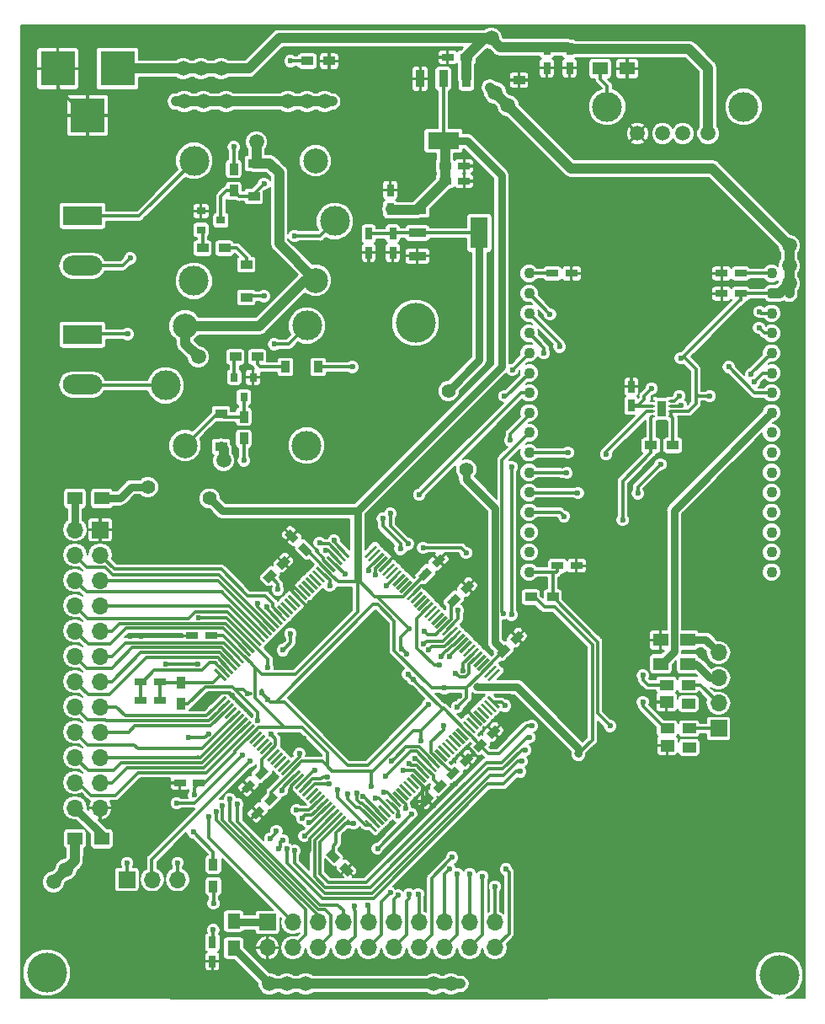
<source format=gbr>
G04 #@! TF.GenerationSoftware,KiCad,Pcbnew,5.0.0-fee4fd1~66~ubuntu16.04.1*
G04 #@! TF.CreationDate,2018-10-21T13:34:44-05:00*
G04 #@! TF.ProjectId,design_emb,64657369676E5F656D622E6B69636164,rev?*
G04 #@! TF.SameCoordinates,Original*
G04 #@! TF.FileFunction,Copper,L2,Bot,Signal*
G04 #@! TF.FilePolarity,Positive*
%FSLAX46Y46*%
G04 Gerber Fmt 4.6, Leading zero omitted, Abs format (unit mm)*
G04 Created by KiCad (PCBNEW 5.0.0-fee4fd1~66~ubuntu16.04.1) date Sun Oct 21 13:34:44 2018*
%MOMM*%
%LPD*%
G01*
G04 APERTURE LIST*
G04 #@! TA.AperFunction,SMDPad,CuDef*
%ADD10R,1.500000X1.300000*%
G04 #@! TD*
G04 #@! TA.AperFunction,ComponentPad*
%ADD11C,4.000000*%
G04 #@! TD*
G04 #@! TA.AperFunction,SMDPad,CuDef*
%ADD12C,0.300000*%
G04 #@! TD*
G04 #@! TA.AperFunction,Conductor*
%ADD13C,0.100000*%
G04 #@! TD*
G04 #@! TA.AperFunction,SMDPad,CuDef*
%ADD14C,0.750000*%
G04 #@! TD*
G04 #@! TA.AperFunction,SMDPad,CuDef*
%ADD15R,1.200000X0.750000*%
G04 #@! TD*
G04 #@! TA.AperFunction,SMDPad,CuDef*
%ADD16R,0.750000X1.200000*%
G04 #@! TD*
G04 #@! TA.AperFunction,SMDPad,CuDef*
%ADD17R,1.200000X0.900000*%
G04 #@! TD*
G04 #@! TA.AperFunction,SMDPad,CuDef*
%ADD18R,0.900000X1.200000*%
G04 #@! TD*
G04 #@! TA.AperFunction,ComponentPad*
%ADD19R,3.500000X3.500000*%
G04 #@! TD*
G04 #@! TA.AperFunction,ComponentPad*
%ADD20C,3.000000*%
G04 #@! TD*
G04 #@! TA.AperFunction,ComponentPad*
%ADD21C,1.500000*%
G04 #@! TD*
G04 #@! TA.AperFunction,ComponentPad*
%ADD22O,1.700000X1.700000*%
G04 #@! TD*
G04 #@! TA.AperFunction,ComponentPad*
%ADD23R,1.700000X1.700000*%
G04 #@! TD*
G04 #@! TA.AperFunction,ComponentPad*
%ADD24R,3.960000X1.980000*%
G04 #@! TD*
G04 #@! TA.AperFunction,ComponentPad*
%ADD25O,3.960000X1.980000*%
G04 #@! TD*
G04 #@! TA.AperFunction,SMDPad,CuDef*
%ADD26R,1.400000X1.200000*%
G04 #@! TD*
G04 #@! TA.AperFunction,SMDPad,CuDef*
%ADD27R,1.400000X1.000000*%
G04 #@! TD*
G04 #@! TA.AperFunction,SMDPad,CuDef*
%ADD28R,3.149600X1.765300*%
G04 #@! TD*
G04 #@! TA.AperFunction,SMDPad,CuDef*
%ADD29R,0.889000X1.765300*%
G04 #@! TD*
G04 #@! TA.AperFunction,SMDPad,CuDef*
%ADD30R,1.765300X0.889000*%
G04 #@! TD*
G04 #@! TA.AperFunction,SMDPad,CuDef*
%ADD31R,1.765300X3.149600*%
G04 #@! TD*
G04 #@! TA.AperFunction,ComponentPad*
%ADD32C,1.100000*%
G04 #@! TD*
G04 #@! TA.AperFunction,SMDPad,CuDef*
%ADD33R,0.500000X0.280000*%
G04 #@! TD*
G04 #@! TA.AperFunction,SMDPad,CuDef*
%ADD34R,0.900000X1.600000*%
G04 #@! TD*
G04 #@! TA.AperFunction,ComponentPad*
%ADD35C,0.300000*%
G04 #@! TD*
G04 #@! TA.AperFunction,ComponentPad*
%ADD36C,2.500000*%
G04 #@! TD*
G04 #@! TA.AperFunction,SMDPad,CuDef*
%ADD37R,0.900000X0.800000*%
G04 #@! TD*
G04 #@! TA.AperFunction,SMDPad,CuDef*
%ADD38R,0.800000X0.900000*%
G04 #@! TD*
G04 #@! TA.AperFunction,SMDPad,CuDef*
%ADD39R,1.300000X1.500000*%
G04 #@! TD*
G04 #@! TA.AperFunction,ViaPad*
%ADD40C,0.600000*%
G04 #@! TD*
G04 #@! TA.AperFunction,ViaPad*
%ADD41C,0.800000*%
G04 #@! TD*
G04 #@! TA.AperFunction,ViaPad*
%ADD42C,1.400000*%
G04 #@! TD*
G04 #@! TA.AperFunction,ViaPad*
%ADD43C,1.500000*%
G04 #@! TD*
G04 #@! TA.AperFunction,Conductor*
%ADD44C,0.300000*%
G04 #@! TD*
G04 #@! TA.AperFunction,Conductor*
%ADD45C,0.800000*%
G04 #@! TD*
G04 #@! TA.AperFunction,Conductor*
%ADD46C,1.000000*%
G04 #@! TD*
G04 #@! TA.AperFunction,Conductor*
%ADD47C,0.200000*%
G04 #@! TD*
G04 APERTURE END LIST*
D10*
G04 #@! TO.P,L8,2*
G04 #@! TO.N,/Sheet4/+3V3*
X117386100Y-126644400D03*
G04 #@! TO.P,L8,1*
G04 #@! TO.N,Net-(J5-Pad24)*
X120086100Y-126644400D03*
G04 #@! TD*
D11*
G04 #@! TO.P,REF\002A\002A,1*
G04 #@! TO.N,N/C*
X151638000Y-74803000D03*
G04 #@! TD*
G04 #@! TO.P,REF\002A\002A,1*
G04 #@! TO.N,N/C*
X188214000Y-140335000D03*
G04 #@! TD*
D12*
G04 #@! TO.P,ICE40HX1K,1*
G04 #@! TO.N,/Sheet1/FMCA23*
X144387059Y-97789035D03*
D13*
G04 #@! TD*
G04 #@! TO.N,/Sheet1/FMCA23*
G04 #@! TO.C,ICE40HX1K*
G36*
X145041133Y-98230977D02*
X144829001Y-98443109D01*
X143732985Y-97347093D01*
X143945117Y-97134961D01*
X145041133Y-98230977D01*
X145041133Y-98230977D01*
G37*
D12*
G04 #@! TO.P,ICE40HX1K,2*
G04 #@! TO.N,/Sheet1/FMCA22*
X144033506Y-98142588D03*
D13*
G04 #@! TD*
G04 #@! TO.N,/Sheet1/FMCA22*
G04 #@! TO.C,ICE40HX1K*
G36*
X144687580Y-98584530D02*
X144475448Y-98796662D01*
X143379432Y-97700646D01*
X143591564Y-97488514D01*
X144687580Y-98584530D01*
X144687580Y-98584530D01*
G37*
D12*
G04 #@! TO.P,ICE40HX1K,3*
G04 #@! TO.N,/Sheet1/FMCA19*
X143679953Y-98496141D03*
D13*
G04 #@! TD*
G04 #@! TO.N,/Sheet1/FMCA19*
G04 #@! TO.C,ICE40HX1K*
G36*
X144334027Y-98938083D02*
X144121895Y-99150215D01*
X143025879Y-98054199D01*
X143238011Y-97842067D01*
X144334027Y-98938083D01*
X144334027Y-98938083D01*
G37*
D12*
G04 #@! TO.P,ICE40HX1K,4*
G04 #@! TO.N,/Sheet1/FMCA20*
X143326399Y-98849695D03*
D13*
G04 #@! TD*
G04 #@! TO.N,/Sheet1/FMCA20*
G04 #@! TO.C,ICE40HX1K*
G36*
X143980473Y-99291637D02*
X143768341Y-99503769D01*
X142672325Y-98407753D01*
X142884457Y-98195621D01*
X143980473Y-99291637D01*
X143980473Y-99291637D01*
G37*
D12*
G04 #@! TO.P,ICE40HX1K,5*
G04 #@! TO.N,GND*
X142972846Y-99203248D03*
D13*
G04 #@! TD*
G04 #@! TO.N,GND*
G04 #@! TO.C,ICE40HX1K*
G36*
X143626920Y-99645190D02*
X143414788Y-99857322D01*
X142318772Y-98761306D01*
X142530904Y-98549174D01*
X143626920Y-99645190D01*
X143626920Y-99645190D01*
G37*
D12*
G04 #@! TO.P,ICE40HX1K,6*
G04 #@! TO.N,/Sheet4/+3V3_FPGA*
X142619292Y-99556802D03*
D13*
G04 #@! TD*
G04 #@! TO.N,/Sheet4/+3V3_FPGA*
G04 #@! TO.C,ICE40HX1K*
G36*
X143273366Y-99998744D02*
X143061234Y-100210876D01*
X141965218Y-99114860D01*
X142177350Y-98902728D01*
X143273366Y-99998744D01*
X143273366Y-99998744D01*
G37*
D12*
G04 #@! TO.P,ICE40HX1K,7*
G04 #@! TO.N,/Sheet1/FMCA21*
X142265739Y-99910355D03*
D13*
G04 #@! TD*
G04 #@! TO.N,/Sheet1/FMCA21*
G04 #@! TO.C,ICE40HX1K*
G36*
X142919813Y-100352297D02*
X142707681Y-100564429D01*
X141611665Y-99468413D01*
X141823797Y-99256281D01*
X142919813Y-100352297D01*
X142919813Y-100352297D01*
G37*
D12*
G04 #@! TO.P,ICE40HX1K,8*
G04 #@! TO.N,Net-(U4-Pad8)*
X141912186Y-100263908D03*
D13*
G04 #@! TD*
G04 #@! TO.N,Net-(U4-Pad8)*
G04 #@! TO.C,ICE40HX1K*
G36*
X142566260Y-100705850D02*
X142354128Y-100917982D01*
X141258112Y-99821966D01*
X141470244Y-99609834D01*
X142566260Y-100705850D01*
X142566260Y-100705850D01*
G37*
D12*
G04 #@! TO.P,ICE40HX1K,9*
G04 #@! TO.N,Net-(U4-Pad9)*
X141558632Y-100617462D03*
D13*
G04 #@! TD*
G04 #@! TO.N,Net-(U4-Pad9)*
G04 #@! TO.C,ICE40HX1K*
G36*
X142212706Y-101059404D02*
X142000574Y-101271536D01*
X140904558Y-100175520D01*
X141116690Y-99963388D01*
X142212706Y-101059404D01*
X142212706Y-101059404D01*
G37*
D12*
G04 #@! TO.P,ICE40HX1K,10*
G04 #@! TO.N,Net-(U4-Pad10)*
X141205079Y-100971015D03*
D13*
G04 #@! TD*
G04 #@! TO.N,Net-(U4-Pad10)*
G04 #@! TO.C,ICE40HX1K*
G36*
X141859153Y-101412957D02*
X141647021Y-101625089D01*
X140551005Y-100529073D01*
X140763137Y-100316941D01*
X141859153Y-101412957D01*
X141859153Y-101412957D01*
G37*
D12*
G04 #@! TO.P,ICE40HX1K,11*
G04 #@! TO.N,Net-(U4-Pad11)*
X140851525Y-101324568D03*
D13*
G04 #@! TD*
G04 #@! TO.N,Net-(U4-Pad11)*
G04 #@! TO.C,ICE40HX1K*
G36*
X141505599Y-101766510D02*
X141293467Y-101978642D01*
X140197451Y-100882626D01*
X140409583Y-100670494D01*
X141505599Y-101766510D01*
X141505599Y-101766510D01*
G37*
D12*
G04 #@! TO.P,ICE40HX1K,12*
G04 #@! TO.N,Net-(U4-Pad12)*
X140497972Y-101678122D03*
D13*
G04 #@! TD*
G04 #@! TO.N,Net-(U4-Pad12)*
G04 #@! TO.C,ICE40HX1K*
G36*
X141152046Y-102120064D02*
X140939914Y-102332196D01*
X139843898Y-101236180D01*
X140056030Y-101024048D01*
X141152046Y-102120064D01*
X141152046Y-102120064D01*
G37*
D12*
G04 #@! TO.P,ICE40HX1K,13*
G04 #@! TO.N,GND*
X140144419Y-102031675D03*
D13*
G04 #@! TD*
G04 #@! TO.N,GND*
G04 #@! TO.C,ICE40HX1K*
G36*
X140798493Y-102473617D02*
X140586361Y-102685749D01*
X139490345Y-101589733D01*
X139702477Y-101377601D01*
X140798493Y-102473617D01*
X140798493Y-102473617D01*
G37*
D12*
G04 #@! TO.P,ICE40HX1K,14*
G04 #@! TO.N,GND*
X139790865Y-102385229D03*
D13*
G04 #@! TD*
G04 #@! TO.N,GND*
G04 #@! TO.C,ICE40HX1K*
G36*
X140444939Y-102827171D02*
X140232807Y-103039303D01*
X139136791Y-101943287D01*
X139348923Y-101731155D01*
X140444939Y-102827171D01*
X140444939Y-102827171D01*
G37*
D12*
G04 #@! TO.P,ICE40HX1K,15*
G04 #@! TO.N,Net-(U4-Pad15)*
X139437312Y-102738782D03*
D13*
G04 #@! TD*
G04 #@! TO.N,Net-(U4-Pad15)*
G04 #@! TO.C,ICE40HX1K*
G36*
X140091386Y-103180724D02*
X139879254Y-103392856D01*
X138783238Y-102296840D01*
X138995370Y-102084708D01*
X140091386Y-103180724D01*
X140091386Y-103180724D01*
G37*
D12*
G04 #@! TO.P,ICE40HX1K,16*
G04 #@! TO.N,Net-(U4-Pad16)*
X139083758Y-103092335D03*
D13*
G04 #@! TD*
G04 #@! TO.N,Net-(U4-Pad16)*
G04 #@! TO.C,ICE40HX1K*
G36*
X139737832Y-103534277D02*
X139525700Y-103746409D01*
X138429684Y-102650393D01*
X138641816Y-102438261D01*
X139737832Y-103534277D01*
X139737832Y-103534277D01*
G37*
D12*
G04 #@! TO.P,ICE40HX1K,17*
G04 #@! TO.N,Net-(U4-Pad17)*
X138730205Y-103445889D03*
D13*
G04 #@! TD*
G04 #@! TO.N,Net-(U4-Pad17)*
G04 #@! TO.C,ICE40HX1K*
G36*
X139384279Y-103887831D02*
X139172147Y-104099963D01*
X138076131Y-103003947D01*
X138288263Y-102791815D01*
X139384279Y-103887831D01*
X139384279Y-103887831D01*
G37*
D12*
G04 #@! TO.P,ICE40HX1K,18*
G04 #@! TO.N,Net-(U4-Pad18)*
X138376652Y-103799442D03*
D13*
G04 #@! TD*
G04 #@! TO.N,Net-(U4-Pad18)*
G04 #@! TO.C,ICE40HX1K*
G36*
X139030726Y-104241384D02*
X138818594Y-104453516D01*
X137722578Y-103357500D01*
X137934710Y-103145368D01*
X139030726Y-104241384D01*
X139030726Y-104241384D01*
G37*
D12*
G04 #@! TO.P,ICE40HX1K,19*
G04 #@! TO.N,/sheet3/GPIO0*
X138023098Y-104152996D03*
D13*
G04 #@! TD*
G04 #@! TO.N,/sheet3/GPIO0*
G04 #@! TO.C,ICE40HX1K*
G36*
X138677172Y-104594938D02*
X138465040Y-104807070D01*
X137369024Y-103711054D01*
X137581156Y-103498922D01*
X138677172Y-104594938D01*
X138677172Y-104594938D01*
G37*
D12*
G04 #@! TO.P,ICE40HX1K,20*
G04 #@! TO.N,/sheet3/OSC_IN*
X137669545Y-104506549D03*
D13*
G04 #@! TD*
G04 #@! TO.N,/sheet3/OSC_IN*
G04 #@! TO.C,ICE40HX1K*
G36*
X138323619Y-104948491D02*
X138111487Y-105160623D01*
X137015471Y-104064607D01*
X137227603Y-103852475D01*
X138323619Y-104948491D01*
X138323619Y-104948491D01*
G37*
D12*
G04 #@! TO.P,ICE40HX1K,21*
G04 #@! TO.N,/sheet3/OSC_OUT*
X137315991Y-104860102D03*
D13*
G04 #@! TD*
G04 #@! TO.N,/sheet3/OSC_OUT*
G04 #@! TO.C,ICE40HX1K*
G36*
X137970065Y-105302044D02*
X137757933Y-105514176D01*
X136661917Y-104418160D01*
X136874049Y-104206028D01*
X137970065Y-105302044D01*
X137970065Y-105302044D01*
G37*
D12*
G04 #@! TO.P,ICE40HX1K,22*
G04 #@! TO.N,/sheet3/GPIO1*
X136962438Y-105213656D03*
D13*
G04 #@! TD*
G04 #@! TO.N,/sheet3/GPIO1*
G04 #@! TO.C,ICE40HX1K*
G36*
X137616512Y-105655598D02*
X137404380Y-105867730D01*
X136308364Y-104771714D01*
X136520496Y-104559582D01*
X137616512Y-105655598D01*
X137616512Y-105655598D01*
G37*
D12*
G04 #@! TO.P,ICE40HX1K,23*
G04 #@! TO.N,/sheet3/GPIO2*
X136608885Y-105567209D03*
D13*
G04 #@! TD*
G04 #@! TO.N,/sheet3/GPIO2*
G04 #@! TO.C,ICE40HX1K*
G36*
X137262959Y-106009151D02*
X137050827Y-106221283D01*
X135954811Y-105125267D01*
X136166943Y-104913135D01*
X137262959Y-106009151D01*
X137262959Y-106009151D01*
G37*
D12*
G04 #@! TO.P,ICE40HX1K,24*
G04 #@! TO.N,/sheet3/GPIO3*
X136255331Y-105920763D03*
D13*
G04 #@! TD*
G04 #@! TO.N,/sheet3/GPIO3*
G04 #@! TO.C,ICE40HX1K*
G36*
X136909405Y-106362705D02*
X136697273Y-106574837D01*
X135601257Y-105478821D01*
X135813389Y-105266689D01*
X136909405Y-106362705D01*
X136909405Y-106362705D01*
G37*
D12*
G04 #@! TO.P,ICE40HX1K,25*
G04 #@! TO.N,/sheet3/GPIO4*
X135901778Y-106274316D03*
D13*
G04 #@! TD*
G04 #@! TO.N,/sheet3/GPIO4*
G04 #@! TO.C,ICE40HX1K*
G36*
X136555852Y-106716258D02*
X136343720Y-106928390D01*
X135247704Y-105832374D01*
X135459836Y-105620242D01*
X136555852Y-106716258D01*
X136555852Y-106716258D01*
G37*
D12*
G04 #@! TO.P,ICE40HX1K,26*
G04 #@! TO.N,/sheet3/GPIO5*
X135548225Y-106627869D03*
D13*
G04 #@! TD*
G04 #@! TO.N,/sheet3/GPIO5*
G04 #@! TO.C,ICE40HX1K*
G36*
X136202299Y-107069811D02*
X135990167Y-107281943D01*
X134894151Y-106185927D01*
X135106283Y-105973795D01*
X136202299Y-107069811D01*
X136202299Y-107069811D01*
G37*
D12*
G04 #@! TO.P,ICE40HX1K,27*
G04 #@! TO.N,/Sheet4/+1V2_FPGA*
X135194671Y-106981423D03*
D13*
G04 #@! TD*
G04 #@! TO.N,/Sheet4/+1V2_FPGA*
G04 #@! TO.C,ICE40HX1K*
G36*
X135848745Y-107423365D02*
X135636613Y-107635497D01*
X134540597Y-106539481D01*
X134752729Y-106327349D01*
X135848745Y-107423365D01*
X135848745Y-107423365D01*
G37*
D12*
G04 #@! TO.P,ICE40HX1K,28*
G04 #@! TO.N,/sheet3/GPIO6*
X134841118Y-107334976D03*
D13*
G04 #@! TD*
G04 #@! TO.N,/sheet3/GPIO6*
G04 #@! TO.C,ICE40HX1K*
G36*
X135495192Y-107776918D02*
X135283060Y-107989050D01*
X134187044Y-106893034D01*
X134399176Y-106680902D01*
X135495192Y-107776918D01*
X135495192Y-107776918D01*
G37*
D12*
G04 #@! TO.P,ICE40HX1K,29*
G04 #@! TO.N,/sheet3/GPIO7*
X134487564Y-107688530D03*
D13*
G04 #@! TD*
G04 #@! TO.N,/sheet3/GPIO7*
G04 #@! TO.C,ICE40HX1K*
G36*
X135141638Y-108130472D02*
X134929506Y-108342604D01*
X133833490Y-107246588D01*
X134045622Y-107034456D01*
X135141638Y-108130472D01*
X135141638Y-108130472D01*
G37*
D12*
G04 #@! TO.P,ICE40HX1K,30*
G04 #@! TO.N,/Sheet4/+3V3_FPGA*
X134134011Y-108042083D03*
D13*
G04 #@! TD*
G04 #@! TO.N,/Sheet4/+3V3_FPGA*
G04 #@! TO.C,ICE40HX1K*
G36*
X134788085Y-108484025D02*
X134575953Y-108696157D01*
X133479937Y-107600141D01*
X133692069Y-107388009D01*
X134788085Y-108484025D01*
X134788085Y-108484025D01*
G37*
D12*
G04 #@! TO.P,ICE40HX1K,31*
G04 #@! TO.N,/sheet3/GPIO8*
X133780458Y-108395636D03*
D13*
G04 #@! TD*
G04 #@! TO.N,/sheet3/GPIO8*
G04 #@! TO.C,ICE40HX1K*
G36*
X134434532Y-108837578D02*
X134222400Y-109049710D01*
X133126384Y-107953694D01*
X133338516Y-107741562D01*
X134434532Y-108837578D01*
X134434532Y-108837578D01*
G37*
D12*
G04 #@! TO.P,ICE40HX1K,32*
G04 #@! TO.N,/sheet3/GPIO9*
X133426904Y-108749190D03*
D13*
G04 #@! TD*
G04 #@! TO.N,/sheet3/GPIO9*
G04 #@! TO.C,ICE40HX1K*
G36*
X134080978Y-109191132D02*
X133868846Y-109403264D01*
X132772830Y-108307248D01*
X132984962Y-108095116D01*
X134080978Y-109191132D01*
X134080978Y-109191132D01*
G37*
D12*
G04 #@! TO.P,ICE40HX1K,33*
G04 #@! TO.N,/sheet3/GPIO10*
X133073351Y-109102743D03*
D13*
G04 #@! TD*
G04 #@! TO.N,/sheet3/GPIO10*
G04 #@! TO.C,ICE40HX1K*
G36*
X133727425Y-109544685D02*
X133515293Y-109756817D01*
X132419277Y-108660801D01*
X132631409Y-108448669D01*
X133727425Y-109544685D01*
X133727425Y-109544685D01*
G37*
D12*
G04 #@! TO.P,ICE40HX1K,34*
G04 #@! TO.N,/sheet3/GPIO11*
X132719797Y-109456296D03*
D13*
G04 #@! TD*
G04 #@! TO.N,/sheet3/GPIO11*
G04 #@! TO.C,ICE40HX1K*
G36*
X133373871Y-109898238D02*
X133161739Y-110110370D01*
X132065723Y-109014354D01*
X132277855Y-108802222D01*
X133373871Y-109898238D01*
X133373871Y-109898238D01*
G37*
D12*
G04 #@! TO.P,ICE40HX1K,35*
G04 #@! TO.N,/sheet3/PLLGND*
X132366244Y-109809850D03*
D13*
G04 #@! TD*
G04 #@! TO.N,/sheet3/PLLGND*
G04 #@! TO.C,ICE40HX1K*
G36*
X133020318Y-110251792D02*
X132808186Y-110463924D01*
X131712170Y-109367908D01*
X131924302Y-109155776D01*
X133020318Y-110251792D01*
X133020318Y-110251792D01*
G37*
D12*
G04 #@! TO.P,ICE40HX1K,36*
G04 #@! TO.N,/sheet3/VCCPLL*
X132012691Y-110163403D03*
D13*
G04 #@! TD*
G04 #@! TO.N,/sheet3/VCCPLL*
G04 #@! TO.C,ICE40HX1K*
G36*
X132666765Y-110605345D02*
X132454633Y-110817477D01*
X131358617Y-109721461D01*
X131570749Y-109509329D01*
X132666765Y-110605345D01*
X132666765Y-110605345D01*
G37*
D12*
G04 #@! TO.P,ICE40HX1K,37*
G04 #@! TO.N,/sheet3/GPIO12*
X132012691Y-112921120D03*
D13*
G04 #@! TD*
G04 #@! TO.N,/sheet3/GPIO12*
G04 #@! TO.C,ICE40HX1K*
G36*
X132454633Y-112267046D02*
X132666765Y-112479178D01*
X131570749Y-113575194D01*
X131358617Y-113363062D01*
X132454633Y-112267046D01*
X132454633Y-112267046D01*
G37*
D12*
G04 #@! TO.P,ICE40HX1K,38*
G04 #@! TO.N,/sheet3/GPIO13*
X132366244Y-113274673D03*
D13*
G04 #@! TD*
G04 #@! TO.N,/sheet3/GPIO13*
G04 #@! TO.C,ICE40HX1K*
G36*
X132808186Y-112620599D02*
X133020318Y-112832731D01*
X131924302Y-113928747D01*
X131712170Y-113716615D01*
X132808186Y-112620599D01*
X132808186Y-112620599D01*
G37*
D12*
G04 #@! TO.P,ICE40HX1K,39*
G04 #@! TO.N,/sheet3/GPIO14*
X132719797Y-113628226D03*
D13*
G04 #@! TD*
G04 #@! TO.N,/sheet3/GPIO14*
G04 #@! TO.C,ICE40HX1K*
G36*
X133161739Y-112974152D02*
X133373871Y-113186284D01*
X132277855Y-114282300D01*
X132065723Y-114070168D01*
X133161739Y-112974152D01*
X133161739Y-112974152D01*
G37*
D12*
G04 #@! TO.P,ICE40HX1K,40*
G04 #@! TO.N,Net-(U4-Pad40)*
X133073351Y-113981780D03*
D13*
G04 #@! TD*
G04 #@! TO.N,Net-(U4-Pad40)*
G04 #@! TO.C,ICE40HX1K*
G36*
X133515293Y-113327706D02*
X133727425Y-113539838D01*
X132631409Y-114635854D01*
X132419277Y-114423722D01*
X133515293Y-113327706D01*
X133515293Y-113327706D01*
G37*
D12*
G04 #@! TO.P,ICE40HX1K,41*
G04 #@! TO.N,/sheet3/GPIO15*
X133426904Y-114335333D03*
D13*
G04 #@! TD*
G04 #@! TO.N,/sheet3/GPIO15*
G04 #@! TO.C,ICE40HX1K*
G36*
X133868846Y-113681259D02*
X134080978Y-113893391D01*
X132984962Y-114989407D01*
X132772830Y-114777275D01*
X133868846Y-113681259D01*
X133868846Y-113681259D01*
G37*
D12*
G04 #@! TO.P,ICE40HX1K,42*
G04 #@! TO.N,/sheet3/GPIO16*
X133780458Y-114688887D03*
D13*
G04 #@! TD*
G04 #@! TO.N,/sheet3/GPIO16*
G04 #@! TO.C,ICE40HX1K*
G36*
X134222400Y-114034813D02*
X134434532Y-114246945D01*
X133338516Y-115342961D01*
X133126384Y-115130829D01*
X134222400Y-114034813D01*
X134222400Y-114034813D01*
G37*
D12*
G04 #@! TO.P,ICE40HX1K,43*
G04 #@! TO.N,/sheet3/GPIO17*
X134134011Y-115042440D03*
D13*
G04 #@! TD*
G04 #@! TO.N,/sheet3/GPIO17*
G04 #@! TO.C,ICE40HX1K*
G36*
X134575953Y-114388366D02*
X134788085Y-114600498D01*
X133692069Y-115696514D01*
X133479937Y-115484382D01*
X134575953Y-114388366D01*
X134575953Y-114388366D01*
G37*
D12*
G04 #@! TO.P,ICE40HX1K,44*
G04 #@! TO.N,/sheet3/GPIO18*
X134487564Y-115395993D03*
D13*
G04 #@! TD*
G04 #@! TO.N,/sheet3/GPIO18*
G04 #@! TO.C,ICE40HX1K*
G36*
X134929506Y-114741919D02*
X135141638Y-114954051D01*
X134045622Y-116050067D01*
X133833490Y-115837935D01*
X134929506Y-114741919D01*
X134929506Y-114741919D01*
G37*
D12*
G04 #@! TO.P,ICE40HX1K,45*
G04 #@! TO.N,/sheet3/GPIO19*
X134841118Y-115749547D03*
D13*
G04 #@! TD*
G04 #@! TO.N,/sheet3/GPIO19*
G04 #@! TO.C,ICE40HX1K*
G36*
X135283060Y-115095473D02*
X135495192Y-115307605D01*
X134399176Y-116403621D01*
X134187044Y-116191489D01*
X135283060Y-115095473D01*
X135283060Y-115095473D01*
G37*
D12*
G04 #@! TO.P,ICE40HX1K,46*
G04 #@! TO.N,/Sheet4/+3V3_FPGA*
X135194671Y-116103100D03*
D13*
G04 #@! TD*
G04 #@! TO.N,/Sheet4/+3V3_FPGA*
G04 #@! TO.C,ICE40HX1K*
G36*
X135636613Y-115449026D02*
X135848745Y-115661158D01*
X134752729Y-116757174D01*
X134540597Y-116545042D01*
X135636613Y-115449026D01*
X135636613Y-115449026D01*
G37*
D12*
G04 #@! TO.P,ICE40HX1K,47*
G04 #@! TO.N,Net-(U4-Pad47)*
X135548225Y-116456654D03*
D13*
G04 #@! TD*
G04 #@! TO.N,Net-(U4-Pad47)*
G04 #@! TO.C,ICE40HX1K*
G36*
X135990167Y-115802580D02*
X136202299Y-116014712D01*
X135106283Y-117110728D01*
X134894151Y-116898596D01*
X135990167Y-115802580D01*
X135990167Y-115802580D01*
G37*
D12*
G04 #@! TO.P,ICE40HX1K,48*
G04 #@! TO.N,Net-(U4-Pad48)*
X135901778Y-116810207D03*
D13*
G04 #@! TD*
G04 #@! TO.N,Net-(U4-Pad48)*
G04 #@! TO.C,ICE40HX1K*
G36*
X136343720Y-116156133D02*
X136555852Y-116368265D01*
X135459836Y-117464281D01*
X135247704Y-117252149D01*
X136343720Y-116156133D01*
X136343720Y-116156133D01*
G37*
D12*
G04 #@! TO.P,ICE40HX1K,49*
G04 #@! TO.N,Net-(U4-Pad49)*
X136255331Y-117163760D03*
D13*
G04 #@! TD*
G04 #@! TO.N,Net-(U4-Pad49)*
G04 #@! TO.C,ICE40HX1K*
G36*
X136697273Y-116509686D02*
X136909405Y-116721818D01*
X135813389Y-117817834D01*
X135601257Y-117605702D01*
X136697273Y-116509686D01*
X136697273Y-116509686D01*
G37*
D12*
G04 #@! TO.P,ICE40HX1K,50*
G04 #@! TO.N,Net-(U4-Pad50)*
X136608885Y-117517314D03*
D13*
G04 #@! TD*
G04 #@! TO.N,Net-(U4-Pad50)*
G04 #@! TO.C,ICE40HX1K*
G36*
X137050827Y-116863240D02*
X137262959Y-117075372D01*
X136166943Y-118171388D01*
X135954811Y-117959256D01*
X137050827Y-116863240D01*
X137050827Y-116863240D01*
G37*
D12*
G04 #@! TO.P,ICE40HX1K,51*
G04 #@! TO.N,/Sheet4/+1V2_FPGA*
X136962438Y-117870867D03*
D13*
G04 #@! TD*
G04 #@! TO.N,/Sheet4/+1V2_FPGA*
G04 #@! TO.C,ICE40HX1K*
G36*
X137404380Y-117216793D02*
X137616512Y-117428925D01*
X136520496Y-118524941D01*
X136308364Y-118312809D01*
X137404380Y-117216793D01*
X137404380Y-117216793D01*
G37*
D12*
G04 #@! TO.P,ICE40HX1K,52*
G04 #@! TO.N,Net-(U4-Pad52)*
X137315991Y-118224421D03*
D13*
G04 #@! TD*
G04 #@! TO.N,Net-(U4-Pad52)*
G04 #@! TO.C,ICE40HX1K*
G36*
X137757933Y-117570347D02*
X137970065Y-117782479D01*
X136874049Y-118878495D01*
X136661917Y-118666363D01*
X137757933Y-117570347D01*
X137757933Y-117570347D01*
G37*
D12*
G04 #@! TO.P,ICE40HX1K,53*
G04 #@! TO.N,Net-(U4-Pad53)*
X137669545Y-118577974D03*
D13*
G04 #@! TD*
G04 #@! TO.N,Net-(U4-Pad53)*
G04 #@! TO.C,ICE40HX1K*
G36*
X138111487Y-117923900D02*
X138323619Y-118136032D01*
X137227603Y-119232048D01*
X137015471Y-119019916D01*
X138111487Y-117923900D01*
X138111487Y-117923900D01*
G37*
D12*
G04 #@! TO.P,ICE40HX1K,54*
G04 #@! TO.N,Net-(U4-Pad54)*
X138023098Y-118931527D03*
D13*
G04 #@! TD*
G04 #@! TO.N,Net-(U4-Pad54)*
G04 #@! TO.C,ICE40HX1K*
G36*
X138465040Y-118277453D02*
X138677172Y-118489585D01*
X137581156Y-119585601D01*
X137369024Y-119373469D01*
X138465040Y-118277453D01*
X138465040Y-118277453D01*
G37*
D12*
G04 #@! TO.P,ICE40HX1K,55*
G04 #@! TO.N,Net-(U4-Pad55)*
X138376652Y-119285081D03*
D13*
G04 #@! TD*
G04 #@! TO.N,Net-(U4-Pad55)*
G04 #@! TO.C,ICE40HX1K*
G36*
X138818594Y-118631007D02*
X139030726Y-118843139D01*
X137934710Y-119939155D01*
X137722578Y-119727023D01*
X138818594Y-118631007D01*
X138818594Y-118631007D01*
G37*
D12*
G04 #@! TO.P,ICE40HX1K,56*
G04 #@! TO.N,/Sheet1/FMCAD4*
X138730205Y-119638634D03*
D13*
G04 #@! TD*
G04 #@! TO.N,/Sheet1/FMCAD4*
G04 #@! TO.C,ICE40HX1K*
G36*
X139172147Y-118984560D02*
X139384279Y-119196692D01*
X138288263Y-120292708D01*
X138076131Y-120080576D01*
X139172147Y-118984560D01*
X139172147Y-118984560D01*
G37*
D12*
G04 #@! TO.P,ICE40HX1K,57*
G04 #@! TO.N,/Sheet4/+3V3_FPGA*
X139083758Y-119992188D03*
D13*
G04 #@! TD*
G04 #@! TO.N,/Sheet4/+3V3_FPGA*
G04 #@! TO.C,ICE40HX1K*
G36*
X139525700Y-119338114D02*
X139737832Y-119550246D01*
X138641816Y-120646262D01*
X138429684Y-120434130D01*
X139525700Y-119338114D01*
X139525700Y-119338114D01*
G37*
D12*
G04 #@! TO.P,ICE40HX1K,58*
G04 #@! TO.N,/Sheet1/FMCAD5*
X139437312Y-120345741D03*
D13*
G04 #@! TD*
G04 #@! TO.N,/Sheet1/FMCAD5*
G04 #@! TO.C,ICE40HX1K*
G36*
X139879254Y-119691667D02*
X140091386Y-119903799D01*
X138995370Y-120999815D01*
X138783238Y-120787683D01*
X139879254Y-119691667D01*
X139879254Y-119691667D01*
G37*
D12*
G04 #@! TO.P,ICE40HX1K,59*
G04 #@! TO.N,GND*
X139790865Y-120699294D03*
D13*
G04 #@! TD*
G04 #@! TO.N,GND*
G04 #@! TO.C,ICE40HX1K*
G36*
X140232807Y-120045220D02*
X140444939Y-120257352D01*
X139348923Y-121353368D01*
X139136791Y-121141236D01*
X140232807Y-120045220D01*
X140232807Y-120045220D01*
G37*
D12*
G04 #@! TO.P,ICE40HX1K,60*
G04 #@! TO.N,/Sheet1/FMCAD6*
X140144419Y-121052848D03*
D13*
G04 #@! TD*
G04 #@! TO.N,/Sheet1/FMCAD6*
G04 #@! TO.C,ICE40HX1K*
G36*
X140586361Y-120398774D02*
X140798493Y-120610906D01*
X139702477Y-121706922D01*
X139490345Y-121494790D01*
X140586361Y-120398774D01*
X140586361Y-120398774D01*
G37*
D12*
G04 #@! TO.P,ICE40HX1K,61*
G04 #@! TO.N,/Sheet1/FMCAD7*
X140497972Y-121406401D03*
D13*
G04 #@! TD*
G04 #@! TO.N,/Sheet1/FMCAD7*
G04 #@! TO.C,ICE40HX1K*
G36*
X140939914Y-120752327D02*
X141152046Y-120964459D01*
X140056030Y-122060475D01*
X139843898Y-121848343D01*
X140939914Y-120752327D01*
X140939914Y-120752327D01*
G37*
D12*
G04 #@! TO.P,ICE40HX1K,62*
G04 #@! TO.N,/Sheet1/FMCAD8*
X140851525Y-121759954D03*
D13*
G04 #@! TD*
G04 #@! TO.N,/Sheet1/FMCAD8*
G04 #@! TO.C,ICE40HX1K*
G36*
X141293467Y-121105880D02*
X141505599Y-121318012D01*
X140409583Y-122414028D01*
X140197451Y-122201896D01*
X141293467Y-121105880D01*
X141293467Y-121105880D01*
G37*
D12*
G04 #@! TO.P,ICE40HX1K,63*
G04 #@! TO.N,Net-(U4-Pad63)*
X141205079Y-122113508D03*
D13*
G04 #@! TD*
G04 #@! TO.N,Net-(U4-Pad63)*
G04 #@! TO.C,ICE40HX1K*
G36*
X141647021Y-121459434D02*
X141859153Y-121671566D01*
X140763137Y-122767582D01*
X140551005Y-122555450D01*
X141647021Y-121459434D01*
X141647021Y-121459434D01*
G37*
D12*
G04 #@! TO.P,ICE40HX1K,64*
G04 #@! TO.N,Net-(U4-Pad64)*
X141558632Y-122467061D03*
D13*
G04 #@! TD*
G04 #@! TO.N,Net-(U4-Pad64)*
G04 #@! TO.C,ICE40HX1K*
G36*
X142000574Y-121812987D02*
X142212706Y-122025119D01*
X141116690Y-123121135D01*
X140904558Y-122909003D01*
X142000574Y-121812987D01*
X142000574Y-121812987D01*
G37*
D12*
G04 #@! TO.P,ICE40HX1K,65*
G04 #@! TO.N,Net-(R4-Pad1)*
X141912186Y-122820615D03*
D13*
G04 #@! TD*
G04 #@! TO.N,Net-(R4-Pad1)*
G04 #@! TO.C,ICE40HX1K*
G36*
X142354128Y-122166541D02*
X142566260Y-122378673D01*
X141470244Y-123474689D01*
X141258112Y-123262557D01*
X142354128Y-122166541D01*
X142354128Y-122166541D01*
G37*
D12*
G04 #@! TO.P,ICE40HX1K,66*
G04 #@! TO.N,/sheet3/CRESET_B*
X142265739Y-123174168D03*
D13*
G04 #@! TD*
G04 #@! TO.N,/sheet3/CRESET_B*
G04 #@! TO.C,ICE40HX1K*
G36*
X142707681Y-122520094D02*
X142919813Y-122732226D01*
X141823797Y-123828242D01*
X141611665Y-123616110D01*
X142707681Y-122520094D01*
X142707681Y-122520094D01*
G37*
D12*
G04 #@! TO.P,ICE40HX1K,67*
G04 #@! TO.N,/Sheet2/SPI3*
X142619292Y-123527721D03*
D13*
G04 #@! TD*
G04 #@! TO.N,/Sheet2/SPI3*
G04 #@! TO.C,ICE40HX1K*
G36*
X143061234Y-122873647D02*
X143273366Y-123085779D01*
X142177350Y-124181795D01*
X141965218Y-123969663D01*
X143061234Y-122873647D01*
X143061234Y-122873647D01*
G37*
D12*
G04 #@! TO.P,ICE40HX1K,68*
G04 #@! TO.N,/Sheet2/SPI2*
X142972846Y-123881275D03*
D13*
G04 #@! TD*
G04 #@! TO.N,/Sheet2/SPI2*
G04 #@! TO.C,ICE40HX1K*
G36*
X143414788Y-123227201D02*
X143626920Y-123439333D01*
X142530904Y-124535349D01*
X142318772Y-124323217D01*
X143414788Y-123227201D01*
X143414788Y-123227201D01*
G37*
D12*
G04 #@! TO.P,ICE40HX1K,69*
G04 #@! TO.N,GND*
X143326399Y-124234828D03*
D13*
G04 #@! TD*
G04 #@! TO.N,GND*
G04 #@! TO.C,ICE40HX1K*
G36*
X143768341Y-123580754D02*
X143980473Y-123792886D01*
X142884457Y-124888902D01*
X142672325Y-124676770D01*
X143768341Y-123580754D01*
X143768341Y-123580754D01*
G37*
D12*
G04 #@! TO.P,ICE40HX1K,70*
G04 #@! TO.N,/Sheet2/SPI1*
X143679953Y-124588382D03*
D13*
G04 #@! TD*
G04 #@! TO.N,/Sheet2/SPI1*
G04 #@! TO.C,ICE40HX1K*
G36*
X144121895Y-123934308D02*
X144334027Y-124146440D01*
X143238011Y-125242456D01*
X143025879Y-125030324D01*
X144121895Y-123934308D01*
X144121895Y-123934308D01*
G37*
D12*
G04 #@! TO.P,ICE40HX1K,71*
G04 #@! TO.N,/Sheet2/SPI0*
X144033506Y-124941935D03*
D13*
G04 #@! TD*
G04 #@! TO.N,/Sheet2/SPI0*
G04 #@! TO.C,ICE40HX1K*
G36*
X144475448Y-124287861D02*
X144687580Y-124499993D01*
X143591564Y-125596009D01*
X143379432Y-125383877D01*
X144475448Y-124287861D01*
X144475448Y-124287861D01*
G37*
D12*
G04 #@! TO.P,ICE40HX1K,72*
G04 #@! TO.N,/Sheet4/+3V3_FPGA*
X144387059Y-125295488D03*
D13*
G04 #@! TD*
G04 #@! TO.N,/Sheet4/+3V3_FPGA*
G04 #@! TO.C,ICE40HX1K*
G36*
X144829001Y-124641414D02*
X145041133Y-124853546D01*
X143945117Y-125949562D01*
X143732985Y-125737430D01*
X144829001Y-124641414D01*
X144829001Y-124641414D01*
G37*
D12*
G04 #@! TO.P,ICE40HX1K,73*
G04 #@! TO.N,/Sheet1/FMCAD9*
X147144776Y-125295488D03*
D13*
G04 #@! TD*
G04 #@! TO.N,/Sheet1/FMCAD9*
G04 #@! TO.C,ICE40HX1K*
G36*
X147798850Y-125737430D02*
X147586718Y-125949562D01*
X146490702Y-124853546D01*
X146702834Y-124641414D01*
X147798850Y-125737430D01*
X147798850Y-125737430D01*
G37*
D12*
G04 #@! TO.P,ICE40HX1K,74*
G04 #@! TO.N,/Sheet1/FMCAD10*
X147498329Y-124941935D03*
D13*
G04 #@! TD*
G04 #@! TO.N,/Sheet1/FMCAD10*
G04 #@! TO.C,ICE40HX1K*
G36*
X148152403Y-125383877D02*
X147940271Y-125596009D01*
X146844255Y-124499993D01*
X147056387Y-124287861D01*
X148152403Y-125383877D01*
X148152403Y-125383877D01*
G37*
D12*
G04 #@! TO.P,ICE40HX1K,75*
G04 #@! TO.N,/Sheet1/FMCAD11*
X147851883Y-124588382D03*
D13*
G04 #@! TD*
G04 #@! TO.N,/Sheet1/FMCAD11*
G04 #@! TO.C,ICE40HX1K*
G36*
X148505957Y-125030324D02*
X148293825Y-125242456D01*
X147197809Y-124146440D01*
X147409941Y-123934308D01*
X148505957Y-125030324D01*
X148505957Y-125030324D01*
G37*
D12*
G04 #@! TO.P,ICE40HX1K,76*
G04 #@! TO.N,/Sheet1/FMCAD12*
X148205436Y-124234828D03*
D13*
G04 #@! TD*
G04 #@! TO.N,/Sheet1/FMCAD12*
G04 #@! TO.C,ICE40HX1K*
G36*
X148859510Y-124676770D02*
X148647378Y-124888902D01*
X147551362Y-123792886D01*
X147763494Y-123580754D01*
X148859510Y-124676770D01*
X148859510Y-124676770D01*
G37*
D12*
G04 #@! TO.P,ICE40HX1K,77*
G04 #@! TO.N,Net-(U4-Pad77)*
X148558989Y-123881275D03*
D13*
G04 #@! TD*
G04 #@! TO.N,Net-(U4-Pad77)*
G04 #@! TO.C,ICE40HX1K*
G36*
X149213063Y-124323217D02*
X149000931Y-124535349D01*
X147904915Y-123439333D01*
X148117047Y-123227201D01*
X149213063Y-124323217D01*
X149213063Y-124323217D01*
G37*
D12*
G04 #@! TO.P,ICE40HX1K,78*
G04 #@! TO.N,/Sheet1/FMCAD13*
X148912543Y-123527721D03*
D13*
G04 #@! TD*
G04 #@! TO.N,/Sheet1/FMCAD13*
G04 #@! TO.C,ICE40HX1K*
G36*
X149566617Y-123969663D02*
X149354485Y-124181795D01*
X148258469Y-123085779D01*
X148470601Y-122873647D01*
X149566617Y-123969663D01*
X149566617Y-123969663D01*
G37*
D12*
G04 #@! TO.P,ICE40HX1K,79*
G04 #@! TO.N,/Sheet1/FMCAD14*
X149266096Y-123174168D03*
D13*
G04 #@! TD*
G04 #@! TO.N,/Sheet1/FMCAD14*
G04 #@! TO.C,ICE40HX1K*
G36*
X149920170Y-123616110D02*
X149708038Y-123828242D01*
X148612022Y-122732226D01*
X148824154Y-122520094D01*
X149920170Y-123616110D01*
X149920170Y-123616110D01*
G37*
D12*
G04 #@! TO.P,ICE40HX1K,80*
G04 #@! TO.N,/Sheet1/FMCAD15*
X149619649Y-122820615D03*
D13*
G04 #@! TD*
G04 #@! TO.N,/Sheet1/FMCAD15*
G04 #@! TO.C,ICE40HX1K*
G36*
X150273723Y-123262557D02*
X150061591Y-123474689D01*
X148965575Y-122378673D01*
X149177707Y-122166541D01*
X150273723Y-123262557D01*
X150273723Y-123262557D01*
G37*
D12*
G04 #@! TO.P,ICE40HX1K,81*
G04 #@! TO.N,/Sheet1/FMCA16*
X149973203Y-122467061D03*
D13*
G04 #@! TD*
G04 #@! TO.N,/Sheet1/FMCA16*
G04 #@! TO.C,ICE40HX1K*
G36*
X150627277Y-122909003D02*
X150415145Y-123121135D01*
X149319129Y-122025119D01*
X149531261Y-121812987D01*
X150627277Y-122909003D01*
X150627277Y-122909003D01*
G37*
D12*
G04 #@! TO.P,ICE40HX1K,82*
G04 #@! TO.N,Net-(U4-Pad82)*
X150326756Y-122113508D03*
D13*
G04 #@! TD*
G04 #@! TO.N,Net-(U4-Pad82)*
G04 #@! TO.C,ICE40HX1K*
G36*
X150980830Y-122555450D02*
X150768698Y-122767582D01*
X149672682Y-121671566D01*
X149884814Y-121459434D01*
X150980830Y-122555450D01*
X150980830Y-122555450D01*
G37*
D12*
G04 #@! TO.P,ICE40HX1K,83*
G04 #@! TO.N,Net-(U4-Pad83)*
X150680310Y-121759954D03*
D13*
G04 #@! TD*
G04 #@! TO.N,Net-(U4-Pad83)*
G04 #@! TO.C,ICE40HX1K*
G36*
X151334384Y-122201896D02*
X151122252Y-122414028D01*
X150026236Y-121318012D01*
X150238368Y-121105880D01*
X151334384Y-122201896D01*
X151334384Y-122201896D01*
G37*
D12*
G04 #@! TO.P,ICE40HX1K,84*
G04 #@! TO.N,Net-(U4-Pad84)*
X151033863Y-121406401D03*
D13*
G04 #@! TD*
G04 #@! TO.N,Net-(U4-Pad84)*
G04 #@! TO.C,ICE40HX1K*
G36*
X151687937Y-121848343D02*
X151475805Y-122060475D01*
X150379789Y-120964459D01*
X150591921Y-120752327D01*
X151687937Y-121848343D01*
X151687937Y-121848343D01*
G37*
D12*
G04 #@! TO.P,ICE40HX1K,85*
G04 #@! TO.N,Net-(U4-Pad85)*
X151387416Y-121052848D03*
D13*
G04 #@! TD*
G04 #@! TO.N,Net-(U4-Pad85)*
G04 #@! TO.C,ICE40HX1K*
G36*
X152041490Y-121494790D02*
X151829358Y-121706922D01*
X150733342Y-120610906D01*
X150945474Y-120398774D01*
X152041490Y-121494790D01*
X152041490Y-121494790D01*
G37*
D12*
G04 #@! TO.P,ICE40HX1K,86*
G04 #@! TO.N,GND*
X151740970Y-120699294D03*
D13*
G04 #@! TD*
G04 #@! TO.N,GND*
G04 #@! TO.C,ICE40HX1K*
G36*
X152395044Y-121141236D02*
X152182912Y-121353368D01*
X151086896Y-120257352D01*
X151299028Y-120045220D01*
X152395044Y-121141236D01*
X152395044Y-121141236D01*
G37*
D12*
G04 #@! TO.P,ICE40HX1K,87*
G04 #@! TO.N,/Sheet1/FMCAD0*
X152094523Y-120345741D03*
D13*
G04 #@! TD*
G04 #@! TO.N,/Sheet1/FMCAD0*
G04 #@! TO.C,ICE40HX1K*
G36*
X152748597Y-120787683D02*
X152536465Y-120999815D01*
X151440449Y-119903799D01*
X151652581Y-119691667D01*
X152748597Y-120787683D01*
X152748597Y-120787683D01*
G37*
D12*
G04 #@! TO.P,ICE40HX1K,88*
G04 #@! TO.N,/Sheet1/FMCAD1*
X152448077Y-119992188D03*
D13*
G04 #@! TD*
G04 #@! TO.N,/Sheet1/FMCAD1*
G04 #@! TO.C,ICE40HX1K*
G36*
X153102151Y-120434130D02*
X152890019Y-120646262D01*
X151794003Y-119550246D01*
X152006135Y-119338114D01*
X153102151Y-120434130D01*
X153102151Y-120434130D01*
G37*
D12*
G04 #@! TO.P,ICE40HX1K,89*
G04 #@! TO.N,/Sheet4/+3V3_FPGA*
X152801630Y-119638634D03*
D13*
G04 #@! TD*
G04 #@! TO.N,/Sheet4/+3V3_FPGA*
G04 #@! TO.C,ICE40HX1K*
G36*
X153455704Y-120080576D02*
X153243572Y-120292708D01*
X152147556Y-119196692D01*
X152359688Y-118984560D01*
X153455704Y-120080576D01*
X153455704Y-120080576D01*
G37*
D12*
G04 #@! TO.P,ICE40HX1K,90*
G04 #@! TO.N,/Sheet1/FMCA17*
X153155183Y-119285081D03*
D13*
G04 #@! TD*
G04 #@! TO.N,/Sheet1/FMCA17*
G04 #@! TO.C,ICE40HX1K*
G36*
X153809257Y-119727023D02*
X153597125Y-119939155D01*
X152501109Y-118843139D01*
X152713241Y-118631007D01*
X153809257Y-119727023D01*
X153809257Y-119727023D01*
G37*
D12*
G04 #@! TO.P,ICE40HX1K,91*
G04 #@! TO.N,/Sheet1/FMCA18*
X153508737Y-118931527D03*
D13*
G04 #@! TD*
G04 #@! TO.N,/Sheet1/FMCA18*
G04 #@! TO.C,ICE40HX1K*
G36*
X154162811Y-119373469D02*
X153950679Y-119585601D01*
X152854663Y-118489585D01*
X153066795Y-118277453D01*
X154162811Y-119373469D01*
X154162811Y-119373469D01*
G37*
D12*
G04 #@! TO.P,ICE40HX1K,92*
G04 #@! TO.N,/Sheet4/+1V2_FPGA*
X153862290Y-118577974D03*
D13*
G04 #@! TD*
G04 #@! TO.N,/Sheet4/+1V2_FPGA*
G04 #@! TO.C,ICE40HX1K*
G36*
X154516364Y-119019916D02*
X154304232Y-119232048D01*
X153208216Y-118136032D01*
X153420348Y-117923900D01*
X154516364Y-119019916D01*
X154516364Y-119019916D01*
G37*
D12*
G04 #@! TO.P,ICE40HX1K,93*
G04 #@! TO.N,Net-(U4-Pad93)*
X154215844Y-118224421D03*
D13*
G04 #@! TD*
G04 #@! TO.N,Net-(U4-Pad93)*
G04 #@! TO.C,ICE40HX1K*
G36*
X154869918Y-118666363D02*
X154657786Y-118878495D01*
X153561770Y-117782479D01*
X153773902Y-117570347D01*
X154869918Y-118666363D01*
X154869918Y-118666363D01*
G37*
D12*
G04 #@! TO.P,ICE40HX1K,94*
G04 #@! TO.N,Net-(U4-Pad94)*
X154569397Y-117870867D03*
D13*
G04 #@! TD*
G04 #@! TO.N,Net-(U4-Pad94)*
G04 #@! TO.C,ICE40HX1K*
G36*
X155223471Y-118312809D02*
X155011339Y-118524941D01*
X153915323Y-117428925D01*
X154127455Y-117216793D01*
X155223471Y-118312809D01*
X155223471Y-118312809D01*
G37*
D12*
G04 #@! TO.P,ICE40HX1K,95*
G04 #@! TO.N,Net-(U4-Pad95)*
X154922950Y-117517314D03*
D13*
G04 #@! TD*
G04 #@! TO.N,Net-(U4-Pad95)*
G04 #@! TO.C,ICE40HX1K*
G36*
X155577024Y-117959256D02*
X155364892Y-118171388D01*
X154268876Y-117075372D01*
X154481008Y-116863240D01*
X155577024Y-117959256D01*
X155577024Y-117959256D01*
G37*
D12*
G04 #@! TO.P,ICE40HX1K,96*
G04 #@! TO.N,Net-(U4-Pad96)*
X155276504Y-117163760D03*
D13*
G04 #@! TD*
G04 #@! TO.N,Net-(U4-Pad96)*
G04 #@! TO.C,ICE40HX1K*
G36*
X155930578Y-117605702D02*
X155718446Y-117817834D01*
X154622430Y-116721818D01*
X154834562Y-116509686D01*
X155930578Y-117605702D01*
X155930578Y-117605702D01*
G37*
D12*
G04 #@! TO.P,ICE40HX1K,97*
G04 #@! TO.N,Net-(U4-Pad97)*
X155630057Y-116810207D03*
D13*
G04 #@! TD*
G04 #@! TO.N,Net-(U4-Pad97)*
G04 #@! TO.C,ICE40HX1K*
G36*
X156284131Y-117252149D02*
X156071999Y-117464281D01*
X154975983Y-116368265D01*
X155188115Y-116156133D01*
X156284131Y-117252149D01*
X156284131Y-117252149D01*
G37*
D12*
G04 #@! TO.P,ICE40HX1K,98*
G04 #@! TO.N,Net-(U4-Pad98)*
X155983611Y-116456654D03*
D13*
G04 #@! TD*
G04 #@! TO.N,Net-(U4-Pad98)*
G04 #@! TO.C,ICE40HX1K*
G36*
X156637685Y-116898596D02*
X156425553Y-117110728D01*
X155329537Y-116014712D01*
X155541669Y-115802580D01*
X156637685Y-116898596D01*
X156637685Y-116898596D01*
G37*
D12*
G04 #@! TO.P,ICE40HX1K,99*
G04 #@! TO.N,Net-(U4-Pad99)*
X156337164Y-116103100D03*
D13*
G04 #@! TD*
G04 #@! TO.N,Net-(U4-Pad99)*
G04 #@! TO.C,ICE40HX1K*
G36*
X156991238Y-116545042D02*
X156779106Y-116757174D01*
X155683090Y-115661158D01*
X155895222Y-115449026D01*
X156991238Y-116545042D01*
X156991238Y-116545042D01*
G37*
D12*
G04 #@! TO.P,ICE40HX1K,100*
G04 #@! TO.N,/Sheet4/+3V3_FPGA*
X156690717Y-115749547D03*
D13*
G04 #@! TD*
G04 #@! TO.N,/Sheet4/+3V3_FPGA*
G04 #@! TO.C,ICE40HX1K*
G36*
X157344791Y-116191489D02*
X157132659Y-116403621D01*
X156036643Y-115307605D01*
X156248775Y-115095473D01*
X157344791Y-116191489D01*
X157344791Y-116191489D01*
G37*
D12*
G04 #@! TO.P,ICE40HX1K,101*
G04 #@! TO.N,Net-(U4-Pad101)*
X157044271Y-115395993D03*
D13*
G04 #@! TD*
G04 #@! TO.N,Net-(U4-Pad101)*
G04 #@! TO.C,ICE40HX1K*
G36*
X157698345Y-115837935D02*
X157486213Y-116050067D01*
X156390197Y-114954051D01*
X156602329Y-114741919D01*
X157698345Y-115837935D01*
X157698345Y-115837935D01*
G37*
D12*
G04 #@! TO.P,ICE40HX1K,102*
G04 #@! TO.N,Net-(U4-Pad102)*
X157397824Y-115042440D03*
D13*
G04 #@! TD*
G04 #@! TO.N,Net-(U4-Pad102)*
G04 #@! TO.C,ICE40HX1K*
G36*
X158051898Y-115484382D02*
X157839766Y-115696514D01*
X156743750Y-114600498D01*
X156955882Y-114388366D01*
X158051898Y-115484382D01*
X158051898Y-115484382D01*
G37*
D12*
G04 #@! TO.P,ICE40HX1K,103*
G04 #@! TO.N,GND*
X157751377Y-114688887D03*
D13*
G04 #@! TD*
G04 #@! TO.N,GND*
G04 #@! TO.C,ICE40HX1K*
G36*
X158405451Y-115130829D02*
X158193319Y-115342961D01*
X157097303Y-114246945D01*
X157309435Y-114034813D01*
X158405451Y-115130829D01*
X158405451Y-115130829D01*
G37*
D12*
G04 #@! TO.P,ICE40HX1K,104*
G04 #@! TO.N,Net-(U4-Pad104)*
X158104931Y-114335333D03*
D13*
G04 #@! TD*
G04 #@! TO.N,Net-(U4-Pad104)*
G04 #@! TO.C,ICE40HX1K*
G36*
X158759005Y-114777275D02*
X158546873Y-114989407D01*
X157450857Y-113893391D01*
X157662989Y-113681259D01*
X158759005Y-114777275D01*
X158759005Y-114777275D01*
G37*
D12*
G04 #@! TO.P,ICE40HX1K,105*
G04 #@! TO.N,Net-(U4-Pad105)*
X158458484Y-113981780D03*
D13*
G04 #@! TD*
G04 #@! TO.N,Net-(U4-Pad105)*
G04 #@! TO.C,ICE40HX1K*
G36*
X159112558Y-114423722D02*
X158900426Y-114635854D01*
X157804410Y-113539838D01*
X158016542Y-113327706D01*
X159112558Y-114423722D01*
X159112558Y-114423722D01*
G37*
D12*
G04 #@! TO.P,ICE40HX1K,106*
G04 #@! TO.N,Net-(U4-Pad106)*
X158812038Y-113628226D03*
D13*
G04 #@! TD*
G04 #@! TO.N,Net-(U4-Pad106)*
G04 #@! TO.C,ICE40HX1K*
G36*
X159466112Y-114070168D02*
X159253980Y-114282300D01*
X158157964Y-113186284D01*
X158370096Y-112974152D01*
X159466112Y-114070168D01*
X159466112Y-114070168D01*
G37*
D12*
G04 #@! TO.P,ICE40HX1K,107*
G04 #@! TO.N,Net-(U4-Pad107)*
X159165591Y-113274673D03*
D13*
G04 #@! TD*
G04 #@! TO.N,Net-(U4-Pad107)*
G04 #@! TO.C,ICE40HX1K*
G36*
X159819665Y-113716615D02*
X159607533Y-113928747D01*
X158511517Y-112832731D01*
X158723649Y-112620599D01*
X159819665Y-113716615D01*
X159819665Y-113716615D01*
G37*
D12*
G04 #@! TO.P,ICE40HX1K,108*
G04 #@! TO.N,Net-(D3-Pad1)*
X159519144Y-112921120D03*
D13*
G04 #@! TD*
G04 #@! TO.N,Net-(D3-Pad1)*
G04 #@! TO.C,ICE40HX1K*
G36*
X160173218Y-113363062D02*
X159961086Y-113575194D01*
X158865070Y-112479178D01*
X159077202Y-112267046D01*
X160173218Y-113363062D01*
X160173218Y-113363062D01*
G37*
D12*
G04 #@! TO.P,ICE40HX1K,109*
G04 #@! TO.N,Net-(U4-Pad109)*
X159519144Y-110163403D03*
D13*
G04 #@! TD*
G04 #@! TO.N,Net-(U4-Pad109)*
G04 #@! TO.C,ICE40HX1K*
G36*
X159961086Y-109509329D02*
X160173218Y-109721461D01*
X159077202Y-110817477D01*
X158865070Y-110605345D01*
X159961086Y-109509329D01*
X159961086Y-109509329D01*
G37*
D12*
G04 #@! TO.P,ICE40HX1K,110*
G04 #@! TO.N,Net-(U4-Pad110)*
X159165591Y-109809850D03*
D13*
G04 #@! TD*
G04 #@! TO.N,Net-(U4-Pad110)*
G04 #@! TO.C,ICE40HX1K*
G36*
X159607533Y-109155776D02*
X159819665Y-109367908D01*
X158723649Y-110463924D01*
X158511517Y-110251792D01*
X159607533Y-109155776D01*
X159607533Y-109155776D01*
G37*
D12*
G04 #@! TO.P,ICE40HX1K,111*
G04 #@! TO.N,/Sheet4/+1V2_FPGA*
X158812038Y-109456296D03*
D13*
G04 #@! TD*
G04 #@! TO.N,/Sheet4/+1V2_FPGA*
G04 #@! TO.C,ICE40HX1K*
G36*
X159253980Y-108802222D02*
X159466112Y-109014354D01*
X158370096Y-110110370D01*
X158157964Y-109898238D01*
X159253980Y-108802222D01*
X159253980Y-108802222D01*
G37*
D12*
G04 #@! TO.P,ICE40HX1K,112*
G04 #@! TO.N,Net-(U4-Pad112)*
X158458484Y-109102743D03*
D13*
G04 #@! TD*
G04 #@! TO.N,Net-(U4-Pad112)*
G04 #@! TO.C,ICE40HX1K*
G36*
X158900426Y-108448669D02*
X159112558Y-108660801D01*
X158016542Y-109756817D01*
X157804410Y-109544685D01*
X158900426Y-108448669D01*
X158900426Y-108448669D01*
G37*
D12*
G04 #@! TO.P,ICE40HX1K,113*
G04 #@! TO.N,Net-(U4-Pad113)*
X158104931Y-108749190D03*
D13*
G04 #@! TD*
G04 #@! TO.N,Net-(U4-Pad113)*
G04 #@! TO.C,ICE40HX1K*
G36*
X158546873Y-108095116D02*
X158759005Y-108307248D01*
X157662989Y-109403264D01*
X157450857Y-109191132D01*
X158546873Y-108095116D01*
X158546873Y-108095116D01*
G37*
D12*
G04 #@! TO.P,ICE40HX1K,114*
G04 #@! TO.N,/Sheet1/FMCAD3*
X157751377Y-108395636D03*
D13*
G04 #@! TD*
G04 #@! TO.N,/Sheet1/FMCAD3*
G04 #@! TO.C,ICE40HX1K*
G36*
X158193319Y-107741562D02*
X158405451Y-107953694D01*
X157309435Y-109049710D01*
X157097303Y-108837578D01*
X158193319Y-107741562D01*
X158193319Y-107741562D01*
G37*
D12*
G04 #@! TO.P,ICE40HX1K,115*
G04 #@! TO.N,/Sheet1/FMCAD2*
X157397824Y-108042083D03*
D13*
G04 #@! TD*
G04 #@! TO.N,/Sheet1/FMCAD2*
G04 #@! TO.C,ICE40HX1K*
G36*
X157839766Y-107388009D02*
X158051898Y-107600141D01*
X156955882Y-108696157D01*
X156743750Y-108484025D01*
X157839766Y-107388009D01*
X157839766Y-107388009D01*
G37*
D12*
G04 #@! TO.P,ICE40HX1K,116*
G04 #@! TO.N,Net-(U4-Pad116)*
X157044271Y-107688530D03*
D13*
G04 #@! TD*
G04 #@! TO.N,Net-(U4-Pad116)*
G04 #@! TO.C,ICE40HX1K*
G36*
X157486213Y-107034456D02*
X157698345Y-107246588D01*
X156602329Y-108342604D01*
X156390197Y-108130472D01*
X157486213Y-107034456D01*
X157486213Y-107034456D01*
G37*
D12*
G04 #@! TO.P,ICE40HX1K,117*
G04 #@! TO.N,Net-(U4-Pad117)*
X156690717Y-107334976D03*
D13*
G04 #@! TD*
G04 #@! TO.N,Net-(U4-Pad117)*
G04 #@! TO.C,ICE40HX1K*
G36*
X157132659Y-106680902D02*
X157344791Y-106893034D01*
X156248775Y-107989050D01*
X156036643Y-107776918D01*
X157132659Y-106680902D01*
X157132659Y-106680902D01*
G37*
D12*
G04 #@! TO.P,ICE40HX1K,118*
G04 #@! TO.N,/Sheet1/CTRL2*
X156337164Y-106981423D03*
D13*
G04 #@! TD*
G04 #@! TO.N,/Sheet1/CTRL2*
G04 #@! TO.C,ICE40HX1K*
G36*
X156779106Y-106327349D02*
X156991238Y-106539481D01*
X155895222Y-107635497D01*
X155683090Y-107423365D01*
X156779106Y-106327349D01*
X156779106Y-106327349D01*
G37*
D12*
G04 #@! TO.P,ICE40HX1K,119*
G04 #@! TO.N,/Sheet1/CTRL3*
X155983611Y-106627869D03*
D13*
G04 #@! TD*
G04 #@! TO.N,/Sheet1/CTRL3*
G04 #@! TO.C,ICE40HX1K*
G36*
X156425553Y-105973795D02*
X156637685Y-106185927D01*
X155541669Y-107281943D01*
X155329537Y-107069811D01*
X156425553Y-105973795D01*
X156425553Y-105973795D01*
G37*
D12*
G04 #@! TO.P,ICE40HX1K,120*
G04 #@! TO.N,/Sheet1/CTRL4*
X155630057Y-106274316D03*
D13*
G04 #@! TD*
G04 #@! TO.N,/Sheet1/CTRL4*
G04 #@! TO.C,ICE40HX1K*
G36*
X156071999Y-105620242D02*
X156284131Y-105832374D01*
X155188115Y-106928390D01*
X154975983Y-106716258D01*
X156071999Y-105620242D01*
X156071999Y-105620242D01*
G37*
D12*
G04 #@! TO.P,ICE40HX1K,121*
G04 #@! TO.N,/Sheet1/CTRL5*
X155276504Y-105920763D03*
D13*
G04 #@! TD*
G04 #@! TO.N,/Sheet1/CTRL5*
G04 #@! TO.C,ICE40HX1K*
G36*
X155718446Y-105266689D02*
X155930578Y-105478821D01*
X154834562Y-106574837D01*
X154622430Y-106362705D01*
X155718446Y-105266689D01*
X155718446Y-105266689D01*
G37*
D12*
G04 #@! TO.P,ICE40HX1K,122*
G04 #@! TO.N,/Sheet1/FMCA24*
X154922950Y-105567209D03*
D13*
G04 #@! TD*
G04 #@! TO.N,/Sheet1/FMCA24*
G04 #@! TO.C,ICE40HX1K*
G36*
X155364892Y-104913135D02*
X155577024Y-105125267D01*
X154481008Y-106221283D01*
X154268876Y-106009151D01*
X155364892Y-104913135D01*
X155364892Y-104913135D01*
G37*
D12*
G04 #@! TO.P,ICE40HX1K,123*
G04 #@! TO.N,/Sheet4/+3V3_FPGA*
X154569397Y-105213656D03*
D13*
G04 #@! TD*
G04 #@! TO.N,/Sheet4/+3V3_FPGA*
G04 #@! TO.C,ICE40HX1K*
G36*
X155011339Y-104559582D02*
X155223471Y-104771714D01*
X154127455Y-105867730D01*
X153915323Y-105655598D01*
X155011339Y-104559582D01*
X155011339Y-104559582D01*
G37*
D12*
G04 #@! TO.P,ICE40HX1K,124*
G04 #@! TO.N,Net-(U4-Pad124)*
X154215844Y-104860102D03*
D13*
G04 #@! TD*
G04 #@! TO.N,Net-(U4-Pad124)*
G04 #@! TO.C,ICE40HX1K*
G36*
X154657786Y-104206028D02*
X154869918Y-104418160D01*
X153773902Y-105514176D01*
X153561770Y-105302044D01*
X154657786Y-104206028D01*
X154657786Y-104206028D01*
G37*
D12*
G04 #@! TO.P,ICE40HX1K,125*
G04 #@! TO.N,Net-(U4-Pad125)*
X153862290Y-104506549D03*
D13*
G04 #@! TD*
G04 #@! TO.N,Net-(U4-Pad125)*
G04 #@! TO.C,ICE40HX1K*
G36*
X154304232Y-103852475D02*
X154516364Y-104064607D01*
X153420348Y-105160623D01*
X153208216Y-104948491D01*
X154304232Y-103852475D01*
X154304232Y-103852475D01*
G37*
D12*
G04 #@! TO.P,ICE40HX1K,126*
G04 #@! TO.N,Net-(U4-Pad126)*
X153508737Y-104152996D03*
D13*
G04 #@! TD*
G04 #@! TO.N,Net-(U4-Pad126)*
G04 #@! TO.C,ICE40HX1K*
G36*
X153950679Y-103498922D02*
X154162811Y-103711054D01*
X153066795Y-104807070D01*
X152854663Y-104594938D01*
X153950679Y-103498922D01*
X153950679Y-103498922D01*
G37*
D12*
G04 #@! TO.P,ICE40HX1K,127*
G04 #@! TO.N,Net-(U4-Pad127)*
X153155183Y-103799442D03*
D13*
G04 #@! TD*
G04 #@! TO.N,Net-(U4-Pad127)*
G04 #@! TO.C,ICE40HX1K*
G36*
X153597125Y-103145368D02*
X153809257Y-103357500D01*
X152713241Y-104453516D01*
X152501109Y-104241384D01*
X153597125Y-103145368D01*
X153597125Y-103145368D01*
G37*
D12*
G04 #@! TO.P,ICE40HX1K,128*
G04 #@! TO.N,/Sheet1/CTRL1*
X152801630Y-103445889D03*
D13*
G04 #@! TD*
G04 #@! TO.N,/Sheet1/CTRL1*
G04 #@! TO.C,ICE40HX1K*
G36*
X153243572Y-102791815D02*
X153455704Y-103003947D01*
X152359688Y-104099963D01*
X152147556Y-103887831D01*
X153243572Y-102791815D01*
X153243572Y-102791815D01*
G37*
D12*
G04 #@! TO.P,ICE40HX1K,129*
G04 #@! TO.N,Net-(U4-Pad129)*
X152448077Y-103092335D03*
D13*
G04 #@! TD*
G04 #@! TO.N,Net-(U4-Pad129)*
G04 #@! TO.C,ICE40HX1K*
G36*
X152890019Y-102438261D02*
X153102151Y-102650393D01*
X152006135Y-103746409D01*
X151794003Y-103534277D01*
X152890019Y-102438261D01*
X152890019Y-102438261D01*
G37*
D12*
G04 #@! TO.P,ICE40HX1K,130*
G04 #@! TO.N,Net-(U4-Pad130)*
X152094523Y-102738782D03*
D13*
G04 #@! TD*
G04 #@! TO.N,Net-(U4-Pad130)*
G04 #@! TO.C,ICE40HX1K*
G36*
X152536465Y-102084708D02*
X152748597Y-102296840D01*
X151652581Y-103392856D01*
X151440449Y-103180724D01*
X152536465Y-102084708D01*
X152536465Y-102084708D01*
G37*
D12*
G04 #@! TO.P,ICE40HX1K,131*
G04 #@! TO.N,Net-(U4-Pad131)*
X151740970Y-102385229D03*
D13*
G04 #@! TD*
G04 #@! TO.N,Net-(U4-Pad131)*
G04 #@! TO.C,ICE40HX1K*
G36*
X152182912Y-101731155D02*
X152395044Y-101943287D01*
X151299028Y-103039303D01*
X151086896Y-102827171D01*
X152182912Y-101731155D01*
X152182912Y-101731155D01*
G37*
D12*
G04 #@! TO.P,ICE40HX1K,132*
G04 #@! TO.N,GND*
X151387416Y-102031675D03*
D13*
G04 #@! TD*
G04 #@! TO.N,GND*
G04 #@! TO.C,ICE40HX1K*
G36*
X151829358Y-101377601D02*
X152041490Y-101589733D01*
X150945474Y-102685749D01*
X150733342Y-102473617D01*
X151829358Y-101377601D01*
X151829358Y-101377601D01*
G37*
D12*
G04 #@! TO.P,ICE40HX1K,133*
G04 #@! TO.N,/Sheet4/+3V3_FPGA*
X151033863Y-101678122D03*
D13*
G04 #@! TD*
G04 #@! TO.N,/Sheet4/+3V3_FPGA*
G04 #@! TO.C,ICE40HX1K*
G36*
X151475805Y-101024048D02*
X151687937Y-101236180D01*
X150591921Y-102332196D01*
X150379789Y-102120064D01*
X151475805Y-101024048D01*
X151475805Y-101024048D01*
G37*
D12*
G04 #@! TO.P,ICE40HX1K,134*
G04 #@! TO.N,Net-(U4-Pad134)*
X150680310Y-101324568D03*
D13*
G04 #@! TD*
G04 #@! TO.N,Net-(U4-Pad134)*
G04 #@! TO.C,ICE40HX1K*
G36*
X151122252Y-100670494D02*
X151334384Y-100882626D01*
X150238368Y-101978642D01*
X150026236Y-101766510D01*
X151122252Y-100670494D01*
X151122252Y-100670494D01*
G37*
D12*
G04 #@! TO.P,ICE40HX1K,135*
G04 #@! TO.N,Net-(U4-Pad135)*
X150326756Y-100971015D03*
D13*
G04 #@! TD*
G04 #@! TO.N,Net-(U4-Pad135)*
G04 #@! TO.C,ICE40HX1K*
G36*
X150768698Y-100316941D02*
X150980830Y-100529073D01*
X149884814Y-101625089D01*
X149672682Y-101412957D01*
X150768698Y-100316941D01*
X150768698Y-100316941D01*
G37*
D12*
G04 #@! TO.P,ICE40HX1K,136*
G04 #@! TO.N,Net-(U4-Pad136)*
X149973203Y-100617462D03*
D13*
G04 #@! TD*
G04 #@! TO.N,Net-(U4-Pad136)*
G04 #@! TO.C,ICE40HX1K*
G36*
X150415145Y-99963388D02*
X150627277Y-100175520D01*
X149531261Y-101271536D01*
X149319129Y-101059404D01*
X150415145Y-99963388D01*
X150415145Y-99963388D01*
G37*
D12*
G04 #@! TO.P,ICE40HX1K,137*
G04 #@! TO.N,/Sheet1/CTRL0*
X149619649Y-100263908D03*
D13*
G04 #@! TD*
G04 #@! TO.N,/Sheet1/CTRL0*
G04 #@! TO.C,ICE40HX1K*
G36*
X150061591Y-99609834D02*
X150273723Y-99821966D01*
X149177707Y-100917982D01*
X148965575Y-100705850D01*
X150061591Y-99609834D01*
X150061591Y-99609834D01*
G37*
D12*
G04 #@! TO.P,ICE40HX1K,138*
G04 #@! TO.N,Net-(U4-Pad138)*
X149266096Y-99910355D03*
D13*
G04 #@! TD*
G04 #@! TO.N,Net-(U4-Pad138)*
G04 #@! TO.C,ICE40HX1K*
G36*
X149708038Y-99256281D02*
X149920170Y-99468413D01*
X148824154Y-100564429D01*
X148612022Y-100352297D01*
X149708038Y-99256281D01*
X149708038Y-99256281D01*
G37*
D12*
G04 #@! TO.P,ICE40HX1K,139*
G04 #@! TO.N,Net-(U4-Pad139)*
X148912543Y-99556802D03*
D13*
G04 #@! TD*
G04 #@! TO.N,Net-(U4-Pad139)*
G04 #@! TO.C,ICE40HX1K*
G36*
X149354485Y-98902728D02*
X149566617Y-99114860D01*
X148470601Y-100210876D01*
X148258469Y-99998744D01*
X149354485Y-98902728D01*
X149354485Y-98902728D01*
G37*
D12*
G04 #@! TO.P,ICE40HX1K,140*
G04 #@! TO.N,GND*
X148558989Y-99203248D03*
D13*
G04 #@! TD*
G04 #@! TO.N,GND*
G04 #@! TO.C,ICE40HX1K*
G36*
X149000931Y-98549174D02*
X149213063Y-98761306D01*
X148117047Y-99857322D01*
X147904915Y-99645190D01*
X149000931Y-98549174D01*
X149000931Y-98549174D01*
G37*
D12*
G04 #@! TO.P,ICE40HX1K,141*
G04 #@! TO.N,/Sheet1/FMCNBL0*
X148205436Y-98849695D03*
D13*
G04 #@! TD*
G04 #@! TO.N,/Sheet1/FMCNBL0*
G04 #@! TO.C,ICE40HX1K*
G36*
X148647378Y-98195621D02*
X148859510Y-98407753D01*
X147763494Y-99503769D01*
X147551362Y-99291637D01*
X148647378Y-98195621D01*
X148647378Y-98195621D01*
G37*
D12*
G04 #@! TO.P,ICE40HX1K,142*
G04 #@! TO.N,/Sheet1/FMCNBL1*
X147851883Y-98496141D03*
D13*
G04 #@! TD*
G04 #@! TO.N,/Sheet1/FMCNBL1*
G04 #@! TO.C,ICE40HX1K*
G36*
X148293825Y-97842067D02*
X148505957Y-98054199D01*
X147409941Y-99150215D01*
X147197809Y-98938083D01*
X148293825Y-97842067D01*
X148293825Y-97842067D01*
G37*
D12*
G04 #@! TO.P,ICE40HX1K,143*
G04 #@! TO.N,Net-(U4-Pad143)*
X147498329Y-98142588D03*
D13*
G04 #@! TD*
G04 #@! TO.N,Net-(U4-Pad143)*
G04 #@! TO.C,ICE40HX1K*
G36*
X147940271Y-97488514D02*
X148152403Y-97700646D01*
X147056387Y-98796662D01*
X146844255Y-98584530D01*
X147940271Y-97488514D01*
X147940271Y-97488514D01*
G37*
D12*
G04 #@! TO.P,ICE40HX1K,144*
G04 #@! TO.N,Net-(U4-Pad144)*
X147144776Y-97789035D03*
D13*
G04 #@! TD*
G04 #@! TO.N,Net-(U4-Pad144)*
G04 #@! TO.C,ICE40HX1K*
G36*
X147586718Y-97134961D02*
X147798850Y-97347093D01*
X146702834Y-98443109D01*
X146490702Y-98230977D01*
X147586718Y-97134961D01*
X147586718Y-97134961D01*
G37*
D14*
G04 #@! TO.P,C1,1*
G04 #@! TO.N,/Sheet4/+3V3*
X136996249Y-100239751D03*
D13*
G04 #@! TD*
G04 #@! TO.N,/Sheet4/+3V3*
G04 #@! TO.C,C1*
G36*
X136837150Y-100929180D02*
X136306820Y-100398850D01*
X137155348Y-99550322D01*
X137685678Y-100080652D01*
X136837150Y-100929180D01*
X136837150Y-100929180D01*
G37*
D14*
G04 #@! TO.P,C1,2*
G04 #@! TO.N,GND*
X138339751Y-98896249D03*
D13*
G04 #@! TD*
G04 #@! TO.N,GND*
G04 #@! TO.C,C1*
G36*
X138180652Y-99585678D02*
X137650322Y-99055348D01*
X138498850Y-98206820D01*
X139029180Y-98737150D01*
X138180652Y-99585678D01*
X138180652Y-99585678D01*
G37*
D14*
G04 #@! TO.P,C23,1*
G04 #@! TO.N,/Sheet4/+1V2_FPGA*
X136180751Y-120016349D03*
D13*
G04 #@! TD*
G04 #@! TO.N,/Sheet4/+1V2_FPGA*
G04 #@! TO.C,C23*
G36*
X136339850Y-119326920D02*
X136870180Y-119857250D01*
X136021652Y-120705778D01*
X135491322Y-120175448D01*
X136339850Y-119326920D01*
X136339850Y-119326920D01*
G37*
D14*
G04 #@! TO.P,C23,2*
G04 #@! TO.N,GND*
X134837249Y-121359851D03*
D13*
G04 #@! TD*
G04 #@! TO.N,GND*
G04 #@! TO.C,C23*
G36*
X134996348Y-120670422D02*
X135526678Y-121200752D01*
X134678150Y-122049280D01*
X134147820Y-121518950D01*
X134996348Y-120670422D01*
X134996348Y-120670422D01*
G37*
D14*
G04 #@! TO.P,C24,1*
G04 #@! TO.N,/Sheet4/+1V2_FPGA*
X155423949Y-120039051D03*
D13*
G04 #@! TD*
G04 #@! TO.N,/Sheet4/+1V2_FPGA*
G04 #@! TO.C,C24*
G36*
X155264850Y-120728480D02*
X154734520Y-120198150D01*
X155583048Y-119349622D01*
X156113378Y-119879952D01*
X155264850Y-120728480D01*
X155264850Y-120728480D01*
G37*
D14*
G04 #@! TO.P,C24,2*
G04 #@! TO.N,GND*
X156767451Y-118695549D03*
D13*
G04 #@! TD*
G04 #@! TO.N,GND*
G04 #@! TO.C,C24*
G36*
X156608352Y-119384978D02*
X156078022Y-118854648D01*
X156926550Y-118006120D01*
X157456880Y-118536450D01*
X156608352Y-119384978D01*
X156608352Y-119384978D01*
G37*
D14*
G04 #@! TO.P,C25,2*
G04 #@! TO.N,GND*
X161847451Y-106427349D03*
D13*
G04 #@! TD*
G04 #@! TO.N,GND*
G04 #@! TO.C,C25*
G36*
X161688352Y-107116778D02*
X161158022Y-106586448D01*
X162006550Y-105737920D01*
X162536880Y-106268250D01*
X161688352Y-107116778D01*
X161688352Y-107116778D01*
G37*
D14*
G04 #@! TO.P,C25,1*
G04 #@! TO.N,/Sheet4/+1V2_FPGA*
X160503949Y-107770851D03*
D13*
G04 #@! TD*
G04 #@! TO.N,/Sheet4/+1V2_FPGA*
G04 #@! TO.C,C25*
G36*
X160344850Y-108460280D02*
X159814520Y-107929950D01*
X160663048Y-107081422D01*
X161193378Y-107611752D01*
X160344850Y-108460280D01*
X160344850Y-108460280D01*
G37*
D15*
G04 #@! TO.P,C26,1*
G04 #@! TO.N,/sheet3/VCCPLL*
X125918000Y-110871000D03*
G04 #@! TO.P,C26,2*
G04 #@! TO.N,/sheet3/PLLGND*
X124018000Y-110871000D03*
G04 #@! TD*
D14*
G04 #@! TO.P,C27,2*
G04 #@! TO.N,GND*
X139192000Y-96240600D03*
D13*
G04 #@! TD*
G04 #@! TO.N,GND*
G04 #@! TO.C,C27*
G36*
X139881429Y-96399699D02*
X139351099Y-96930029D01*
X138502571Y-96081501D01*
X139032901Y-95551171D01*
X139881429Y-96399699D01*
X139881429Y-96399699D01*
G37*
D14*
G04 #@! TO.P,C27,1*
G04 #@! TO.N,/Sheet4/+3V3_FPGA*
X140535502Y-97584102D03*
D13*
G04 #@! TD*
G04 #@! TO.N,/Sheet4/+3V3_FPGA*
G04 #@! TO.C,C27*
G36*
X141224931Y-97743201D02*
X140694601Y-98273531D01*
X139846073Y-97425003D01*
X140376403Y-96894673D01*
X141224931Y-97743201D01*
X141224931Y-97743201D01*
G37*
D15*
G04 #@! TO.P,C28,2*
G04 #@! TO.N,GND*
X127955001Y-121031000D03*
G04 #@! TO.P,C28,1*
G04 #@! TO.N,/Sheet4/+3V3_FPGA*
X129854999Y-121031000D03*
G04 #@! TD*
D14*
G04 #@! TO.P,C29,2*
G04 #@! TO.N,GND*
X135777049Y-123976051D03*
D13*
G04 #@! TD*
G04 #@! TO.N,GND*
G04 #@! TO.C,C29*
G36*
X135936148Y-123286622D02*
X136466478Y-123816952D01*
X135617950Y-124665480D01*
X135087620Y-124135150D01*
X135936148Y-123286622D01*
X135936148Y-123286622D01*
G37*
D14*
G04 #@! TO.P,C29,1*
G04 #@! TO.N,/Sheet4/+3V3_FPGA*
X137120551Y-122632549D03*
D13*
G04 #@! TD*
G04 #@! TO.N,/Sheet4/+3V3_FPGA*
G04 #@! TO.C,C29*
G36*
X137279650Y-121943120D02*
X137809980Y-122473450D01*
X136961452Y-123321978D01*
X136431122Y-122791648D01*
X137279650Y-121943120D01*
X137279650Y-121943120D01*
G37*
D14*
G04 #@! TO.P,C30,1*
G04 #@! TO.N,/Sheet4/+3V3_FPGA*
X143346249Y-128360249D03*
D13*
G04 #@! TD*
G04 #@! TO.N,/Sheet4/+3V3_FPGA*
G04 #@! TO.C,C30*
G36*
X142656820Y-128201150D02*
X143187150Y-127670820D01*
X144035678Y-128519348D01*
X143505348Y-129049678D01*
X142656820Y-128201150D01*
X142656820Y-128201150D01*
G37*
D14*
G04 #@! TO.P,C30,2*
G04 #@! TO.N,GND*
X144689751Y-129703751D03*
D13*
G04 #@! TD*
G04 #@! TO.N,GND*
G04 #@! TO.C,C30*
G36*
X144000322Y-129544652D02*
X144530652Y-129014322D01*
X145379180Y-129862850D01*
X144848850Y-130393180D01*
X144000322Y-129544652D01*
X144000322Y-129544652D01*
G37*
D14*
G04 #@! TO.P,C31,1*
G04 #@! TO.N,/Sheet4/+3V3_FPGA*
X158141749Y-117257751D03*
D13*
G04 #@! TD*
G04 #@! TO.N,/Sheet4/+3V3_FPGA*
G04 #@! TO.C,C31*
G36*
X157982650Y-117947180D02*
X157452320Y-117416850D01*
X158300848Y-116568322D01*
X158831178Y-117098652D01*
X157982650Y-117947180D01*
X157982650Y-117947180D01*
G37*
D14*
G04 #@! TO.P,C31,2*
G04 #@! TO.N,GND*
X159485251Y-115914249D03*
D13*
G04 #@! TD*
G04 #@! TO.N,GND*
G04 #@! TO.C,C31*
G36*
X159326152Y-116603678D02*
X158795822Y-116073348D01*
X159644350Y-115224820D01*
X160174680Y-115755150D01*
X159326152Y-116603678D01*
X159326152Y-116603678D01*
G37*
D14*
G04 #@! TO.P,C32,2*
G04 #@! TO.N,GND*
X156830951Y-101347349D03*
D13*
G04 #@! TD*
G04 #@! TO.N,GND*
G04 #@! TO.C,C32*
G36*
X156671852Y-102036778D02*
X156141522Y-101506448D01*
X156990050Y-100657920D01*
X157520380Y-101188250D01*
X156671852Y-102036778D01*
X156671852Y-102036778D01*
G37*
D14*
G04 #@! TO.P,C32,1*
G04 #@! TO.N,/Sheet4/+3V3_FPGA*
X155487449Y-102690851D03*
D13*
G04 #@! TD*
G04 #@! TO.N,/Sheet4/+3V3_FPGA*
G04 #@! TO.C,C32*
G36*
X155328350Y-103380280D02*
X154798020Y-102849950D01*
X155646548Y-102001422D01*
X156176878Y-102531752D01*
X155328350Y-103380280D01*
X155328350Y-103380280D01*
G37*
D14*
G04 #@! TO.P,C33,2*
G04 #@! TO.N,GND*
X153973451Y-98693049D03*
D13*
G04 #@! TD*
G04 #@! TO.N,GND*
G04 #@! TO.C,C33*
G36*
X153814352Y-99382478D02*
X153284022Y-98852148D01*
X154132550Y-98003620D01*
X154662880Y-98533950D01*
X153814352Y-99382478D01*
X153814352Y-99382478D01*
G37*
D14*
G04 #@! TO.P,C33,1*
G04 #@! TO.N,/Sheet4/+3V3_FPGA*
X152629949Y-100036551D03*
D13*
G04 #@! TD*
G04 #@! TO.N,/Sheet4/+3V3_FPGA*
G04 #@! TO.C,C33*
G36*
X152470850Y-100725980D02*
X151940520Y-100195650D01*
X152789048Y-99347122D01*
X153319378Y-99877452D01*
X152470850Y-100725980D01*
X152470850Y-100725980D01*
G37*
D14*
G04 #@! TO.P,C34,1*
G04 #@! TO.N,/Sheet4/+3V3_FPGA*
X154100451Y-121349849D03*
D13*
G04 #@! TD*
G04 #@! TO.N,/Sheet4/+3V3_FPGA*
G04 #@! TO.C,C34*
G36*
X154259550Y-120660420D02*
X154789880Y-121190750D01*
X153941352Y-122039278D01*
X153411022Y-121508948D01*
X154259550Y-120660420D01*
X154259550Y-120660420D01*
G37*
D14*
G04 #@! TO.P,C34,2*
G04 #@! TO.N,GND*
X152756949Y-122693351D03*
D13*
G04 #@! TD*
G04 #@! TO.N,GND*
G04 #@! TO.C,C34*
G36*
X152916048Y-122003922D02*
X153446378Y-122534252D01*
X152597850Y-123382780D01*
X152067520Y-122852450D01*
X152916048Y-122003922D01*
X152916048Y-122003922D01*
G37*
D16*
G04 #@! TO.P,C36,2*
G04 #@! TO.N,GND*
X131216400Y-138948200D03*
G04 #@! TO.P,C36,1*
G04 #@! TO.N,/sheet3/CRESET_B*
X131216400Y-137048200D03*
G04 #@! TD*
D15*
G04 #@! TO.P,C38,1*
G04 #@! TO.N,+5VA*
X156779000Y-48133000D03*
G04 #@! TO.P,C38,2*
G04 #@! TO.N,GND*
X154879000Y-48133000D03*
G04 #@! TD*
D16*
G04 #@! TO.P,C39,2*
G04 #@! TO.N,GND*
X149098000Y-61473000D03*
G04 #@! TO.P,C39,1*
G04 #@! TO.N,/Sheet4/+3V3_FPGA*
X149098000Y-63373000D03*
G04 #@! TD*
D15*
G04 #@! TO.P,C41,2*
G04 #@! TO.N,GND*
X156525000Y-59055000D03*
G04 #@! TO.P,C41,1*
G04 #@! TO.N,/Sheet4/+3V3_FPGA*
X154625000Y-59055000D03*
G04 #@! TD*
D16*
G04 #@! TO.P,C42,1*
G04 #@! TO.N,/Sheet4/+1V2_FPGA*
X149352000Y-65852000D03*
G04 #@! TO.P,C42,2*
G04 #@! TO.N,GND*
X149352000Y-67752000D03*
G04 #@! TD*
D15*
G04 #@! TO.P,C44,1*
G04 #@! TO.N,/Sheet4/+3V3_FPGA*
X154625000Y-60579000D03*
G04 #@! TO.P,C44,2*
G04 #@! TO.N,GND*
X156525000Y-60579000D03*
G04 #@! TD*
D16*
G04 #@! TO.P,C45,2*
G04 #@! TO.N,GND*
X146939000Y-67752000D03*
G04 #@! TO.P,C45,1*
G04 #@! TO.N,/Sheet4/+1V2_FPGA*
X146939000Y-65852000D03*
G04 #@! TD*
D15*
G04 #@! TO.P,C46,1*
G04 #@! TO.N,Net-(C46-Pad1)*
X184338000Y-69850000D03*
G04 #@! TO.P,C46,2*
G04 #@! TO.N,GND*
X182438000Y-69850000D03*
G04 #@! TD*
G04 #@! TO.P,C47,2*
G04 #@! TO.N,GND*
X167320000Y-69850000D03*
G04 #@! TO.P,C47,1*
G04 #@! TO.N,Net-(C47-Pad1)*
X165420000Y-69850000D03*
G04 #@! TD*
G04 #@! TO.P,C48,2*
G04 #@! TO.N,GND*
X182438000Y-71882000D03*
G04 #@! TO.P,C48,1*
G04 #@! TO.N,/Sheet4/+3V3*
X184338000Y-71882000D03*
G04 #@! TD*
D16*
G04 #@! TO.P,C49,1*
G04 #@! TO.N,+5VA*
X164846000Y-47310000D03*
G04 #@! TO.P,C49,2*
G04 #@! TO.N,GND*
X164846000Y-49210000D03*
G04 #@! TD*
G04 #@! TO.P,C50,2*
G04 #@! TO.N,GND*
X167132000Y-49210000D03*
G04 #@! TO.P,C50,1*
G04 #@! TO.N,+5VA*
X167132000Y-47310000D03*
G04 #@! TD*
D15*
G04 #@! TO.P,C51,1*
G04 #@! TO.N,/Sheet2/RESET*
X165928000Y-99216201D03*
G04 #@! TO.P,C51,2*
G04 #@! TO.N,GND*
X167828000Y-99216201D03*
G04 #@! TD*
D16*
G04 #@! TO.P,C52,1*
G04 #@! TO.N,/Sheet4/+3V3*
X173355000Y-83119000D03*
G04 #@! TO.P,C52,2*
G04 #@! TO.N,GND*
X173355000Y-81219000D03*
G04 #@! TD*
D15*
G04 #@! TO.P,C53,1*
G04 #@! TO.N,/Sheet4/+3V3_FPGA*
X131084400Y-106235500D03*
G04 #@! TO.P,C53,2*
G04 #@! TO.N,GND*
X129184400Y-106235500D03*
G04 #@! TD*
D17*
G04 #@! TO.P,D5,2*
G04 #@! TO.N,GND*
X162052000Y-50418000D03*
G04 #@! TO.P,D5,1*
G04 #@! TO.N,+5VA*
X162052000Y-47118000D03*
G04 #@! TD*
G04 #@! TO.P,D7,1*
G04 #@! TO.N,Net-(D7-Pad1)*
X134620000Y-68962000D03*
G04 #@! TO.P,D7,2*
G04 #@! TO.N,/Sheet5/IN_REL1*
X134620000Y-72262000D03*
G04 #@! TD*
D18*
G04 #@! TO.P,D8,2*
G04 #@! TO.N,/Sheet5/IN_REL2*
X141858000Y-79248000D03*
G04 #@! TO.P,D8,1*
G04 #@! TO.N,Net-(D8-Pad1)*
X138558000Y-79248000D03*
G04 #@! TD*
D17*
G04 #@! TO.P,D11,2*
G04 #@! TO.N,Net-(D11-Pad2)*
X135382000Y-62102000D03*
G04 #@! TO.P,D11,1*
G04 #@! TO.N,+5VA*
X135382000Y-58802000D03*
G04 #@! TD*
G04 #@! TO.P,D12,1*
G04 #@! TO.N,+5VA*
X132080000Y-87248000D03*
G04 #@! TO.P,D12,2*
G04 #@! TO.N,Net-(D12-Pad2)*
X132080000Y-83948000D03*
G04 #@! TD*
D19*
G04 #@! TO.P,J2,3*
G04 #@! TO.N,GND*
X118666000Y-53976000D03*
G04 #@! TO.P,J2,2*
X115666000Y-49276000D03*
G04 #@! TO.P,J2,1*
G04 #@! TO.N,+5VA*
X121666000Y-49276000D03*
G04 #@! TD*
D20*
G04 #@! TO.P,USB_A,5*
G04 #@! TO.N,Net-(J3-Pad5)*
X184623900Y-53121100D03*
X170903900Y-53121100D03*
D21*
G04 #@! TO.P,USB_A,1*
G04 #@! TO.N,+5VA*
X181063900Y-55791100D03*
G04 #@! TO.P,USB_A,2*
G04 #@! TO.N,Net-(J3-Pad2)*
X178523900Y-55791100D03*
G04 #@! TO.P,USB_A,3*
G04 #@! TO.N,Net-(J3-Pad3)*
X176493900Y-55791100D03*
G04 #@! TO.P,USB_A,4*
G04 #@! TO.N,GND*
X173953900Y-55791100D03*
G04 #@! TD*
D22*
G04 #@! TO.P,J6,20*
G04 #@! TO.N,/Sheet1/USR18*
X159629057Y-137582522D03*
G04 #@! TO.P,J6,19*
G04 #@! TO.N,/Sheet1/USR17*
X159629057Y-135042522D03*
G04 #@! TO.P,J6,18*
G04 #@! TO.N,/Sheet1/USR16*
X157089057Y-137582522D03*
G04 #@! TO.P,J6,17*
G04 #@! TO.N,/Sheet1/USR15*
X157089057Y-135042522D03*
G04 #@! TO.P,J6,16*
G04 #@! TO.N,/Sheet1/USR14*
X154549057Y-137582522D03*
G04 #@! TO.P,J6,15*
G04 #@! TO.N,/Sheet1/USR13*
X154549057Y-135042522D03*
G04 #@! TO.P,J6,14*
G04 #@! TO.N,/Sheet1/USR12*
X152009057Y-137582522D03*
G04 #@! TO.P,J6,13*
G04 #@! TO.N,/Sheet1/USR11*
X152009057Y-135042522D03*
G04 #@! TO.P,J6,12*
G04 #@! TO.N,/Sheet1/USR10*
X149469057Y-137582522D03*
G04 #@! TO.P,J6,11*
G04 #@! TO.N,/Sheet1/USR9*
X149469057Y-135042522D03*
G04 #@! TO.P,J6,10*
G04 #@! TO.N,/Sheet1/USR8*
X146929057Y-137582522D03*
G04 #@! TO.P,J6,9*
G04 #@! TO.N,/Sheet1/USR7*
X146929057Y-135042522D03*
G04 #@! TO.P,J6,8*
G04 #@! TO.N,/Sheet1/USR6*
X144389057Y-137582522D03*
G04 #@! TO.P,J6,7*
G04 #@! TO.N,/Sheet1/USR5*
X144389057Y-135042522D03*
G04 #@! TO.P,J6,6*
G04 #@! TO.N,/Sheet1/USR4*
X141849057Y-137582522D03*
G04 #@! TO.P,J6,5*
G04 #@! TO.N,/Sheet1/USR3*
X141849057Y-135042522D03*
G04 #@! TO.P,J6,4*
G04 #@! TO.N,/Sheet1/USR2*
X139309057Y-137582522D03*
G04 #@! TO.P,J6,3*
G04 #@! TO.N,/Sheet1/USR1*
X139309057Y-135042522D03*
G04 #@! TO.P,J6,2*
G04 #@! TO.N,GND*
X136769057Y-137582522D03*
D23*
G04 #@! TO.P,J6,1*
G04 #@! TO.N,Net-(J6-Pad1)*
X136769057Y-135042522D03*
G04 #@! TD*
D24*
G04 #@! TO.P,J7,1*
G04 #@! TO.N,Net-(J7-Pad1)*
X118143027Y-64071500D03*
D25*
G04 #@! TO.P,J7,2*
G04 #@! TO.N,Net-(J7-Pad2)*
X118143027Y-69071500D03*
G04 #@! TD*
G04 #@! TO.P,J8,2*
G04 #@! TO.N,Net-(J8-Pad2)*
X118143027Y-81009500D03*
D24*
G04 #@! TO.P,J8,1*
G04 #@! TO.N,Net-(J8-Pad1)*
X118143027Y-76009500D03*
G04 #@! TD*
D10*
G04 #@! TO.P,L3,2*
G04 #@! TO.N,GND*
X172927000Y-49276000D03*
G04 #@! TO.P,L3,1*
G04 #@! TO.N,Net-(J3-Pad5)*
X170227000Y-49276000D03*
G04 #@! TD*
D18*
G04 #@! TO.P,R5,2*
G04 #@! TO.N,/Sheet4/+3V3_FPGA*
X131305300Y-129227400D03*
G04 #@! TO.P,R5,1*
G04 #@! TO.N,/sheet3/CRESET_B*
X131305300Y-131427400D03*
G04 #@! TD*
D17*
G04 #@! TO.P,R6,2*
G04 #@! TO.N,GND*
X142959000Y-48514000D03*
G04 #@! TO.P,R6,1*
G04 #@! TO.N,Net-(D4-Pad1)*
X140759000Y-48514000D03*
G04 #@! TD*
G04 #@! TO.P,R7,2*
G04 #@! TO.N,/Sheet2/RESET*
X165438000Y-102362000D03*
G04 #@! TO.P,R7,1*
G04 #@! TO.N,/Sheet4/+3V3*
X163238000Y-102362000D03*
G04 #@! TD*
G04 #@! TO.P,R10,1*
G04 #@! TO.N,/Sheet4/+3V3*
X177503000Y-87122000D03*
G04 #@! TO.P,R10,2*
G04 #@! TO.N,/Sheet2/SPI0*
X175303000Y-87122000D03*
G04 #@! TD*
G04 #@! TO.P,R12,1*
G04 #@! TO.N,Net-(Q1-Pad1)*
X130218000Y-67310000D03*
G04 #@! TO.P,R12,2*
G04 #@! TO.N,Net-(D7-Pad1)*
X132418000Y-67310000D03*
G04 #@! TD*
G04 #@! TO.P,R13,1*
G04 #@! TO.N,Net-(Q2-Pad1)*
X133520000Y-78232000D03*
G04 #@! TO.P,R13,2*
G04 #@! TO.N,Net-(D8-Pad1)*
X135720000Y-78232000D03*
G04 #@! TD*
D18*
G04 #@! TO.P,R14,2*
G04 #@! TO.N,Net-(D11-Pad2)*
X133350000Y-61552000D03*
G04 #@! TO.P,R14,1*
G04 #@! TO.N,Net-(D9-Pad1)*
X133350000Y-59352000D03*
G04 #@! TD*
G04 #@! TO.P,R15,2*
G04 #@! TO.N,Net-(D12-Pad2)*
X134366000Y-84244000D03*
G04 #@! TO.P,R15,1*
G04 #@! TO.N,Net-(D10-Pad1)*
X134366000Y-86444000D03*
G04 #@! TD*
D26*
G04 #@! TO.P,SRX.X.,1*
G04 #@! TO.N,GND*
X176954000Y-117279800D03*
D27*
G04 #@! TO.P,SRX.X.,2*
G04 #@! TO.N,/SERIAL_RX*
X176954000Y-115559800D03*
G04 #@! TO.P,SRX.X.,3*
G04 #@! TO.N,/RX_OUT*
X179154000Y-115559800D03*
G04 #@! TO.P,SRX.X.,4*
G04 #@! TO.N,Net-(U1-Pad4)*
X179154000Y-117459800D03*
G04 #@! TD*
G04 #@! TO.P,SRX.X.,4*
G04 #@! TO.N,Net-(U2-Pad4)*
X179077800Y-113078300D03*
G04 #@! TO.P,SRX.X.,3*
G04 #@! TO.N,/TX_IN*
X179077800Y-111178300D03*
G04 #@! TO.P,SRX.X.,2*
G04 #@! TO.N,/SERIAL_TX*
X176877800Y-111178300D03*
D26*
G04 #@! TO.P,SRX.X.,1*
G04 #@! TO.N,GND*
X176877800Y-112898300D03*
G04 #@! TD*
D28*
G04 #@! TO.P,U6,4*
G04 #@! TO.N,/Sheet4/+3V3_FPGA*
X154432000Y-56527700D03*
D29*
G04 #@! TO.P,U6,3*
G04 #@! TO.N,+5VA*
X156743400Y-50292000D03*
G04 #@! TO.P,U6,2*
G04 #@! TO.N,/Sheet4/+3V3_FPGA*
X154432000Y-50292000D03*
G04 #@! TO.P,U6,1*
G04 #@! TO.N,GND*
X152120600Y-50292000D03*
G04 #@! TD*
D30*
G04 #@! TO.P,U7,1*
G04 #@! TO.N,GND*
X151822150Y-68097400D03*
G04 #@! TO.P,U7,2*
G04 #@! TO.N,/Sheet4/+1V2_FPGA*
X151822150Y-65786000D03*
G04 #@! TO.P,U7,3*
G04 #@! TO.N,/Sheet4/+3V3_FPGA*
X151822150Y-63474600D03*
D31*
G04 #@! TO.P,U7,4*
G04 #@! TO.N,/Sheet4/+1V2_FPGA*
X158057850Y-65786000D03*
G04 #@! TD*
D32*
G04 #@! TO.P,OMEGA2,16*
G04 #@! TO.N,/Sheet2/RESET*
X163068000Y-99850000D03*
G04 #@! TO.P,OMEGA2,15*
G04 #@! TO.N,/Sheet1/BOOT0*
X163068000Y-97850000D03*
G04 #@! TO.P,OMEGA2,14*
G04 #@! TO.N,/Sheet2/RST*
X163068000Y-95850000D03*
G04 #@! TO.P,OMEGA2,13*
G04 #@! TO.N,Net-(R9-Pad1)*
X163068000Y-93850000D03*
G04 #@! TO.P,OMEGA2,12*
G04 #@! TO.N,Net-(R16-Pad1)*
X163068000Y-91850000D03*
G04 #@! TO.P,OMEGA2,11*
G04 #@! TO.N,Net-(R17-Pad1)*
X163068000Y-89850000D03*
G04 #@! TO.P,OMEGA2,10*
G04 #@! TO.N,Net-(R18-Pad1)*
X163068000Y-87850000D03*
G04 #@! TO.P,OMEGA2,9*
G04 #@! TO.N,/Sheet1/UART4_RX*
X163068000Y-85850000D03*
G04 #@! TO.P,OMEGA2,8*
G04 #@! TO.N,/Sheet1/UART4_TX*
X163068000Y-83850000D03*
G04 #@! TO.P,OMEGA2,7*
G04 #@! TO.N,/Sheet2/JNRST*
X163068000Y-81850000D03*
G04 #@! TO.P,OMEGA2,6*
G04 #@! TO.N,/Sheet1/JTAG4*
X163068000Y-79850000D03*
G04 #@! TO.P,OMEGA2,5*
G04 #@! TO.N,/Sheet1/JTAG3*
X163068000Y-77850000D03*
G04 #@! TO.P,OMEGA2,4*
G04 #@! TO.N,/Sheet1/JTAG2*
X163068000Y-75850000D03*
G04 #@! TO.P,OMEGA2,3*
G04 #@! TO.N,/Sheet1/JTAG1*
X163068000Y-73850000D03*
G04 #@! TO.P,OMEGA2,2*
G04 #@! TO.N,/Sheet1/JTAG0*
X163068000Y-71850000D03*
G04 #@! TO.P,OMEGA2,1*
G04 #@! TO.N,Net-(C47-Pad1)*
X163068000Y-69850000D03*
G04 #@! TO.P,OMEGA2,32*
G04 #@! TO.N,Net-(C46-Pad1)*
X187468000Y-69850000D03*
G04 #@! TO.P,OMEGA2,31*
G04 #@! TO.N,/Sheet4/+3V3*
X187468000Y-71850000D03*
G04 #@! TO.P,OMEGA2,30*
G04 #@! TO.N,/Sheet2/USB+*
X187468000Y-73850000D03*
G04 #@! TO.P,OMEGA2,29*
G04 #@! TO.N,/Sheet2/USB-*
X187468000Y-75850000D03*
G04 #@! TO.P,OMEGA2,28*
G04 #@! TO.N,/SERIAL_TX*
X187468000Y-77850000D03*
G04 #@! TO.P,OMEGA2,27*
G04 #@! TO.N,/SERIAL_RX*
X187468000Y-79850000D03*
G04 #@! TO.P,OMEGA2,26*
G04 #@! TO.N,/Sheet2/PROBE*
X187468000Y-81850000D03*
G04 #@! TO.P,OMEGA2,25*
G04 #@! TO.N,/3V3_O*
X187468000Y-83850000D03*
G04 #@! TO.P,OMEGA2,24*
G04 #@! TO.N,Net-(U8-Pad24)*
X187468000Y-85850000D03*
G04 #@! TO.P,OMEGA2,23*
G04 #@! TO.N,Net-(U8-Pad23)*
X187468000Y-87850000D03*
G04 #@! TO.P,OMEGA2,22*
G04 #@! TO.N,Net-(U8-Pad22)*
X187468000Y-89850000D03*
G04 #@! TO.P,OMEGA2,21*
G04 #@! TO.N,Net-(U8-Pad21)*
X187468000Y-91850000D03*
G04 #@! TO.P,OMEGA2,20*
G04 #@! TO.N,Net-(U8-Pad20)*
X187468000Y-93850000D03*
G04 #@! TO.P,OMEGA2,19*
G04 #@! TO.N,Net-(U8-Pad19)*
X187468000Y-95850000D03*
G04 #@! TO.P,OMEGA2,18*
G04 #@! TO.N,Net-(U8-Pad18)*
X187468000Y-97850000D03*
G04 #@! TO.P,OMEGA2,17*
G04 #@! TO.N,Net-(U8-Pad17)*
X187468000Y-99850000D03*
G04 #@! TD*
D33*
G04 #@! TO.P,U10,1*
G04 #@! TO.N,/Sheet2/SPI0*
X175453000Y-84189000D03*
G04 #@! TO.P,U10,2*
G04 #@! TO.N,/Sheet2/SPI2*
X175453000Y-83689000D03*
G04 #@! TO.P,U10,3*
G04 #@! TO.N,/Sheet4/+3V3*
X175453000Y-83189000D03*
G04 #@! TO.P,U10,4*
G04 #@! TO.N,GND*
X175453000Y-82689000D03*
G04 #@! TO.P,U10,5*
G04 #@! TO.N,/Sheet2/SPI3*
X177353000Y-82689000D03*
G04 #@! TO.P,U10,6*
G04 #@! TO.N,/Sheet2/SPI1*
X177353000Y-83189000D03*
G04 #@! TO.P,U10,7*
G04 #@! TO.N,/Sheet4/+3V3*
X177353000Y-83689000D03*
G04 #@! TO.P,U10,8*
X177353000Y-84189000D03*
D34*
G04 #@! TO.P,U10,9*
G04 #@! TO.N,N/C*
X176403000Y-83439000D03*
D35*
X176403000Y-83839000D03*
X176403000Y-83039000D03*
G04 #@! TD*
D20*
G04 #@! TO.P,K1,1*
G04 #@! TO.N,Net-(J7-Pad2)*
X143543027Y-64579500D03*
D36*
G04 #@! TO.P,K1,5*
G04 #@! TO.N,+5VA*
X141593027Y-70529500D03*
D20*
G04 #@! TO.P,K1,4*
G04 #@! TO.N,Net-(K1-Pad4)*
X129343027Y-70579500D03*
G04 #@! TO.P,K1,3*
G04 #@! TO.N,Net-(J7-Pad1)*
X129393027Y-58529500D03*
D36*
G04 #@! TO.P,K1,2*
G04 #@! TO.N,Net-(D11-Pad2)*
X141593027Y-58529500D03*
G04 #@! TD*
G04 #@! TO.P,K2,2*
G04 #@! TO.N,Net-(D12-Pad2)*
X128475027Y-87139500D03*
D20*
G04 #@! TO.P,K2,3*
G04 #@! TO.N,Net-(K2-Pad3)*
X140675027Y-87139500D03*
G04 #@! TO.P,K2,4*
G04 #@! TO.N,Net-(J8-Pad1)*
X140725027Y-75089500D03*
D36*
G04 #@! TO.P,K2,5*
G04 #@! TO.N,+5VA*
X128475027Y-75139500D03*
D20*
G04 #@! TO.P,K2,1*
G04 #@! TO.N,Net-(J8-Pad2)*
X126525027Y-81089500D03*
G04 #@! TD*
D37*
G04 #@! TO.P,Q1,3*
G04 #@! TO.N,Net-(D11-Pad2)*
X132064000Y-64516000D03*
G04 #@! TO.P,Q1,2*
G04 #@! TO.N,GND*
X130064000Y-63566000D03*
G04 #@! TO.P,Q1,1*
G04 #@! TO.N,Net-(Q1-Pad1)*
X130064000Y-65466000D03*
G04 #@! TD*
D38*
G04 #@! TO.P,Q2,1*
G04 #@! TO.N,Net-(Q2-Pad1)*
X133416000Y-80280000D03*
G04 #@! TO.P,Q2,2*
G04 #@! TO.N,GND*
X135316000Y-80280000D03*
G04 #@! TO.P,Q2,3*
G04 #@! TO.N,Net-(D12-Pad2)*
X134366000Y-82280000D03*
G04 #@! TD*
D22*
G04 #@! TO.P,B1,3*
G04 #@! TO.N,Net-(J4-Pad3)*
X127698500Y-130733800D03*
G04 #@! TO.P,B1,2*
G04 #@! TO.N,/Sheet1/BOOT1*
X125158500Y-130733800D03*
D23*
G04 #@! TO.P,B1,1*
G04 #@! TO.N,Net-(J4-Pad1)*
X122618500Y-130733800D03*
G04 #@! TD*
D10*
G04 #@! TO.P,L4,1*
G04 #@! TO.N,Net-(J1-Pad3)*
X179010300Y-109067600D03*
G04 #@! TO.P,L4,2*
G04 #@! TO.N,/3V3_O*
X176310300Y-109067600D03*
G04 #@! TD*
G04 #@! TO.P,L5,2*
G04 #@! TO.N,GND*
X176297600Y-106654600D03*
G04 #@! TO.P,L5,1*
G04 #@! TO.N,Net-(J1-Pad4)*
X178997600Y-106654600D03*
G04 #@! TD*
D39*
G04 #@! TO.P,L6,1*
G04 #@! TO.N,Net-(J6-Pad1)*
X133350000Y-134921000D03*
G04 #@! TO.P,L6,2*
G04 #@! TO.N,/Sheet4/+3V3*
X133350000Y-137621000D03*
G04 #@! TD*
D10*
G04 #@! TO.P,L7,2*
G04 #@! TO.N,/Sheet4/+3V3_FPGA*
X120095000Y-92456000D03*
G04 #@! TO.P,L7,1*
G04 #@! TO.N,Net-(J5-Pad2)*
X117395000Y-92456000D03*
G04 #@! TD*
D23*
G04 #@! TO.P,J1,1*
G04 #@! TO.N,/RX_OUT*
X182118000Y-115570000D03*
D22*
G04 #@! TO.P,J1,2*
G04 #@! TO.N,/TX_IN*
X182118000Y-113030000D03*
G04 #@! TO.P,J1,3*
G04 #@! TO.N,Net-(J1-Pad3)*
X182118000Y-110490000D03*
G04 #@! TO.P,J1,4*
G04 #@! TO.N,Net-(J1-Pad4)*
X182118000Y-107950000D03*
G04 #@! TD*
D15*
G04 #@! TO.P,C5,2*
G04 #@! TO.N,/sheet3/PLLGND*
X124018000Y-112776000D03*
G04 #@! TO.P,C5,1*
G04 #@! TO.N,/sheet3/VCCPLL*
X125918000Y-112776000D03*
G04 #@! TD*
D18*
G04 #@! TO.P,R19,2*
G04 #@! TO.N,/Sheet4/+1V2_FPGA*
X128016000Y-113114000D03*
G04 #@! TO.P,R19,1*
G04 #@! TO.N,/sheet3/VCCPLL*
X128016000Y-110914000D03*
G04 #@! TD*
D11*
G04 #@! TO.P,REF\002A\002A,1*
G04 #@! TO.N,N/C*
X114554000Y-140081000D03*
G04 #@! TD*
D22*
G04 #@! TO.P,J5,24*
G04 #@! TO.N,Net-(J5-Pad24)*
X117388857Y-123536322D03*
G04 #@! TO.P,J5,23*
G04 #@! TO.N,GND*
X119928857Y-123536322D03*
G04 #@! TO.P,J5,22*
G04 #@! TO.N,/sheet3/GPIO19*
X117388857Y-120996322D03*
G04 #@! TO.P,J5,21*
G04 #@! TO.N,/sheet3/GPIO18*
X119928857Y-120996322D03*
G04 #@! TO.P,J5,20*
G04 #@! TO.N,/sheet3/GPIO17*
X117388857Y-118456322D03*
G04 #@! TO.P,J5,19*
G04 #@! TO.N,/sheet3/GPIO16*
X119928857Y-118456322D03*
G04 #@! TO.P,J5,18*
G04 #@! TO.N,/sheet3/GPIO15*
X117388857Y-115916322D03*
G04 #@! TO.P,J5,17*
G04 #@! TO.N,/sheet3/GPIO14*
X119928857Y-115916322D03*
G04 #@! TO.P,J5,16*
G04 #@! TO.N,/sheet3/GPIO13*
X117388857Y-113376322D03*
G04 #@! TO.P,J5,15*
G04 #@! TO.N,/sheet3/GPIO12*
X119928857Y-113376322D03*
G04 #@! TO.P,J5,14*
G04 #@! TO.N,/sheet3/GPIO11*
X117388857Y-110836322D03*
G04 #@! TO.P,J5,13*
G04 #@! TO.N,/sheet3/GPIO10*
X119928857Y-110836322D03*
G04 #@! TO.P,J5,12*
G04 #@! TO.N,/sheet3/GPIO9*
X117388857Y-108296322D03*
G04 #@! TO.P,J5,11*
G04 #@! TO.N,/sheet3/GPIO8*
X119928857Y-108296322D03*
G04 #@! TO.P,J5,10*
G04 #@! TO.N,/sheet3/GPIO7*
X117388857Y-105756322D03*
G04 #@! TO.P,J5,9*
G04 #@! TO.N,/sheet3/GPIO6*
X119928857Y-105756322D03*
G04 #@! TO.P,J5,8*
G04 #@! TO.N,/sheet3/GPIO5*
X117388857Y-103216322D03*
G04 #@! TO.P,J5,7*
G04 #@! TO.N,/sheet3/GPIO4*
X119928857Y-103216322D03*
G04 #@! TO.P,J5,6*
G04 #@! TO.N,/sheet3/GPIO3*
X117388857Y-100676322D03*
G04 #@! TO.P,J5,5*
G04 #@! TO.N,/sheet3/GPIO2*
X119928857Y-100676322D03*
G04 #@! TO.P,J5,4*
G04 #@! TO.N,/sheet3/GPIO1*
X117388857Y-98136322D03*
G04 #@! TO.P,J5,3*
G04 #@! TO.N,/sheet3/GPIO0*
X119928857Y-98136322D03*
G04 #@! TO.P,J5,2*
G04 #@! TO.N,Net-(J5-Pad2)*
X117388857Y-95596322D03*
D23*
G04 #@! TO.P,J5,1*
G04 #@! TO.N,GND*
X119928857Y-95596322D03*
G04 #@! TD*
D40*
G04 #@! TO.N,GND*
X162052000Y-114935000D03*
X161099500Y-115824000D03*
X156972000Y-113411000D03*
X140525500Y-128714500D03*
X156083000Y-98933000D03*
X157607000Y-99060000D03*
X153416000Y-128651000D03*
X153416000Y-123317000D03*
X155638500Y-121158000D03*
X145796000Y-126238000D03*
X144272000Y-127698500D03*
X151447500Y-123063000D03*
X138430000Y-116713000D03*
X140381093Y-116539907D03*
X142748000Y-105791000D03*
X122936000Y-106299000D03*
X124079000Y-106299000D03*
X133223000Y-112268000D03*
X130873500Y-112649000D03*
X146494500Y-127000000D03*
X135382000Y-122682000D03*
X141986000Y-113919000D03*
X147828000Y-107569000D03*
X150876000Y-112649000D03*
X145923000Y-117602000D03*
X146812000Y-112649000D03*
X156337000Y-125730000D03*
X135382000Y-101219000D03*
X130111500Y-113474500D03*
X143573500Y-108839000D03*
X143510000Y-115760500D03*
X148971000Y-115189000D03*
X149034500Y-110172500D03*
X147320000Y-105283000D03*
X140271500Y-112458500D03*
X143446500Y-102489000D03*
X141986000Y-103568500D03*
D41*
X176085500Y-136969500D03*
X180657500Y-132397500D03*
X185039000Y-128016000D03*
X187706000Y-125158500D03*
X187642500Y-120459500D03*
X169735500Y-139319000D03*
X166687500Y-139382500D03*
X163703000Y-139382500D03*
X187706000Y-115252500D03*
X187769500Y-110363000D03*
X187706000Y-106172000D03*
X120650000Y-139065000D03*
X118046500Y-136525000D03*
X115506500Y-134048500D03*
X115570000Y-127698500D03*
X115633500Y-89662000D03*
X115633500Y-84709000D03*
X187642500Y-59436000D03*
X187642500Y-55626000D03*
X187642500Y-51752500D03*
X187642500Y-47942500D03*
X173164500Y-77851000D03*
X173037500Y-73914000D03*
X173037500Y-70040500D03*
X173101000Y-65722500D03*
D40*
X136715500Y-121031000D03*
X143700500Y-112077500D03*
X146367500Y-109410500D03*
X156100404Y-112285404D03*
X154495500Y-112649000D03*
D41*
X158750000Y-83248500D03*
X157416500Y-84518500D03*
X153670000Y-94551500D03*
X155321000Y-93154500D03*
X153606500Y-92519500D03*
X158178500Y-106108500D03*
X158242000Y-104648000D03*
X168465500Y-116205000D03*
X166052500Y-107505500D03*
X171767500Y-99631500D03*
X171767500Y-101981000D03*
X171767500Y-104775000D03*
D40*
X140157200Y-104203500D03*
X139179300Y-109093000D03*
X137858500Y-109131100D03*
D42*
G04 #@! TO.N,/Sheet4/+1V2_FPGA*
X154940000Y-81661000D03*
X156718000Y-89535000D03*
D40*
X154559000Y-111506000D03*
X152908000Y-113157000D03*
X137108683Y-116129317D03*
X135763000Y-114808000D03*
X134724369Y-112036631D03*
X136144000Y-112014000D03*
X136779000Y-109474000D03*
X136779000Y-112649000D03*
X155828994Y-113411000D03*
X154432000Y-115316000D03*
X129794000Y-104415479D03*
G04 #@! TO.N,/Sheet4/+3V3_FPGA*
X151003000Y-105537000D03*
X152527000Y-105791000D03*
X152151059Y-116822955D03*
X151572458Y-118556542D03*
X145417533Y-125096445D03*
X147193000Y-121412000D03*
X150241000Y-107569000D03*
X150749000Y-108077000D03*
X150876001Y-110108999D03*
X151384000Y-110617000D03*
X129286000Y-125984000D03*
X129382407Y-122239407D03*
D42*
X130937000Y-92456000D03*
D40*
X163322000Y-115316000D03*
D42*
X124714000Y-91313002D03*
D40*
G04 #@! TO.N,/sheet3/CRESET_B*
X131318000Y-133134100D03*
X131305300Y-135788400D03*
X138303000Y-126796800D03*
X140233400Y-124574300D03*
X137905318Y-127638982D03*
G04 #@! TO.N,/Sheet2/RESET*
X171196000Y-115316000D03*
G04 #@! TO.N,Net-(D4-Pad1)*
X139065000Y-48514000D03*
G04 #@! TO.N,/Sheet5/IN_REL1*
X150876000Y-97028000D03*
X136398000Y-72136000D03*
X149098000Y-93980000D03*
G04 #@! TO.N,/Sheet5/IN_REL2*
X148336000Y-94488000D03*
X150114000Y-97536000D03*
X145288000Y-79248000D03*
G04 #@! TO.N,Net-(D9-Pad1)*
X133350000Y-57150000D03*
D43*
G04 #@! TO.N,+5VA*
X130048000Y-49276000D03*
X132080000Y-49276000D03*
X128270000Y-49276000D03*
X132334000Y-88646000D03*
X129794000Y-78226239D03*
X135636000Y-56642000D03*
X159258000Y-46228000D03*
D40*
G04 #@! TO.N,Net-(D10-Pad1)*
X134366000Y-88646000D03*
G04 #@! TO.N,Net-(D11-Pad2)*
X136398000Y-60833000D03*
G04 #@! TO.N,Net-(J4-Pad3)*
X127711200Y-129057400D03*
G04 #@! TO.N,/Sheet1/BOOT1*
X134992949Y-118844522D03*
G04 #@! TO.N,Net-(J4-Pad1)*
X122631200Y-129082800D03*
G04 #@! TO.N,/Sheet1/USR18*
X160750742Y-129685016D03*
G04 #@! TO.N,/Sheet1/USR17*
X159639006Y-131445000D03*
G04 #@! TO.N,/Sheet1/USR16*
X158369000Y-130429000D03*
G04 #@! TO.N,/Sheet1/USR15*
X157099000Y-130175000D03*
G04 #@! TO.N,/Sheet1/USR14*
X155829000Y-130175000D03*
G04 #@! TO.N,/Sheet1/USR13*
X155067000Y-129667000D03*
G04 #@! TO.N,/Sheet1/USR12*
X155321001Y-128524000D03*
G04 #@! TO.N,/Sheet1/USR11*
X151892000Y-132207004D03*
G04 #@! TO.N,/Sheet1/USR10*
X151003000Y-132207000D03*
G04 #@! TO.N,/Sheet1/USR9*
X149860008Y-132334000D03*
G04 #@! TO.N,/Sheet1/USR8*
X149098000Y-132080000D03*
G04 #@! TO.N,/Sheet1/USR7*
X146812000Y-133350000D03*
G04 #@! TO.N,/Sheet1/USR6*
X145495900Y-133396100D03*
G04 #@! TO.N,/Sheet1/USR5*
X133731002Y-123190000D03*
G04 #@! TO.N,/Sheet1/USR4*
X132957440Y-122675064D03*
G04 #@! TO.N,/Sheet1/USR3*
X132207000Y-123317000D03*
G04 #@! TO.N,/Sheet1/USR2*
X131572000Y-123952000D03*
G04 #@! TO.N,/Sheet1/USR1*
X130810000Y-124460000D03*
G04 #@! TO.N,Net-(J7-Pad2)*
X139485499Y-66079499D03*
X122936000Y-68326000D03*
G04 #@! TO.N,Net-(J8-Pad1)*
X137414000Y-76962000D03*
X122682000Y-75946000D03*
G04 #@! TO.N,/Sheet1/VDDA*
X126517400Y-109062010D03*
X129778873Y-109077873D03*
G04 #@! TO.N,/Sheet2/USB+*
X186239534Y-73702294D03*
G04 #@! TO.N,/Sheet2/USB-*
X186182000Y-75311000D03*
G04 #@! TO.N,/Sheet1/PROBE*
X127635000Y-123063000D03*
X134239000Y-118237000D03*
G04 #@! TO.N,Net-(R4-Pad1)*
X137033000Y-126619000D03*
X139674600Y-123774200D03*
X137655300Y-125869700D03*
G04 #@! TO.N,/Sheet2/PROBE*
X183134000Y-79248000D03*
G04 #@! TO.N,/SERIAL_RX*
X185674000Y-80772000D03*
X174498000Y-112903000D03*
G04 #@! TO.N,/SERIAL_TX*
X174498000Y-110236000D03*
X185397662Y-79987662D03*
G04 #@! TO.N,/Sheet1/FMCNBL1*
X146939000Y-99695000D03*
G04 #@! TO.N,/Sheet1/FMCNBL0*
X147585560Y-100082936D03*
G04 #@! TO.N,/Sheet1/BOOT0*
X152400000Y-97409000D03*
X156718000Y-97917000D03*
G04 #@! TO.N,/Sheet1/CTRL0*
X148694357Y-101197022D03*
G04 #@! TO.N,/Sheet1/JTAG4*
X160591500Y-82169000D03*
G04 #@! TO.N,/Sheet1/JTAG3*
X161378900Y-79540100D03*
G04 #@! TO.N,/Sheet1/CTRL5*
X152464215Y-107076316D03*
G04 #@! TO.N,/Sheet1/CTRL4*
X152908000Y-107696000D03*
G04 #@! TO.N,/Sheet1/CTRL3*
X154178004Y-108331000D03*
G04 #@! TO.N,/Sheet1/CTRL2*
X155080995Y-108291196D03*
G04 #@! TO.N,/Sheet1/CTRL1*
X154051000Y-109220000D03*
G04 #@! TO.N,/Sheet1/FMCAD3*
X155690440Y-109988936D03*
G04 #@! TO.N,/Sheet1/FMCAD2*
X156421125Y-109762550D03*
G04 #@! TO.N,/Sheet1/JTAG2*
X164559490Y-77838300D03*
G04 #@! TO.N,/Sheet1/JTAG0*
X165163500Y-73945500D03*
G04 #@! TO.N,/Sheet1/JTAG1*
X166116000Y-77216000D03*
G04 #@! TO.N,/Sheet1/FMCAD1*
X151003000Y-119123023D03*
G04 #@! TO.N,/Sheet1/FMCAD0*
X150368000Y-119761000D03*
G04 #@! TO.N,/Sheet1/FMCA18*
X149225000Y-118872002D03*
G04 #@! TO.N,/Sheet1/FMCA17*
X148590000Y-120396000D03*
G04 #@! TO.N,/Sheet1/FMCA16*
X150622000Y-123571000D03*
G04 #@! TO.N,/Sheet1/FMCAD15*
X148422560Y-121964284D03*
G04 #@! TO.N,/Sheet1/FMCAD14*
X149860000Y-124333000D03*
G04 #@! TO.N,/Sheet1/FMCAD13*
X147574000Y-122555000D03*
G04 #@! TO.N,/Sheet1/FMCAD12*
X146365989Y-122428000D03*
G04 #@! TO.N,/Sheet1/FMCAD11*
X145738731Y-122009574D03*
G04 #@! TO.N,/Sheet1/FMCAD10*
X144780000Y-122174004D03*
G04 #@! TO.N,/Sheet1/FMCAD9*
X143790664Y-121728511D03*
G04 #@! TO.N,/Sheet1/FMCAD8*
X142985958Y-121123861D03*
G04 #@! TO.N,/Sheet1/FMCAD7*
X142782371Y-120397854D03*
G04 #@! TO.N,/Sheet1/FMCAD6*
X141478000Y-119761000D03*
G04 #@! TO.N,/Sheet1/FMCAD5*
X138176000Y-121793000D03*
G04 #@! TO.N,/Sheet1/FMCAD4*
X139954000Y-118110000D03*
G04 #@! TO.N,/Sheet2/JNRST*
X152019000Y-92075000D03*
G04 #@! TO.N,Net-(D3-Pad1)*
X160655000Y-113284000D03*
G04 #@! TO.N,/Sheet2/SPI0*
X172466000Y-94615000D03*
X163068000Y-116459000D03*
G04 #@! TO.N,/Sheet2/SPI1*
X178308000Y-83085000D03*
X176276000Y-89027000D03*
X173990000Y-91948000D03*
X162687000Y-117729000D03*
G04 #@! TO.N,/Sheet2/SPI2*
X139458700Y-127825500D03*
X170815000Y-88011000D03*
X140462000Y-126365000D03*
X162306000Y-118872000D03*
G04 #@! TO.N,/Sheet2/SPI3*
X138716081Y-127668146D03*
X178181000Y-82169000D03*
X140949487Y-125050434D03*
X162179000Y-119888000D03*
G04 #@! TO.N,/Sheet1/FMCA24*
X155930600Y-103708200D03*
G04 #@! TO.N,/Sheet1/UART4_RX*
X160493000Y-104013000D03*
G04 #@! TO.N,/Sheet1/UART4_TX*
X161163000Y-86614000D03*
X161290000Y-104140000D03*
X161290000Y-89281000D03*
G04 #@! TO.N,/Sheet1/FMCA22*
X141986000Y-96901000D03*
G04 #@! TO.N,/Sheet1/FMCA21*
X143002000Y-101219000D03*
G04 #@! TO.N,/Sheet1/FMCA20*
X144526000Y-100076000D03*
G04 #@! TO.N,/Sheet1/FMCA19*
X142590000Y-97663000D03*
G04 #@! TO.N,/Sheet1/FMCA23*
X143433490Y-96688371D03*
G04 #@! TO.N,Net-(R9-Pad1)*
X166593010Y-94259400D03*
G04 #@! TO.N,Net-(R16-Pad1)*
X167957500Y-91897200D03*
G04 #@! TO.N,Net-(R17-Pad1)*
X166852600Y-89890600D03*
G04 #@! TO.N,Net-(R18-Pad1)*
X166966900Y-87845900D03*
G04 #@! TO.N,/Sheet4/+3V3*
X128778000Y-116459000D03*
X130812268Y-116095783D03*
D43*
X138811000Y-52578000D03*
X140716000Y-52578000D03*
X142494000Y-52578000D03*
X128397000Y-52578000D03*
X130302000Y-52578000D03*
X132588000Y-52578000D03*
X189230000Y-69088000D03*
X189230000Y-67056000D03*
X189230000Y-70866000D03*
X159639000Y-51689000D03*
X160927839Y-52977839D03*
D40*
X175387000Y-81407000D03*
X181229000Y-82169000D03*
X178308000Y-78359000D03*
D41*
X168021000Y-118110000D03*
D40*
X161417000Y-111506000D03*
X139065000Y-106045000D03*
X138303000Y-107696000D03*
X147828000Y-127635000D03*
D41*
X157861000Y-111379000D03*
D40*
X151257000Y-124206006D03*
X137795000Y-101600000D03*
D43*
X153479500Y-141224000D03*
X155194000Y-141224000D03*
X136953000Y-141224000D03*
X138684000Y-141224000D03*
X140589000Y-141224000D03*
X115252500Y-130967500D03*
X116489500Y-129730500D03*
D40*
G04 #@! TO.N,/sheet3/OSC_IN*
X136670037Y-103359963D03*
G04 #@! TO.N,/sheet3/OSC_OUT*
X135763000Y-102997000D03*
G04 #@! TD*
D44*
G04 #@! TO.N,GND*
X118366000Y-53976000D02*
X118666000Y-53976000D01*
X115666000Y-51276000D02*
X118366000Y-53976000D01*
X115666000Y-49276000D02*
X115666000Y-51276000D01*
X157751377Y-114688887D02*
X156972000Y-113909510D01*
X156972000Y-113909510D02*
X156972000Y-113835264D01*
X156972000Y-113835264D02*
X156972000Y-113411000D01*
X139172147Y-121318012D02*
X139172147Y-122193853D01*
X139790865Y-120699294D02*
X139172147Y-121318012D01*
X139172147Y-122193853D02*
X138811000Y-122555000D01*
X138811000Y-122555000D02*
X138811000Y-122809000D01*
X142354128Y-98584530D02*
X142354128Y-98412128D01*
X142972846Y-99203248D02*
X142354128Y-98584530D01*
X142354128Y-98412128D02*
X142113000Y-98171000D01*
X138938000Y-101473000D02*
X138684000Y-101473000D01*
X139790865Y-102325865D02*
X138938000Y-101473000D01*
X138684000Y-101473000D02*
X138557000Y-101346000D01*
X139790865Y-102385229D02*
X139790865Y-102325865D01*
X139573000Y-101473000D02*
X138938000Y-101473000D01*
X140131675Y-102031675D02*
X139573000Y-101473000D01*
X140144419Y-102031675D02*
X140131675Y-102031675D01*
X151387416Y-102031675D02*
X152200091Y-101219000D01*
X152200091Y-101219000D02*
X152527000Y-101219000D01*
X148558989Y-99203248D02*
X149464237Y-98298000D01*
X149464237Y-98298000D02*
X149606000Y-98298000D01*
X140634999Y-128224001D02*
X140335000Y-128524000D01*
X141023991Y-127835009D02*
X140634999Y-128224001D01*
X141023991Y-126602278D02*
X141023991Y-127835009D01*
X142707681Y-124918588D02*
X141023991Y-126602278D01*
X142707681Y-124853546D02*
X142707681Y-124918588D01*
X143326399Y-124234828D02*
X142707681Y-124853546D01*
X152756949Y-121715273D02*
X152756949Y-122693351D01*
X151740970Y-120699294D02*
X152756949Y-121715273D01*
X157262425Y-118200575D02*
X157697575Y-118200575D01*
X156767451Y-118695549D02*
X157262425Y-118200575D01*
X157697575Y-118200575D02*
X157099000Y-117602000D01*
X146812000Y-126492000D02*
X146512001Y-126791999D01*
X146512001Y-126791999D02*
X146512001Y-127254000D01*
X152359688Y-123997234D02*
X152359688Y-121383052D01*
X146512001Y-127716001D02*
X147576461Y-128780461D01*
X147576461Y-128780461D02*
X152359688Y-123997234D01*
X152514300Y-122936000D02*
X152756949Y-122693351D01*
X151511000Y-122936000D02*
X152514300Y-122936000D01*
X140208000Y-116713000D02*
X140381093Y-116539907D01*
X138430000Y-116713000D02*
X140208000Y-116713000D01*
X142748000Y-105342364D02*
X139790865Y-102385229D01*
X142748000Y-105791000D02*
X142748000Y-105342364D01*
X131876964Y-111963036D02*
X131445000Y-112395000D01*
X132918036Y-111963036D02*
X131876964Y-111963036D01*
X133223000Y-112268000D02*
X132918036Y-111963036D01*
X146512001Y-127254000D02*
X146512001Y-127716001D01*
X154795499Y-112349001D02*
X154495500Y-112649000D01*
X156100404Y-112285404D02*
X154859096Y-112285404D01*
X154859096Y-112285404D02*
X154795499Y-112349001D01*
X140081000Y-104140000D02*
X141732000Y-105791000D01*
X141732000Y-105791000D02*
X142748000Y-105791000D01*
G04 #@! TO.N,/Sheet4/+1V2_FPGA*
X136180751Y-118652554D02*
X136962438Y-117870867D01*
X136180751Y-120016349D02*
X136180751Y-118652554D01*
X154481008Y-119196692D02*
X153862290Y-118577974D01*
X154987492Y-119703176D02*
X154481008Y-119196692D01*
X155088074Y-119703176D02*
X154987492Y-119703176D01*
X155423949Y-120039051D02*
X155088074Y-119703176D01*
X158818504Y-109456296D02*
X158812038Y-109456296D01*
X160503949Y-107770851D02*
X158818504Y-109456296D01*
X153004800Y-65786000D02*
X158057850Y-65786000D01*
X151822150Y-65786000D02*
X153004800Y-65786000D01*
X149418000Y-65786000D02*
X149352000Y-65852000D01*
X151822150Y-65786000D02*
X149418000Y-65786000D01*
X149352000Y-65852000D02*
X146939000Y-65852000D01*
D45*
X158057850Y-78543150D02*
X154940000Y-81661000D01*
X158057850Y-65786000D02*
X158057850Y-78543150D01*
X156718000Y-90524949D02*
X159639000Y-93445949D01*
X156718000Y-89535000D02*
X156718000Y-90524949D01*
X159639000Y-106905902D02*
X160503949Y-107770851D01*
X159639000Y-93445949D02*
X159639000Y-106905902D01*
D44*
X156762334Y-111506000D02*
X154559000Y-111506000D01*
X137581156Y-116601790D02*
X137108683Y-116129317D01*
X137581156Y-117252149D02*
X137581156Y-116601790D01*
X136962438Y-117870867D02*
X137581156Y-117252149D01*
X135763000Y-114808000D02*
X135763000Y-113919000D01*
X133477000Y-111633000D02*
X134320738Y-111633000D01*
X135763000Y-113919000D02*
X133477000Y-111633000D01*
X134320738Y-111633000D02*
X134724369Y-112036631D01*
X136779000Y-108565752D02*
X135194671Y-106981423D01*
X136779000Y-109474000D02*
X136779000Y-108565752D01*
X136144000Y-112014000D02*
X136779000Y-112649000D01*
X136779000Y-112649000D02*
X137033000Y-112903000D01*
X156762334Y-112477660D02*
X156128993Y-113111001D01*
X156762334Y-111506000D02*
X156762334Y-112477660D01*
X156128993Y-113111001D02*
X155828994Y-113411000D01*
X158812038Y-109456296D02*
X158193320Y-110075014D01*
X158169365Y-110075014D02*
X156762334Y-111482045D01*
X158193320Y-110075014D02*
X158169365Y-110075014D01*
X156762334Y-111482045D02*
X156762334Y-111506000D01*
X154432000Y-115697000D02*
X154432000Y-115316000D01*
X153243572Y-116885428D02*
X154432000Y-115697000D01*
X153243572Y-117959256D02*
X153243572Y-116885428D01*
X153862290Y-118577974D02*
X153243572Y-117959256D01*
X146812000Y-119253000D02*
X152908000Y-113157000D01*
X138430000Y-112903000D02*
X144780000Y-119253000D01*
X144780000Y-119253000D02*
X146812000Y-119253000D01*
X137033000Y-112903000D02*
X138430000Y-112903000D01*
X130501000Y-111379000D02*
X133223000Y-111379000D01*
X133223000Y-111379000D02*
X133477000Y-111633000D01*
X128766000Y-113114000D02*
X130501000Y-111379000D01*
X128016000Y-113114000D02*
X128766000Y-113114000D01*
X136144000Y-112014000D02*
X136144000Y-111760000D01*
X134724369Y-112036631D02*
X135054990Y-112036631D01*
X147383500Y-103124000D02*
X137604500Y-112903000D01*
X147828000Y-103124000D02*
X147383500Y-103124000D01*
X137604500Y-112903000D02*
X137033000Y-112903000D01*
X154559000Y-111506000D02*
X153284078Y-111506000D01*
X153284078Y-111506000D02*
X149479000Y-107700922D01*
X149479000Y-107700922D02*
X149479000Y-104775000D01*
X149479000Y-104775000D02*
X147828000Y-103124000D01*
X135194671Y-106981423D02*
X132628727Y-104415479D01*
X132628727Y-104415479D02*
X130218264Y-104415479D01*
X130218264Y-104415479D02*
X129794000Y-104415479D01*
G04 #@! TO.N,/Sheet4/+3V3_FPGA*
X140646592Y-97584102D02*
X140535502Y-97584102D01*
X142619292Y-99556802D02*
X140646592Y-97584102D01*
X132327428Y-106235500D02*
X134134011Y-108042083D01*
X131084400Y-106235500D02*
X132327428Y-106235500D01*
X143638349Y-126044198D02*
X144387059Y-125295488D01*
X143638349Y-127077549D02*
X143638349Y-126044198D01*
X157309435Y-116368265D02*
X156690717Y-115749547D01*
X157805874Y-116864704D02*
X157309435Y-116368265D01*
X157805874Y-116921876D02*
X157805874Y-116864704D01*
X158141749Y-117257751D02*
X157805874Y-116921876D01*
X155194928Y-104588125D02*
X154569397Y-105213656D01*
X155194928Y-102983372D02*
X155194928Y-104588125D01*
X155487449Y-102690851D02*
X155194928Y-102983372D01*
X152629949Y-100082036D02*
X152629949Y-100036551D01*
X151033863Y-101678122D02*
X152629949Y-100082036D01*
X153420348Y-120257352D02*
X152801630Y-119638634D01*
X153427161Y-120264165D02*
X153420348Y-120257352D01*
X153427161Y-120676559D02*
X153427161Y-120264165D01*
X154100451Y-121349849D02*
X153427161Y-120676559D01*
X143346249Y-127369649D02*
X143638349Y-127077549D01*
X143346249Y-128360249D02*
X143346249Y-127369649D01*
X133477000Y-117820771D02*
X134575953Y-116721818D01*
X134575953Y-116721818D02*
X135194671Y-116103100D01*
X133477000Y-118014999D02*
X133477000Y-117820771D01*
X130460999Y-121031000D02*
X133477000Y-118014999D01*
X130235999Y-121031000D02*
X130460999Y-121031000D01*
X129854999Y-121031000D02*
X130460999Y-121031000D01*
D46*
X154625000Y-56720700D02*
X154432000Y-56527700D01*
X154625000Y-59055000D02*
X154625000Y-56720700D01*
D44*
X154432000Y-55345050D02*
X154432000Y-50292000D01*
X154432000Y-56527700D02*
X154432000Y-55345050D01*
D46*
X151822150Y-63381850D02*
X154625000Y-60579000D01*
X151822150Y-63474600D02*
X151822150Y-63381850D01*
X154625000Y-60579000D02*
X154625000Y-59055000D01*
X149199600Y-63474600D02*
X149098000Y-63373000D01*
X151822150Y-63474600D02*
X149199600Y-63474600D01*
D44*
X143238010Y-100175520D02*
X142619292Y-99556802D01*
X143900490Y-100838000D02*
X143238010Y-100175520D01*
X145542000Y-100838000D02*
X143900490Y-100838000D01*
X145796000Y-100584000D02*
X145542000Y-100838000D01*
X150415145Y-102296840D02*
X151033863Y-101678122D01*
X147508840Y-102296840D02*
X150415145Y-102296840D01*
X145796000Y-100584000D02*
X147508840Y-102296840D01*
X147508840Y-102296840D02*
X147762840Y-102296840D01*
X153950679Y-105832374D02*
X154569397Y-105213656D01*
X152826999Y-106090999D02*
X153692054Y-106090999D01*
X153692054Y-106090999D02*
X153950679Y-105832374D01*
X152527000Y-105791000D02*
X152826999Y-106090999D01*
X147762840Y-102296840D02*
X150749000Y-105283000D01*
X150749000Y-105283000D02*
X151003000Y-105537000D01*
X154479170Y-113538000D02*
X156690717Y-115749547D01*
X151719538Y-118556542D02*
X152801630Y-119638634D01*
X151572458Y-118556542D02*
X151719538Y-118556542D01*
X152151059Y-115818941D02*
X152151059Y-116822955D01*
X154432000Y-113538000D02*
X152151059Y-115818941D01*
X151384139Y-115818941D02*
X152151059Y-115818941D01*
X147193000Y-121412000D02*
X147193000Y-120010080D01*
X147320000Y-119883080D02*
X151384139Y-115818941D01*
X147193000Y-120010080D02*
X147320000Y-119883080D01*
X138471382Y-115484382D02*
X135813389Y-115484382D01*
X135813389Y-115484382D02*
X135194671Y-116103100D01*
D45*
X145796000Y-100076000D02*
X145796000Y-100584000D01*
D44*
X143251080Y-119883080D02*
X142748000Y-119380000D01*
X142748000Y-119380000D02*
X142748000Y-119373470D01*
X147320000Y-119883080D02*
X143251080Y-119883080D01*
D45*
X145796000Y-93726000D02*
X145796000Y-100076000D01*
X154432000Y-56527700D02*
X156806800Y-56527700D01*
X156806800Y-56527700D02*
X160274000Y-59994900D01*
X160274000Y-59994900D02*
X160274000Y-79248000D01*
X160274000Y-79248000D02*
X145796000Y-93726000D01*
D44*
X142246530Y-118872000D02*
X140203946Y-118872000D01*
X140203946Y-118872000D02*
X139083758Y-119992188D01*
X142748000Y-119373470D02*
X142246530Y-118872000D01*
X150749000Y-108077000D02*
X150241000Y-107569000D01*
X150749000Y-108077000D02*
X150114000Y-107442000D01*
X150114000Y-106426000D02*
X151003000Y-105537000D01*
X150114000Y-107442000D02*
X150114000Y-106426000D01*
X154479170Y-113538000D02*
X154432000Y-113538000D01*
X154305000Y-113538000D02*
X151683999Y-110916999D01*
X150876001Y-110108999D02*
X151176000Y-110409000D01*
X151176000Y-110409000D02*
X151384000Y-110617000D01*
X151683999Y-110916999D02*
X151384000Y-110617000D01*
X154432000Y-113538000D02*
X154305000Y-113538000D01*
X131305300Y-128003300D02*
X129286000Y-125984000D01*
X131305300Y-129227400D02*
X131305300Y-128003300D01*
X129382407Y-121503592D02*
X129854999Y-121031000D01*
X129382407Y-122239407D02*
X129382407Y-121503592D01*
D45*
X132207000Y-93726000D02*
X130937000Y-92456000D01*
X145796000Y-93726000D02*
X132207000Y-93726000D01*
D44*
X137120551Y-121955395D02*
X138465040Y-120610906D01*
X137120551Y-122632549D02*
X137120551Y-121955395D01*
X138465040Y-120610906D02*
X139083758Y-119992188D01*
X144586102Y-125096445D02*
X144387059Y-125295488D01*
X145417533Y-125096445D02*
X144586102Y-125096445D01*
X145796000Y-103886000D02*
X145796000Y-100076000D01*
X139573000Y-110109000D02*
X145796000Y-103886000D01*
X136144000Y-110109000D02*
X139573000Y-110109000D01*
X135128000Y-109093000D02*
X136144000Y-110109000D01*
X140249382Y-115484382D02*
X138471382Y-115484382D01*
X142748000Y-117983000D02*
X140249382Y-115484382D01*
X142748000Y-119373470D02*
X142748000Y-117983000D01*
X162814000Y-115316000D02*
X163322000Y-115316000D01*
X160020000Y-118110000D02*
X162814000Y-115316000D01*
X158993998Y-118110000D02*
X160020000Y-118110000D01*
X158141749Y-117257751D02*
X158993998Y-118110000D01*
D45*
X124713998Y-91313000D02*
X124714000Y-91313002D01*
X123063000Y-91313000D02*
X124713998Y-91313000D01*
X121920000Y-92456000D02*
X123063000Y-91313000D01*
X120095000Y-92456000D02*
X121920000Y-92456000D01*
D44*
X134140583Y-108042083D02*
X134134011Y-108042083D01*
X135128000Y-109029500D02*
X134140583Y-108042083D01*
X135128000Y-109093000D02*
X135128000Y-109029500D01*
X135509000Y-109410500D02*
X135191500Y-109093000D01*
X135509000Y-112522000D02*
X135509000Y-109410500D01*
X135191500Y-109093000D02*
X135128000Y-109093000D01*
X138471382Y-115484382D02*
X135509000Y-112522000D01*
G04 #@! TO.N,/sheet3/CRESET_B*
X131318000Y-131440100D02*
X131305300Y-131427400D01*
X131318000Y-133134100D02*
X131318000Y-131440100D01*
X131305300Y-136959300D02*
X131216400Y-137048200D01*
X131305300Y-135788400D02*
X131305300Y-136959300D01*
X140208000Y-124599700D02*
X140208000Y-124714000D01*
X140233400Y-124574300D02*
X140208000Y-124599700D01*
X141647021Y-123792886D02*
X142265739Y-123174168D01*
X141165606Y-124274301D02*
X141647021Y-123792886D01*
X140533399Y-124274301D02*
X141165606Y-124274301D01*
X140233400Y-124574300D02*
X140533399Y-124274301D01*
X138049000Y-127495300D02*
X137905318Y-127638982D01*
X138049000Y-127000000D02*
X138049000Y-127495300D01*
X138252200Y-126796800D02*
X138049000Y-127000000D01*
X138303000Y-126796800D02*
X138252200Y-126796800D01*
G04 #@! TO.N,Net-(C46-Pad1)*
X185088000Y-69850000D02*
X187468000Y-69850000D01*
X184338000Y-69850000D02*
X185088000Y-69850000D01*
G04 #@! TO.N,Net-(C47-Pad1)*
X165420000Y-69850000D02*
X163068000Y-69850000D01*
G04 #@! TO.N,/Sheet2/RESET*
X165819201Y-99850000D02*
X165928000Y-99741201D01*
X165928000Y-99741201D02*
X165928000Y-99216201D01*
X165438000Y-100020000D02*
X165608000Y-99850000D01*
X165438000Y-102362000D02*
X165438000Y-100020000D01*
X165608000Y-99850000D02*
X165819201Y-99850000D01*
X163068000Y-99850000D02*
X165608000Y-99850000D01*
X169926000Y-114046000D02*
X169926000Y-106850000D01*
X171196000Y-115316000D02*
X169926000Y-114046000D01*
X169926000Y-106850000D02*
X165438000Y-102362000D01*
G04 #@! TO.N,Net-(D4-Pad1)*
X139065000Y-48514000D02*
X140759000Y-48514000D01*
G04 #@! TO.N,Net-(D7-Pad1)*
X133268000Y-67310000D02*
X132418000Y-67310000D01*
X133668000Y-67310000D02*
X133268000Y-67310000D01*
X134620000Y-68262000D02*
X133668000Y-67310000D01*
X134620000Y-68962000D02*
X134620000Y-68262000D01*
G04 #@! TO.N,/Sheet5/IN_REL1*
X136398000Y-72136000D02*
X134746000Y-72136000D01*
X134746000Y-72136000D02*
X134620000Y-72262000D01*
X149098000Y-95250000D02*
X149098000Y-93980000D01*
X150876000Y-97028000D02*
X149098000Y-95250000D01*
G04 #@! TO.N,/Sheet5/IN_REL2*
X150114000Y-97536000D02*
X150114000Y-97028000D01*
X150114000Y-97028000D02*
X148336000Y-95250000D01*
X148336000Y-95250000D02*
X148336000Y-95053685D01*
X148336000Y-95053685D02*
X148336000Y-94488000D01*
X145288000Y-79248000D02*
X144722315Y-79248000D01*
X144722315Y-79248000D02*
X141858000Y-79248000D01*
G04 #@! TO.N,Net-(D8-Pad1)*
X135720000Y-78932000D02*
X135720000Y-78232000D01*
X136036000Y-79248000D02*
X135720000Y-78932000D01*
X138558000Y-79248000D02*
X136036000Y-79248000D01*
G04 #@! TO.N,Net-(D9-Pad1)*
X133350000Y-59352000D02*
X133350000Y-57150000D01*
D46*
G04 #@! TO.N,+5VA*
X121666000Y-49276000D02*
X124416000Y-49276000D01*
X126746000Y-49276000D02*
X129286000Y-49276000D01*
X129286000Y-49276000D02*
X131572000Y-49276000D01*
X131572000Y-49276000D02*
X132080000Y-49276000D01*
X124968000Y-49276000D02*
X126746000Y-49276000D01*
X124416000Y-49276000D02*
X124968000Y-49276000D01*
X132334000Y-87502000D02*
X132080000Y-87248000D01*
X132334000Y-88646000D02*
X132334000Y-87502000D01*
X136982000Y-58802000D02*
X137922000Y-59742000D01*
X135382000Y-58802000D02*
X136982000Y-58802000D01*
X137922000Y-66858473D02*
X141593027Y-70529500D01*
X137922000Y-59742000D02*
X137922000Y-66858473D01*
X128475027Y-76907266D02*
X129794000Y-78226239D01*
X128475027Y-75139500D02*
X128475027Y-76907266D01*
X135636000Y-58548000D02*
X135382000Y-58802000D01*
X135636000Y-56642000D02*
X135636000Y-58548000D01*
X135934500Y-75139500D02*
X128475027Y-75139500D01*
X140544500Y-70529500D02*
X135934500Y-75139500D01*
X141593027Y-70529500D02*
X140544500Y-70529500D01*
X128270000Y-49276000D02*
X134874000Y-49276000D01*
X134874000Y-49276000D02*
X137922000Y-46228000D01*
X137922000Y-46228000D02*
X159258000Y-46228000D01*
X160148000Y-47118000D02*
X162052000Y-47118000D01*
X159258000Y-46228000D02*
X160148000Y-47118000D01*
X166940000Y-47118000D02*
X167132000Y-47310000D01*
X162052000Y-47118000D02*
X166940000Y-47118000D01*
X181063900Y-49822100D02*
X181063900Y-55791100D01*
X179136000Y-47310000D02*
X181063900Y-49237900D01*
X181063900Y-49237900D02*
X181063900Y-49822100D01*
X167132000Y-47310000D02*
X179136000Y-47310000D01*
X156743400Y-48168600D02*
X156779000Y-48133000D01*
X156743400Y-50292000D02*
X156743400Y-48168600D01*
X158623000Y-46228000D02*
X159258000Y-46228000D01*
X156779000Y-48072000D02*
X158623000Y-46228000D01*
X156779000Y-48133000D02*
X156779000Y-48072000D01*
D44*
G04 #@! TO.N,Net-(D10-Pad1)*
X134450000Y-86528000D02*
X134366000Y-86444000D01*
X134366000Y-88646000D02*
X134366000Y-86444000D01*
G04 #@! TO.N,Net-(D11-Pad2)*
X132650000Y-61552000D02*
X133350000Y-61552000D01*
X132064000Y-62138000D02*
X132650000Y-61552000D01*
X132064000Y-64516000D02*
X132064000Y-62138000D01*
X133900000Y-62102000D02*
X133350000Y-61552000D01*
X135382000Y-62102000D02*
X133900000Y-62102000D01*
X135382000Y-61849000D02*
X136398000Y-60833000D01*
X135382000Y-62102000D02*
X135382000Y-61849000D01*
G04 #@! TO.N,Net-(D12-Pad2)*
X134366000Y-84244000D02*
X134366000Y-82280000D01*
X132376000Y-84244000D02*
X132080000Y-83948000D01*
X134366000Y-84244000D02*
X132376000Y-84244000D01*
X131666527Y-83948000D02*
X129725026Y-85889501D01*
X129725026Y-85889501D02*
X128475027Y-87139500D01*
X132080000Y-83948000D02*
X131666527Y-83948000D01*
G04 #@! TO.N,/TX_IN*
X180266300Y-111178300D02*
X179077800Y-111178300D01*
X182118000Y-113030000D02*
X180266300Y-111178300D01*
G04 #@! TO.N,/RX_OUT*
X179164200Y-115570000D02*
X179154000Y-115559800D01*
X182118000Y-115570000D02*
X179164200Y-115570000D01*
G04 #@! TO.N,Net-(J3-Pad5)*
X170227000Y-50322880D02*
X170227000Y-50226000D01*
X170903900Y-50999780D02*
X170227000Y-50322880D01*
X170227000Y-50226000D02*
X170227000Y-49276000D01*
X170903900Y-53121100D02*
X170903900Y-50999780D01*
G04 #@! TO.N,Net-(J4-Pad3)*
X127698500Y-129070100D02*
X127711200Y-129057400D01*
X127698500Y-130733800D02*
X127698500Y-129070100D01*
G04 #@! TO.N,/Sheet1/BOOT1*
X134692950Y-119144521D02*
X134992949Y-118844522D01*
X125107700Y-128729771D02*
X134692950Y-119144521D01*
X125107700Y-130822700D02*
X125107700Y-128729771D01*
G04 #@! TO.N,Net-(J4-Pad1)*
X122618500Y-129095500D02*
X122631200Y-129082800D01*
X122618500Y-130733800D02*
X122618500Y-129095500D01*
G04 #@! TO.N,/sheet3/GPIO0*
X137287000Y-103351858D02*
X138023098Y-104087956D01*
X137287000Y-102997000D02*
X137287000Y-103351858D01*
X136525000Y-102235000D02*
X137287000Y-102997000D01*
X119928857Y-98136322D02*
X121360535Y-99568000D01*
X121360535Y-99568000D02*
X132080000Y-99568000D01*
X138023098Y-104087956D02*
X138023098Y-104152996D01*
X132080000Y-99568000D02*
X134747000Y-102235000D01*
X134747000Y-102235000D02*
X136525000Y-102235000D01*
G04 #@! TO.N,/sheet3/GPIO1*
X131866304Y-100117522D02*
X136343720Y-104594938D01*
X117388857Y-98136322D02*
X118608057Y-99355522D01*
X136343720Y-104594938D02*
X136962438Y-105213656D01*
X120437522Y-99355522D02*
X121199522Y-100117522D01*
X121199522Y-100117522D02*
X131866304Y-100117522D01*
X118608057Y-99355522D02*
X120437522Y-99355522D01*
G04 #@! TO.N,/sheet3/GPIO2*
X121156338Y-100701722D02*
X131743398Y-100701722D01*
X131743398Y-100701722D02*
X136608885Y-105567209D01*
X121130938Y-100676322D02*
X121156338Y-100701722D01*
X119928857Y-100676322D02*
X121130938Y-100676322D01*
G04 #@! TO.N,/sheet3/GPIO3*
X132298657Y-101964089D02*
X136255331Y-105920763D01*
X132179290Y-101844722D02*
X132298657Y-101964089D01*
X118557257Y-101844722D02*
X132179290Y-101844722D01*
X117388857Y-100676322D02*
X118557257Y-101844722D01*
G04 #@! TO.N,/sheet3/GPIO4*
X135283060Y-105655598D02*
X135901778Y-106274316D01*
X119928857Y-103216322D02*
X132850601Y-103216322D01*
X135283060Y-105648781D02*
X135283060Y-105655598D01*
X132850601Y-103216322D02*
X135283060Y-105648781D01*
G04 #@! TO.N,/sheet3/GPIO5*
X117388857Y-103216322D02*
X118693535Y-104521000D01*
X132731833Y-103811477D02*
X134929507Y-106009151D01*
X129504078Y-103811477D02*
X132731833Y-103811477D01*
X128794555Y-104521000D02*
X129504078Y-103811477D01*
X118693535Y-104521000D02*
X128794555Y-104521000D01*
X134929507Y-106009151D02*
X135548225Y-106627869D01*
G04 #@! TO.N,/sheet3/GPIO6*
X134222400Y-106716258D02*
X134841118Y-107334976D01*
X121867770Y-105019490D02*
X132525632Y-105019490D01*
X132525632Y-105019490D02*
X134222400Y-106716258D01*
X119928857Y-105756322D02*
X121130938Y-105756322D01*
X121130938Y-105756322D02*
X121867770Y-105019490D01*
G04 #@! TO.N,/sheet3/GPIO7*
X132463034Y-105664000D02*
X134487564Y-107688530D01*
X132461000Y-105664000D02*
X132463034Y-105664000D01*
X120970257Y-107077122D02*
X122573879Y-105473500D01*
X132270500Y-105473500D02*
X132461000Y-105664000D01*
X117388857Y-105756322D02*
X118709657Y-107077122D01*
X122573879Y-105473500D02*
X132270500Y-105473500D01*
X118709657Y-107077122D02*
X120970257Y-107077122D01*
G04 #@! TO.N,/sheet3/GPIO8*
X121130938Y-108296322D02*
X122451738Y-106975522D01*
X122451738Y-106975522D02*
X132360344Y-106975522D01*
X132360344Y-106975522D02*
X133780458Y-108395636D01*
X119928857Y-108296322D02*
X121130938Y-108296322D01*
G04 #@! TO.N,/sheet3/GPIO9*
X117388857Y-108296322D02*
X118608057Y-109515522D01*
X123145379Y-107442000D02*
X132119714Y-107442000D01*
X132119714Y-107442000D02*
X133426904Y-108749190D01*
X118608057Y-109515522D02*
X121071857Y-109515522D01*
X121071857Y-109515522D02*
X123145379Y-107442000D01*
G04 #@! TO.N,/sheet3/GPIO19*
X131234315Y-119356350D02*
X134841118Y-115749547D01*
X130575665Y-120015000D02*
X131234315Y-119356350D01*
X123729579Y-120015000D02*
X130575665Y-120015000D01*
X117388857Y-120996322D02*
X117745122Y-120996322D01*
X117745122Y-120996322D02*
X119024400Y-122275600D01*
X119024400Y-122275600D02*
X121468979Y-122275600D01*
X121468979Y-122275600D02*
X123729579Y-120015000D01*
G04 #@! TO.N,/sheet3/GPIO18*
X130376557Y-119507000D02*
X134487564Y-115395993D01*
X122620260Y-119507000D02*
X130376557Y-119507000D01*
X121130938Y-120996322D02*
X122620260Y-119507000D01*
X119928857Y-120996322D02*
X121130938Y-120996322D01*
G04 #@! TO.N,/sheet3/GPIO17*
X130177451Y-118999000D02*
X134134011Y-115042440D01*
X117388857Y-118456322D02*
X118709657Y-119777122D01*
X118709657Y-119777122D02*
X121268878Y-119777122D01*
X121268878Y-119777122D02*
X122047000Y-118999000D01*
X122047000Y-118999000D02*
X130177451Y-118999000D01*
G04 #@! TO.N,/sheet3/GPIO16*
X129730193Y-118456322D02*
X129744564Y-118441951D01*
X130013023Y-118456322D02*
X133780458Y-114688887D01*
X129730193Y-118456322D02*
X130013023Y-118456322D01*
X122140211Y-118456322D02*
X129730193Y-118456322D01*
X119928857Y-118456322D02*
X122140211Y-118456322D01*
G04 #@! TO.N,/sheet3/GPIO15*
X130175000Y-117587237D02*
X132808186Y-114954051D01*
X130175000Y-117602000D02*
X130175000Y-117587237D01*
X132808186Y-114954051D02*
X133426904Y-114335333D01*
X117388857Y-115916322D02*
X118658857Y-117186322D01*
X123282322Y-117186322D02*
X123698000Y-117602000D01*
X118658857Y-117186322D02*
X123282322Y-117186322D01*
X123698000Y-117602000D02*
X130175000Y-117602000D01*
G04 #@! TO.N,/sheet3/GPIO14*
X123422704Y-115316000D02*
X131032023Y-115316000D01*
X131032023Y-115316000D02*
X132719797Y-113628226D01*
X122822382Y-115916322D02*
X123422704Y-115316000D01*
X119928857Y-115916322D02*
X122822382Y-115916322D01*
G04 #@! TO.N,/sheet3/GPIO13*
X130832917Y-114808000D02*
X131747526Y-113893391D01*
X117388857Y-113376322D02*
X118693535Y-114681000D01*
X118693535Y-114681000D02*
X120401457Y-114681000D01*
X120401457Y-114681000D02*
X120528457Y-114808000D01*
X131747526Y-113893391D02*
X132366244Y-113274673D01*
X120528457Y-114808000D02*
X130832917Y-114808000D01*
G04 #@! TO.N,/sheet3/GPIO12*
X131393973Y-113539838D02*
X132012691Y-112921120D01*
X121504322Y-113376322D02*
X122428000Y-114300000D01*
X119928857Y-113376322D02*
X121504322Y-113376322D01*
X122428000Y-114300000D02*
X130633811Y-114300000D01*
X130633811Y-114300000D02*
X131393973Y-113539838D01*
G04 #@! TO.N,/sheet3/GPIO11*
X118709657Y-112157122D02*
X120868657Y-112157122D01*
X131771122Y-108458000D02*
X132719797Y-109406675D01*
X124567779Y-108458000D02*
X131771122Y-108458000D01*
X120868657Y-112157122D02*
X124567779Y-108458000D01*
X117388857Y-110836322D02*
X118709657Y-112157122D01*
X132719797Y-109406675D02*
X132719797Y-109456296D01*
G04 #@! TO.N,/sheet3/GPIO10*
X131911330Y-107940722D02*
X133073351Y-109102743D01*
X124026538Y-107940722D02*
X131911330Y-107940722D01*
X121130938Y-110836322D02*
X124026538Y-107940722D01*
X119928857Y-110836322D02*
X121130938Y-110836322D01*
G04 #@! TO.N,/Sheet1/USR18*
X161050741Y-129985015D02*
X160750742Y-129685016D01*
X161050741Y-136160838D02*
X161050741Y-129985015D01*
X159629057Y-137582522D02*
X161050741Y-136160838D01*
G04 #@! TO.N,/Sheet1/USR17*
X159629057Y-131454949D02*
X159639006Y-131445000D01*
X159629057Y-135042522D02*
X159629057Y-131454949D01*
G04 #@! TO.N,/Sheet1/USR16*
X158369000Y-130853264D02*
X158369000Y-130429000D01*
X158369000Y-136302579D02*
X158369000Y-130853264D01*
X157089057Y-137582522D02*
X158369000Y-136302579D01*
G04 #@! TO.N,/Sheet1/USR15*
X157089057Y-135042522D02*
X157089057Y-130184943D01*
X157089057Y-130184943D02*
X157099000Y-130175000D01*
G04 #@! TO.N,/Sheet1/USR14*
X155829000Y-136302579D02*
X155829000Y-130599264D01*
X155829000Y-130599264D02*
X155829000Y-130175000D01*
X154549057Y-137582522D02*
X155829000Y-136302579D01*
G04 #@! TO.N,/Sheet1/USR13*
X154767001Y-129966999D02*
X155067000Y-129667000D01*
X154549057Y-130184943D02*
X154767001Y-129966999D01*
X154549057Y-135042522D02*
X154549057Y-130184943D01*
G04 #@! TO.N,/Sheet1/USR12*
X153283858Y-130561143D02*
X155021002Y-128823999D01*
X155021002Y-128823999D02*
X155321001Y-128524000D01*
X152009057Y-137582522D02*
X153283858Y-136307721D01*
X153283858Y-136307721D02*
X153283858Y-130561143D01*
G04 #@! TO.N,/Sheet1/USR11*
X152009057Y-135042522D02*
X152009057Y-132324061D01*
X152009057Y-132324061D02*
X151892000Y-132207004D01*
G04 #@! TO.N,/Sheet1/USR10*
X150749000Y-132885264D02*
X151003000Y-132631264D01*
X151003000Y-132631264D02*
X151003000Y-132207000D01*
X150749000Y-136302579D02*
X150749000Y-132885264D01*
X149469057Y-137582522D02*
X150749000Y-136302579D01*
G04 #@! TO.N,/Sheet1/USR9*
X149469057Y-135042522D02*
X149469057Y-132724951D01*
X149469057Y-132724951D02*
X149560009Y-132633999D01*
X149560009Y-132633999D02*
X149860008Y-132334000D01*
G04 #@! TO.N,/Sheet1/USR8*
X148798001Y-132379999D02*
X149098000Y-132080000D01*
X148209000Y-136302579D02*
X148209000Y-132969000D01*
X148209000Y-132969000D02*
X148798001Y-132379999D01*
X146929057Y-137582522D02*
X148209000Y-136302579D01*
G04 #@! TO.N,/Sheet1/USR7*
X146929057Y-135042522D02*
X146929057Y-133467057D01*
X146929057Y-133467057D02*
X146812000Y-133350000D01*
G04 #@! TO.N,/Sheet1/USR6*
X145495900Y-133820364D02*
X145495900Y-133396100D01*
X144389057Y-137582522D02*
X145543058Y-136428521D01*
X145543058Y-133867522D02*
X145495900Y-133820364D01*
X145543058Y-136428521D02*
X145543058Y-133867522D01*
G04 #@! TO.N,/Sheet1/USR5*
X144389057Y-135042522D02*
X144389057Y-133840441D01*
X143825605Y-133276989D02*
X142047057Y-133276989D01*
X133731002Y-123614264D02*
X133731002Y-123190000D01*
X133731002Y-124960934D02*
X133731002Y-123614264D01*
X142047057Y-133276989D02*
X133731002Y-124960934D01*
X144389057Y-133840441D02*
X143825605Y-133276989D01*
G04 #@! TO.N,/Sheet1/USR4*
X132957440Y-123099328D02*
X132957440Y-122675064D01*
X141859000Y-133731000D02*
X132957440Y-124829440D01*
X132957440Y-124829440D02*
X132957440Y-123099328D01*
X141849057Y-137582522D02*
X143129000Y-136302579D01*
X143129000Y-136302579D02*
X143129000Y-134366000D01*
X143129000Y-134366000D02*
X142494000Y-133731000D01*
X142494000Y-133731000D02*
X141859000Y-133731000D01*
G04 #@! TO.N,/Sheet1/USR3*
X141861757Y-134938382D02*
X141978597Y-135055222D01*
X141849057Y-135042522D02*
X141849057Y-134363125D01*
X141849057Y-134363125D02*
X132207000Y-124721068D01*
X132207000Y-124721068D02*
X132207000Y-123741264D01*
X132207000Y-123741264D02*
X132207000Y-123317000D01*
G04 #@! TO.N,/Sheet1/USR2*
X139309057Y-137582522D02*
X140579057Y-136312522D01*
X140579057Y-136312522D02*
X140579057Y-133735193D01*
X140579057Y-133735193D02*
X131572000Y-124728136D01*
X131572000Y-124376264D02*
X131572000Y-123952000D01*
X131572000Y-124728136D02*
X131572000Y-124376264D01*
G04 #@! TO.N,/Sheet1/USR1*
X139309057Y-135042522D02*
X130810000Y-126543465D01*
X130810000Y-126543465D02*
X130810000Y-124884264D01*
X130810000Y-124884264D02*
X130810000Y-124460000D01*
G04 #@! TO.N,Net-(J7-Pad1)*
X123851027Y-64071500D02*
X118143027Y-64071500D01*
X129393027Y-58529500D02*
X123851027Y-64071500D01*
G04 #@! TO.N,Net-(J7-Pad2)*
X142043028Y-66079499D02*
X139485499Y-66079499D01*
X143543027Y-64579500D02*
X142043028Y-66079499D01*
X122190500Y-69071500D02*
X118143027Y-69071500D01*
X122936000Y-68326000D02*
X122190500Y-69071500D01*
G04 #@! TO.N,Net-(J8-Pad2)*
X118223027Y-81089500D02*
X118143027Y-81009500D01*
X126525027Y-81089500D02*
X118223027Y-81089500D01*
G04 #@! TO.N,Net-(J8-Pad1)*
X138852527Y-76962000D02*
X137414000Y-76962000D01*
X140725027Y-75089500D02*
X138852527Y-76962000D01*
X118206527Y-75946000D02*
X118143027Y-76009500D01*
X122682000Y-75946000D02*
X118206527Y-75946000D01*
G04 #@! TO.N,/Sheet1/VDDA*
X129763010Y-109062010D02*
X129778873Y-109077873D01*
X126517400Y-109062010D02*
X129763010Y-109062010D01*
G04 #@! TO.N,/Sheet2/USB+*
X186387240Y-73850000D02*
X186239534Y-73702294D01*
X187468000Y-73850000D02*
X186387240Y-73850000D01*
G04 #@! TO.N,/Sheet2/USB-*
X186721000Y-75850000D02*
X186182000Y-75311000D01*
X187468000Y-75850000D02*
X186721000Y-75850000D01*
G04 #@! TO.N,/Sheet1/PROBE*
X130765999Y-121710001D02*
X134239000Y-118237000D01*
X129413000Y-123063000D02*
X130765999Y-121710001D01*
X127635000Y-123063000D02*
X129413000Y-123063000D01*
G04 #@! TO.N,Net-(R4-Pad1)*
X141912186Y-122820615D02*
X140958601Y-123774200D01*
X140098864Y-123774200D02*
X139674600Y-123774200D01*
X140958601Y-123774200D02*
X140098864Y-123774200D01*
X137655300Y-125996700D02*
X137655300Y-125869700D01*
X137033000Y-126619000D02*
X137655300Y-125996700D01*
G04 #@! TO.N,/Sheet2/PROBE*
X185736000Y-81850000D02*
X183134000Y-79248000D01*
X187468000Y-81850000D02*
X185736000Y-81850000D01*
G04 #@! TO.N,/SERIAL_RX*
X186596000Y-79850000D02*
X185973999Y-80472001D01*
X187468000Y-79850000D02*
X186596000Y-79850000D01*
X185973999Y-80472001D02*
X185674000Y-80772000D01*
X174498000Y-113303800D02*
X174498000Y-112903000D01*
X176954000Y-115559800D02*
X176754000Y-115559800D01*
X176754000Y-115559800D02*
X174498000Y-113303800D01*
G04 #@! TO.N,/SERIAL_TX*
X176027800Y-111178300D02*
X176877800Y-111178300D01*
X175016036Y-111178300D02*
X176027800Y-111178300D01*
X174498000Y-110660264D02*
X175016036Y-111178300D01*
X174498000Y-110236000D02*
X174498000Y-110660264D01*
X185397662Y-79920338D02*
X185397662Y-79987662D01*
X187468000Y-77850000D02*
X185397662Y-79920338D01*
G04 #@! TO.N,/Sheet1/FMCNBL1*
X146939000Y-99409024D02*
X146939000Y-99695000D01*
X147851883Y-98496141D02*
X146939000Y-99409024D01*
G04 #@! TO.N,/Sheet1/FMCNBL0*
X147585560Y-99658672D02*
X147585560Y-100082936D01*
X147585560Y-99469571D02*
X147585560Y-99658672D01*
X148205436Y-98849695D02*
X147585560Y-99469571D01*
G04 #@! TO.N,/Sheet1/BOOT0*
X156210000Y-97409000D02*
X156718000Y-97917000D01*
X152400000Y-97409000D02*
X156210000Y-97409000D01*
G04 #@! TO.N,/Sheet1/CTRL0*
X148694357Y-101189200D02*
X149619649Y-100263908D01*
X148694357Y-101197022D02*
X148694357Y-101189200D01*
G04 #@! TO.N,/Sheet1/JTAG4*
X163068000Y-79850000D02*
X160749000Y-82169000D01*
X160749000Y-82169000D02*
X160591500Y-82169000D01*
G04 #@! TO.N,/Sheet1/JTAG3*
X161378900Y-79540100D02*
X163068000Y-77851000D01*
X163068000Y-77851000D02*
X163068000Y-77850000D01*
G04 #@! TO.N,/Sheet1/CTRL5*
X152764214Y-106776317D02*
X152464215Y-107076316D01*
X152794897Y-106807000D02*
X152764214Y-106776317D01*
X154390267Y-106807000D02*
X152794897Y-106807000D01*
X155276504Y-105920763D02*
X154390267Y-106807000D01*
G04 #@! TO.N,/Sheet1/CTRL4*
X153207999Y-107396001D02*
X152908000Y-107696000D01*
X155630057Y-106274316D02*
X154589373Y-107315000D01*
X154589373Y-107315000D02*
X153289000Y-107315000D01*
X153289000Y-107315000D02*
X153207999Y-107396001D01*
G04 #@! TO.N,/Sheet1/CTRL3*
X154478003Y-108031001D02*
X154178004Y-108331000D01*
X154739993Y-107769011D02*
X154478003Y-108031001D01*
X155983611Y-106627869D02*
X155364893Y-107246587D01*
X154777430Y-107769011D02*
X154739993Y-107769011D01*
X155299854Y-107246587D02*
X154777430Y-107769011D01*
X155364893Y-107246587D02*
X155299854Y-107246587D01*
G04 #@! TO.N,/Sheet1/CTRL2*
X156337164Y-106981423D02*
X155080995Y-108237592D01*
X155080995Y-108237592D02*
X155080995Y-108291196D01*
G04 #@! TO.N,/Sheet1/CTRL1*
X154051000Y-109220000D02*
X153538076Y-109220000D01*
X153538076Y-109220000D02*
X151765000Y-107446924D01*
X152182912Y-104064607D02*
X152801630Y-103445889D01*
X151765000Y-107446924D02*
X151765000Y-104482519D01*
X151765000Y-104482519D02*
X152182912Y-104064607D01*
G04 #@! TO.N,/Sheet1/FMCAD3*
X155990439Y-110288935D02*
X155690440Y-109988936D01*
X156711047Y-110366552D02*
X156068056Y-110366552D01*
X157025127Y-109121886D02*
X157025127Y-110052472D01*
X157025127Y-110052472D02*
X156711047Y-110366552D01*
X156068056Y-110366552D02*
X155990439Y-110288935D01*
X157751377Y-108395636D02*
X157025127Y-109121886D01*
G04 #@! TO.N,/Sheet1/FMCAD2*
X156421125Y-109018782D02*
X156421125Y-109338286D01*
X156421125Y-109338286D02*
X156421125Y-109762550D01*
X157397824Y-108042083D02*
X156421125Y-109018782D01*
G04 #@! TO.N,/Sheet1/JTAG2*
X164559490Y-77414036D02*
X164559490Y-77838300D01*
X164559490Y-77341490D02*
X164559490Y-77414036D01*
X163068000Y-75850000D02*
X164559490Y-77341490D01*
G04 #@! TO.N,/Sheet1/JTAG0*
X165163500Y-73945500D02*
X163068000Y-71850000D01*
G04 #@! TO.N,/Sheet1/JTAG1*
X163068000Y-73850000D02*
X166116000Y-76898000D01*
X166116000Y-76898000D02*
X166116000Y-77216000D01*
G04 #@! TO.N,/Sheet1/FMCAD1*
X151152990Y-119273013D02*
X151003000Y-119123023D01*
X151728902Y-119273013D02*
X151152990Y-119273013D01*
X152448077Y-119992188D02*
X151728902Y-119273013D01*
G04 #@! TO.N,/Sheet1/FMCAD0*
X152094523Y-120345741D02*
X151475805Y-119727023D01*
X150401977Y-119727023D02*
X150368000Y-119761000D01*
X151475805Y-119727023D02*
X150401977Y-119727023D01*
G04 #@! TO.N,/Sheet1/FMCA18*
X149524999Y-118572003D02*
X149225000Y-118872002D01*
X153508737Y-118931527D02*
X151979199Y-117401989D01*
X150695013Y-117401989D02*
X149524999Y-118572003D01*
X151979199Y-117401989D02*
X150695013Y-117401989D01*
G04 #@! TO.N,/Sheet1/FMCA17*
X148889999Y-120096001D02*
X148590000Y-120396000D01*
X151726102Y-117856000D02*
X151130000Y-117856000D01*
X153155183Y-119285081D02*
X151726102Y-117856000D01*
X151130000Y-117856000D02*
X148889999Y-120096001D01*
G04 #@! TO.N,/Sheet1/FMCA16*
X150622000Y-123115858D02*
X150622000Y-123146736D01*
X150622000Y-123146736D02*
X150622000Y-123571000D01*
X149973203Y-122467061D02*
X150622000Y-123115858D01*
G04 #@! TO.N,/Sheet1/FMCAD15*
X148763318Y-121964284D02*
X148422560Y-121964284D01*
X149619649Y-122820615D02*
X148763318Y-121964284D01*
G04 #@! TO.N,/Sheet1/FMCAD14*
X149884814Y-123792886D02*
X149266096Y-123174168D01*
X149860000Y-124106216D02*
X149884814Y-124081402D01*
X149884814Y-124081402D02*
X149884814Y-123792886D01*
X149860000Y-124333000D02*
X149860000Y-124106216D01*
G04 #@! TO.N,/Sheet1/FMCAD13*
X148912543Y-123527721D02*
X147939822Y-122555000D01*
X147939822Y-122555000D02*
X147574000Y-122555000D01*
G04 #@! TO.N,/Sheet1/FMCAD12*
X148205436Y-124234828D02*
X146398608Y-122428000D01*
X146398608Y-122428000D02*
X146365989Y-122428000D01*
G04 #@! TO.N,/Sheet1/FMCAD11*
X146295503Y-123032002D02*
X146076067Y-123032002D01*
X146076067Y-123032002D02*
X145738731Y-122694666D01*
X147851883Y-124588382D02*
X146295503Y-123032002D01*
X145738731Y-122694666D02*
X145738731Y-122433838D01*
X145738731Y-122433838D02*
X145738731Y-122009574D01*
G04 #@! TO.N,/Sheet1/FMCAD10*
X144780000Y-122598268D02*
X144780000Y-122174004D01*
X145667744Y-123486012D02*
X144780000Y-122598268D01*
X147498329Y-124941935D02*
X146042406Y-123486012D01*
X146042406Y-123486012D02*
X145667744Y-123486012D01*
G04 #@! TO.N,/Sheet1/FMCAD9*
X143790664Y-122459588D02*
X143790664Y-122152775D01*
X146626564Y-125295488D02*
X143790664Y-122459588D01*
X147144776Y-125295488D02*
X146626564Y-125295488D01*
X143790664Y-122152775D02*
X143790664Y-121728511D01*
G04 #@! TO.N,/Sheet1/FMCAD8*
X140851525Y-121759954D02*
X141487618Y-121123861D01*
X142561694Y-121123861D02*
X142985958Y-121123861D01*
X141487618Y-121123861D02*
X142561694Y-121123861D01*
G04 #@! TO.N,/Sheet1/FMCAD7*
X142358107Y-120397854D02*
X142782371Y-120397854D01*
X140497972Y-121406401D02*
X141285371Y-120619002D01*
X142136959Y-120619002D02*
X142358107Y-120397854D01*
X141285371Y-120619002D02*
X142136959Y-120619002D01*
G04 #@! TO.N,/Sheet1/FMCAD6*
X141436267Y-119761000D02*
X141478000Y-119761000D01*
X140144419Y-121052848D02*
X141436267Y-119761000D01*
G04 #@! TO.N,/Sheet1/FMCAD5*
X139437312Y-120345741D02*
X138176000Y-121607053D01*
X138176000Y-121607053D02*
X138176000Y-121793000D01*
G04 #@! TO.N,/Sheet1/FMCAD4*
X139954000Y-118414839D02*
X139954000Y-118110000D01*
X138730205Y-119638634D02*
X139954000Y-118414839D01*
G04 #@! TO.N,/Sheet2/JNRST*
X163068000Y-81850000D02*
X162244000Y-81850000D01*
X162244000Y-81850000D02*
X152318999Y-91775001D01*
X152318999Y-91775001D02*
X152019000Y-92075000D01*
G04 #@! TO.N,Net-(D3-Pad1)*
X160292120Y-112921120D02*
X160655000Y-113284000D01*
X159519144Y-112921120D02*
X160292120Y-112921120D01*
G04 #@! TO.N,/Sheet2/SPI0*
X175303000Y-84339000D02*
X175453000Y-84189000D01*
X175303000Y-87122000D02*
X175303000Y-84339000D01*
X175303000Y-87122000D02*
X175303000Y-87872000D01*
X175303000Y-87872000D02*
X172466000Y-90709000D01*
X172466000Y-90709000D02*
X172466000Y-92194934D01*
X172466000Y-92194934D02*
X172466000Y-94615000D01*
X160274000Y-118999000D02*
X162814000Y-116459000D01*
X158750000Y-118999000D02*
X160274000Y-118999000D01*
X146685001Y-131063999D02*
X158750000Y-118999000D01*
X144033506Y-124941935D02*
X141986000Y-126989441D01*
X162814000Y-116459000D02*
X163068000Y-116459000D01*
X141986000Y-126989441D02*
X141986000Y-130175000D01*
X141986000Y-130175000D02*
X142874999Y-131063999D01*
X142874999Y-131063999D02*
X146685001Y-131063999D01*
G04 #@! TO.N,/Sheet2/SPI1*
X178204000Y-83189000D02*
X177353000Y-83189000D01*
X178308000Y-83085000D02*
X178204000Y-83189000D01*
X173990000Y-91523736D02*
X173990000Y-91948000D01*
X176276000Y-89027000D02*
X173990000Y-91313000D01*
X173990000Y-91313000D02*
X173990000Y-91523736D01*
X160408068Y-119634000D02*
X162306000Y-117736068D01*
X147076726Y-131518010D02*
X158960736Y-119634000D01*
X142567010Y-131518010D02*
X147076726Y-131518010D01*
X162306000Y-117736068D02*
X162306000Y-117729000D01*
X141478000Y-126790335D02*
X141478000Y-130429000D01*
X141478000Y-130429000D02*
X142567010Y-131518010D01*
X162306000Y-117729000D02*
X162687000Y-117729000D01*
X158960736Y-119634000D02*
X160408068Y-119634000D01*
X143679953Y-124588382D02*
X141478000Y-126790335D01*
G04 #@! TO.N,/Sheet2/SPI2*
X170815000Y-87777000D02*
X170815000Y-88011000D01*
X174903000Y-83689000D02*
X170815000Y-87777000D01*
X175453000Y-83689000D02*
X174903000Y-83689000D01*
X140489121Y-126365000D02*
X140462000Y-126365000D01*
X142972846Y-123881275D02*
X140489121Y-126365000D01*
X161881736Y-118872000D02*
X162306000Y-118872000D01*
X160484736Y-120269000D02*
X161881736Y-118872000D01*
X159145136Y-120269000D02*
X160484736Y-120269000D01*
X139458700Y-127825500D02*
X139458700Y-129051768D01*
X139458700Y-129051768D02*
X142559943Y-132153011D01*
X142559943Y-132153011D02*
X147261125Y-132153011D01*
X147261125Y-132153011D02*
X159145136Y-120269000D01*
G04 #@! TO.N,/Sheet2/SPI3*
X177661000Y-82689000D02*
X178181000Y-82169000D01*
X177353000Y-82689000D02*
X177661000Y-82689000D01*
X142619292Y-123527721D02*
X141096579Y-125050434D01*
X141096579Y-125050434D02*
X140949487Y-125050434D01*
X161754736Y-119888000D02*
X162179000Y-119888000D01*
X160484736Y-121158000D02*
X161754736Y-119888000D01*
X158898204Y-121158000D02*
X160484736Y-121158000D01*
X138716081Y-127668146D02*
X138716081Y-129064081D01*
X138716081Y-129064081D02*
X142259021Y-132607021D01*
X142259021Y-132607021D02*
X147449183Y-132607021D01*
X147449183Y-132607021D02*
X158898204Y-121158000D01*
G04 #@! TO.N,Net-(Q1-Pad1)*
X130218000Y-65620000D02*
X130064000Y-65466000D01*
X130218000Y-67310000D02*
X130218000Y-65620000D01*
G04 #@! TO.N,Net-(Q2-Pad1)*
X133416000Y-78336000D02*
X133520000Y-78232000D01*
X133416000Y-80280000D02*
X133416000Y-78336000D01*
G04 #@! TO.N,/Sheet1/FMCA24*
X155930600Y-104132464D02*
X155930600Y-103708200D01*
X155930600Y-104559559D02*
X155930600Y-104132464D01*
X154922950Y-105567209D02*
X155930600Y-104559559D01*
G04 #@! TO.N,/Sheet1/UART4_RX*
X160354590Y-103874590D02*
X160354590Y-88563410D01*
X160354590Y-88563410D02*
X163068000Y-85850000D01*
X160493000Y-104013000D02*
X160354590Y-103874590D01*
G04 #@! TO.N,/Sheet1/UART4_TX*
X163068000Y-83850000D02*
X163068000Y-84074000D01*
X163068000Y-84074000D02*
X161163000Y-85979000D01*
X161163000Y-85979000D02*
X161163000Y-86189736D01*
X161163000Y-86189736D02*
X161163000Y-86614000D01*
X161290000Y-104140000D02*
X161290000Y-89281000D01*
G04 #@! TO.N,/Sheet1/FMCA22*
X142113000Y-97028000D02*
X141986000Y-96901000D01*
X142918918Y-97028000D02*
X142113000Y-97028000D01*
X144033506Y-98142588D02*
X142918918Y-97028000D01*
G04 #@! TO.N,/Sheet1/FMCA21*
X143002000Y-100646616D02*
X143002000Y-100794736D01*
X143002000Y-100794736D02*
X143002000Y-101219000D01*
X142265739Y-99910355D02*
X143002000Y-100646616D01*
G04 #@! TO.N,/Sheet1/FMCA20*
X144526000Y-100049296D02*
X144526000Y-100076000D01*
X143326399Y-98849695D02*
X144526000Y-100049296D01*
G04 #@! TO.N,/Sheet1/FMCA19*
X142846812Y-97663000D02*
X143679953Y-98496141D01*
X142590000Y-97663000D02*
X142846812Y-97663000D01*
G04 #@! TO.N,/Sheet1/FMCA23*
X143433490Y-96835466D02*
X143433490Y-96688371D01*
X144387059Y-97789035D02*
X143433490Y-96835466D01*
G04 #@! TO.N,Net-(R9-Pad1)*
X163068000Y-93850000D02*
X166183610Y-93850000D01*
X166183610Y-93850000D02*
X166293011Y-93959401D01*
X166293011Y-93959401D02*
X166593010Y-94259400D01*
G04 #@! TO.N,Net-(R16-Pad1)*
X163115200Y-91897200D02*
X163068000Y-91850000D01*
X167957500Y-91897200D02*
X163115200Y-91897200D01*
G04 #@! TO.N,Net-(R17-Pad1)*
X163068000Y-89850000D02*
X166223410Y-89850000D01*
X166223410Y-89850000D02*
X166264010Y-89890600D01*
X166264010Y-89890600D02*
X166852600Y-89890600D01*
G04 #@! TO.N,Net-(R18-Pad1)*
X163072100Y-87845900D02*
X163068000Y-87850000D01*
X166966900Y-87845900D02*
X163072100Y-87845900D01*
D45*
G04 #@! TO.N,Net-(J1-Pad3)*
X179806600Y-109067600D02*
X179010300Y-109067600D01*
X182118000Y-110490000D02*
X181241700Y-110490000D01*
X181241700Y-110490000D02*
X179971700Y-109220000D01*
X179971700Y-109220000D02*
X179959000Y-109220000D01*
X179959000Y-109220000D02*
X179806600Y-109067600D01*
G04 #@! TO.N,Net-(J6-Pad1)*
X133471522Y-135042522D02*
X133350000Y-134921000D01*
X136769057Y-135042522D02*
X133471522Y-135042522D01*
G04 #@! TO.N,/3V3_O*
X186918001Y-84399999D02*
X187468000Y-83850000D01*
X176310300Y-109067600D02*
X176410300Y-109067600D01*
X177673000Y-107804900D02*
X177673000Y-93645000D01*
X176410300Y-109067600D02*
X177673000Y-107804900D01*
X177673000Y-93645000D02*
X186918001Y-84399999D01*
G04 #@! TO.N,Net-(J1-Pad4)*
X182118000Y-107950000D02*
X180822600Y-106654600D01*
X180822600Y-106654600D02*
X178997600Y-106654600D01*
D44*
G04 #@! TO.N,/Sheet4/+3V3*
X173425000Y-83189000D02*
X175453000Y-83189000D01*
X173355000Y-83119000D02*
X173425000Y-83189000D01*
X187436000Y-71882000D02*
X187468000Y-71850000D01*
X184338000Y-71882000D02*
X187436000Y-71882000D01*
X130449051Y-116459000D02*
X130812268Y-116095783D01*
X128778000Y-116459000D02*
X130449051Y-116459000D01*
D46*
X130302000Y-52578000D02*
X128397000Y-52578000D01*
X131826000Y-52578000D02*
X132588000Y-52578000D01*
X142494000Y-52578000D02*
X131826000Y-52578000D01*
X131826000Y-52578000D02*
X130302000Y-52578000D01*
X189230000Y-67056000D02*
X188480001Y-66306001D01*
X188480001Y-66306001D02*
X181483000Y-59309000D01*
X181483000Y-59309000D02*
X167259000Y-59309000D01*
X167259000Y-59309000D02*
X160655000Y-52705000D01*
X160655000Y-52705000D02*
X160927839Y-52977839D01*
X160655000Y-52705000D02*
X159639000Y-51689000D01*
X188246000Y-71850000D02*
X189230000Y-70866000D01*
X187468000Y-71850000D02*
X188246000Y-71850000D01*
D44*
X184338000Y-72557000D02*
X184338000Y-71882000D01*
X184237000Y-72557000D02*
X184338000Y-72557000D01*
X173355000Y-83119000D02*
X173675000Y-83119000D01*
X177353000Y-83689000D02*
X177353000Y-84189000D01*
X178562000Y-78232000D02*
X179578000Y-77216000D01*
X179578000Y-77216000D02*
X184237000Y-72557000D01*
X174030000Y-83119000D02*
X174625000Y-82524000D01*
X173355000Y-83119000D02*
X174030000Y-83119000D01*
X174625000Y-82169000D02*
X175387000Y-81407000D01*
X174625000Y-82524000D02*
X174625000Y-82169000D01*
X179832000Y-79502000D02*
X178562000Y-78232000D01*
X179074000Y-83689000D02*
X179832000Y-82931000D01*
X177353000Y-83689000D02*
X179074000Y-83689000D01*
X177503000Y-84339000D02*
X177353000Y-84189000D01*
X177503000Y-87122000D02*
X177503000Y-84339000D01*
X180086000Y-82169000D02*
X179832000Y-81915000D01*
X179832000Y-81915000D02*
X179832000Y-79502000D01*
X181229000Y-82169000D02*
X180086000Y-82169000D01*
X179832000Y-82931000D02*
X179832000Y-81915000D01*
X178435000Y-78359000D02*
X178308000Y-78359000D01*
X178562000Y-78232000D02*
X178435000Y-78359000D01*
D45*
X133350000Y-137621000D02*
X136953000Y-141224000D01*
X136953000Y-141224000D02*
X138684000Y-141224000D01*
D44*
X138602999Y-107396001D02*
X138303000Y-107696000D01*
X139065000Y-106045000D02*
X139065000Y-106934000D01*
X139065000Y-106934000D02*
X138602999Y-107396001D01*
X169418000Y-116713000D02*
X168021000Y-118110000D01*
X169418000Y-107188000D02*
X169418000Y-116713000D01*
X164592000Y-103378000D02*
X165608000Y-103378000D01*
X163238000Y-102362000D02*
X163576000Y-102362000D01*
X163576000Y-102362000D02*
X164592000Y-103378000D01*
X165608000Y-103378000D02*
X169418000Y-107188000D01*
D45*
X168021000Y-118110000D02*
X168021000Y-117544315D01*
X168021000Y-117544315D02*
X161855685Y-111379000D01*
X158426685Y-111379000D02*
X157861000Y-111379000D01*
X161855685Y-111379000D02*
X158426685Y-111379000D01*
D44*
X147828000Y-127635000D02*
X151256994Y-124206006D01*
X151256994Y-124206006D02*
X151257000Y-124206006D01*
D45*
X137795000Y-141224000D02*
X138684000Y-141224000D01*
D46*
X136906000Y-141224000D02*
X139319000Y-141224000D01*
X189230000Y-67056000D02*
X189230000Y-71882000D01*
X160927839Y-52977839D02*
X159131000Y-51181000D01*
X140716000Y-52578000D02*
X143256000Y-52578000D01*
X130302000Y-52578000D02*
X127508000Y-52578000D01*
D44*
X137795000Y-101038502D02*
X136996249Y-100239751D01*
X137795000Y-101600000D02*
X137795000Y-101038502D01*
D46*
X153479500Y-141224000D02*
X140589000Y-141224000D01*
X153479500Y-141224000D02*
X154540160Y-141224000D01*
X156146500Y-141224000D02*
X155194000Y-141224000D01*
X153479500Y-141224000D02*
X155194000Y-141224000D01*
D45*
X136953000Y-141224000D02*
X136953000Y-141224000D01*
X138684000Y-141224000D02*
X137795000Y-141224000D01*
D46*
X140589000Y-141224000D02*
X136906000Y-141224000D01*
X117373400Y-128846600D02*
X115252500Y-130967500D01*
X117386100Y-128294400D02*
X117373400Y-128307100D01*
X117373400Y-128307100D02*
X117373400Y-128846600D01*
X117386100Y-126644400D02*
X117386100Y-128294400D01*
D45*
G04 #@! TO.N,Net-(J5-Pad2)*
X117388857Y-92462143D02*
X117395000Y-92456000D01*
X117388857Y-95596322D02*
X117388857Y-92462143D01*
D44*
G04 #@! TO.N,/sheet3/VCCPLL*
X132012691Y-110168691D02*
X132012691Y-110163403D01*
X125961000Y-110914000D02*
X125918000Y-110871000D01*
X128016000Y-110914000D02*
X125961000Y-110914000D01*
X125918000Y-112776000D02*
X125918000Y-110871000D01*
X131262094Y-110914000D02*
X132012691Y-110163403D01*
X128016000Y-110914000D02*
X131262094Y-110914000D01*
G04 #@! TO.N,/sheet3/PLLGND*
X124018000Y-112776000D02*
X124018000Y-110871000D01*
X131522394Y-108966000D02*
X131715713Y-109159319D01*
X130937000Y-108966000D02*
X131522394Y-108966000D01*
X124018000Y-110871000D02*
X124243000Y-110871000D01*
X124243000Y-110871000D02*
X125386126Y-109727874D01*
X125386126Y-109727874D02*
X130175126Y-109727874D01*
X130175126Y-109727874D02*
X130937000Y-108966000D01*
X131715713Y-109159319D02*
X132366244Y-109809850D01*
G04 #@! TO.N,/sheet3/OSC_IN*
X136670037Y-103507041D02*
X136670037Y-103359963D01*
X137669545Y-104506549D02*
X136670037Y-103507041D01*
G04 #@! TO.N,/sheet3/OSC_OUT*
X135763000Y-103307111D02*
X135763000Y-102997000D01*
X137315991Y-104860102D02*
X135763000Y-103307111D01*
D45*
G04 #@! TO.N,Net-(J5-Pad24)*
X120086100Y-126233565D02*
X117388857Y-123536322D01*
X120086100Y-126644400D02*
X120086100Y-126233565D01*
G04 #@! TD*
D47*
G04 #@! TO.N,GND*
G36*
X190774361Y-142641830D02*
X188911311Y-142643906D01*
X189573491Y-142369622D01*
X190248622Y-141694491D01*
X190614000Y-140812390D01*
X190614000Y-139857610D01*
X190248622Y-138975509D01*
X189573491Y-138300378D01*
X188691390Y-137935000D01*
X187736610Y-137935000D01*
X186854509Y-138300378D01*
X186179378Y-138975509D01*
X185814000Y-139857610D01*
X185814000Y-140812390D01*
X186179378Y-141694491D01*
X186854509Y-142369622D01*
X187520431Y-142645456D01*
X141988935Y-142696191D01*
X112014161Y-142648000D01*
X111986713Y-142653414D01*
X111982763Y-139603610D01*
X112154000Y-139603610D01*
X112154000Y-140558390D01*
X112519378Y-141440491D01*
X113194509Y-142115622D01*
X114076610Y-142481000D01*
X115031390Y-142481000D01*
X115913491Y-142115622D01*
X116588622Y-141440491D01*
X116954000Y-140558390D01*
X116954000Y-139603610D01*
X116744653Y-139098200D01*
X130441400Y-139098200D01*
X130441400Y-139627765D01*
X130502296Y-139774782D01*
X130614818Y-139887304D01*
X130761835Y-139948200D01*
X131066400Y-139948200D01*
X131166400Y-139848200D01*
X131166400Y-138998200D01*
X131266400Y-138998200D01*
X131266400Y-139848200D01*
X131366400Y-139948200D01*
X131670965Y-139948200D01*
X131817982Y-139887304D01*
X131930504Y-139774782D01*
X131991400Y-139627765D01*
X131991400Y-139098200D01*
X131891400Y-138998200D01*
X131266400Y-138998200D01*
X131166400Y-138998200D01*
X130541400Y-138998200D01*
X130441400Y-139098200D01*
X116744653Y-139098200D01*
X116588622Y-138721509D01*
X115913491Y-138046378D01*
X115031390Y-137681000D01*
X114076610Y-137681000D01*
X113194509Y-138046378D01*
X112519378Y-138721509D01*
X112154000Y-139603610D01*
X111982763Y-139603610D01*
X111978676Y-136448200D01*
X130433564Y-136448200D01*
X130433564Y-137648200D01*
X130464609Y-137804272D01*
X130553016Y-137936584D01*
X130643660Y-137997149D01*
X130614818Y-138009096D01*
X130502296Y-138121618D01*
X130441400Y-138268635D01*
X130441400Y-138798200D01*
X130541400Y-138898200D01*
X131166400Y-138898200D01*
X131166400Y-138878200D01*
X131266400Y-138878200D01*
X131266400Y-138898200D01*
X131891400Y-138898200D01*
X131991400Y-138798200D01*
X131991400Y-138268635D01*
X131930504Y-138121618D01*
X131817982Y-138009096D01*
X131789140Y-137997149D01*
X131879784Y-137936584D01*
X131968191Y-137804272D01*
X131999236Y-137648200D01*
X131999236Y-136871000D01*
X132292164Y-136871000D01*
X132292164Y-138371000D01*
X132323209Y-138527072D01*
X132411616Y-138659384D01*
X132543928Y-138747791D01*
X132700000Y-138778836D01*
X133376466Y-138778836D01*
X135803000Y-141205371D01*
X135803000Y-141452749D01*
X135978077Y-141875423D01*
X136301577Y-142198923D01*
X136724251Y-142374000D01*
X137181749Y-142374000D01*
X137604423Y-142198923D01*
X137679346Y-142124000D01*
X137957654Y-142124000D01*
X138032577Y-142198923D01*
X138455251Y-142374000D01*
X138912749Y-142374000D01*
X139335423Y-142198923D01*
X139410346Y-142124000D01*
X139862654Y-142124000D01*
X139937577Y-142198923D01*
X140360251Y-142374000D01*
X140817749Y-142374000D01*
X141240423Y-142198923D01*
X141315346Y-142124000D01*
X152753154Y-142124000D01*
X152828077Y-142198923D01*
X153250751Y-142374000D01*
X153708249Y-142374000D01*
X154130923Y-142198923D01*
X154205846Y-142124000D01*
X154467654Y-142124000D01*
X154542577Y-142198923D01*
X154965251Y-142374000D01*
X155422749Y-142374000D01*
X155845423Y-142198923D01*
X155920346Y-142124000D01*
X156235142Y-142124000D01*
X156497663Y-142071781D01*
X156795364Y-141872864D01*
X156994281Y-141575163D01*
X157064132Y-141224000D01*
X156994281Y-140872837D01*
X156795364Y-140575136D01*
X156497663Y-140376219D01*
X156235142Y-140324000D01*
X155920346Y-140324000D01*
X155845423Y-140249077D01*
X155422749Y-140074000D01*
X154965251Y-140074000D01*
X154542577Y-140249077D01*
X154467654Y-140324000D01*
X154205846Y-140324000D01*
X154130923Y-140249077D01*
X153708249Y-140074000D01*
X153250751Y-140074000D01*
X152828077Y-140249077D01*
X152753154Y-140324000D01*
X141315346Y-140324000D01*
X141240423Y-140249077D01*
X140817749Y-140074000D01*
X140360251Y-140074000D01*
X139937577Y-140249077D01*
X139862654Y-140324000D01*
X139410346Y-140324000D01*
X139335423Y-140249077D01*
X138912749Y-140074000D01*
X138455251Y-140074000D01*
X138032577Y-140249077D01*
X137957654Y-140324000D01*
X137679346Y-140324000D01*
X137604423Y-140249077D01*
X137181749Y-140074000D01*
X136934371Y-140074000D01*
X134687665Y-137827294D01*
X135543252Y-137827294D01*
X135730231Y-138277757D01*
X136075362Y-138622377D01*
X136524286Y-138808323D01*
X136719057Y-138731435D01*
X136719057Y-137632522D01*
X136819057Y-137632522D01*
X136819057Y-138731435D01*
X137013828Y-138808323D01*
X137462752Y-138622377D01*
X137807883Y-138277757D01*
X137994862Y-137827294D01*
X137918061Y-137632522D01*
X136819057Y-137632522D01*
X136719057Y-137632522D01*
X135620053Y-137632522D01*
X135543252Y-137827294D01*
X134687665Y-137827294D01*
X134407836Y-137547466D01*
X134407836Y-137337750D01*
X135543252Y-137337750D01*
X135620053Y-137532522D01*
X136719057Y-137532522D01*
X136719057Y-136433609D01*
X136819057Y-136433609D01*
X136819057Y-137532522D01*
X137918061Y-137532522D01*
X137994862Y-137337750D01*
X137807883Y-136887287D01*
X137462752Y-136542667D01*
X137013828Y-136356721D01*
X136819057Y-136433609D01*
X136719057Y-136433609D01*
X136524286Y-136356721D01*
X136075362Y-136542667D01*
X135730231Y-136887287D01*
X135543252Y-137337750D01*
X134407836Y-137337750D01*
X134407836Y-136871000D01*
X134376791Y-136714928D01*
X134288384Y-136582616D01*
X134156072Y-136494209D01*
X134000000Y-136463164D01*
X132700000Y-136463164D01*
X132543928Y-136494209D01*
X132411616Y-136582616D01*
X132323209Y-136714928D01*
X132292164Y-136871000D01*
X131999236Y-136871000D01*
X131999236Y-136448200D01*
X131968191Y-136292128D01*
X131897428Y-136186222D01*
X131898732Y-136184918D01*
X132005300Y-135927639D01*
X132005300Y-135649161D01*
X131898732Y-135391882D01*
X131701818Y-135194968D01*
X131444539Y-135088400D01*
X131166061Y-135088400D01*
X130908782Y-135194968D01*
X130711868Y-135391882D01*
X130605300Y-135649161D01*
X130605300Y-135927639D01*
X130669290Y-136082125D01*
X130553016Y-136159816D01*
X130464609Y-136292128D01*
X130433564Y-136448200D01*
X111978676Y-136448200D01*
X111976127Y-134481082D01*
X111974203Y-130738751D01*
X114102500Y-130738751D01*
X114102500Y-131196249D01*
X114277577Y-131618923D01*
X114601077Y-131942423D01*
X115023751Y-132117500D01*
X115481249Y-132117500D01*
X115903923Y-131942423D01*
X116227423Y-131618923D01*
X116402500Y-131196249D01*
X116402500Y-131090291D01*
X116612291Y-130880500D01*
X116718249Y-130880500D01*
X117140923Y-130705423D01*
X117464423Y-130381923D01*
X117639500Y-129959249D01*
X117639500Y-129883800D01*
X121360664Y-129883800D01*
X121360664Y-131583800D01*
X121391709Y-131739872D01*
X121480116Y-131872184D01*
X121612428Y-131960591D01*
X121768500Y-131991636D01*
X123468500Y-131991636D01*
X123624572Y-131960591D01*
X123756884Y-131872184D01*
X123845291Y-131739872D01*
X123876336Y-131583800D01*
X123876336Y-129883800D01*
X123845291Y-129727728D01*
X123756884Y-129595416D01*
X123624572Y-129507009D01*
X123468500Y-129475964D01*
X123226021Y-129475964D01*
X123331200Y-129222039D01*
X123331200Y-128943561D01*
X123224632Y-128686282D01*
X123027718Y-128489368D01*
X122770439Y-128382800D01*
X122491961Y-128382800D01*
X122234682Y-128489368D01*
X122037768Y-128686282D01*
X121931200Y-128943561D01*
X121931200Y-129222039D01*
X122036379Y-129475964D01*
X121768500Y-129475964D01*
X121612428Y-129507009D01*
X121480116Y-129595416D01*
X121391709Y-129727728D01*
X121360664Y-129883800D01*
X117639500Y-129883800D01*
X117639500Y-129853292D01*
X117947115Y-129545677D01*
X118022264Y-129495464D01*
X118221181Y-129197763D01*
X118273400Y-128935242D01*
X118273400Y-128935241D01*
X118291032Y-128846600D01*
X118273400Y-128757959D01*
X118273400Y-128446889D01*
X118286100Y-128383042D01*
X118286100Y-128383041D01*
X118303732Y-128294400D01*
X118286100Y-128205759D01*
X118286100Y-127672399D01*
X118292172Y-127671191D01*
X118424484Y-127582784D01*
X118512891Y-127450472D01*
X118543936Y-127294400D01*
X118543936Y-125994400D01*
X118512891Y-125838328D01*
X118424484Y-125706016D01*
X118292172Y-125617609D01*
X118136100Y-125586564D01*
X116636100Y-125586564D01*
X116480028Y-125617609D01*
X116347716Y-125706016D01*
X116259309Y-125838328D01*
X116228264Y-125994400D01*
X116228264Y-127294400D01*
X116259309Y-127450472D01*
X116347716Y-127582784D01*
X116480028Y-127671191D01*
X116486101Y-127672399D01*
X116486101Y-128154608D01*
X116455768Y-128307100D01*
X116473400Y-128395741D01*
X116473400Y-128473808D01*
X116366708Y-128580500D01*
X116260751Y-128580500D01*
X115838077Y-128755577D01*
X115514577Y-129079077D01*
X115339500Y-129501751D01*
X115339500Y-129607709D01*
X115129709Y-129817500D01*
X115023751Y-129817500D01*
X114601077Y-129992577D01*
X114277577Y-130316077D01*
X114102500Y-130738751D01*
X111974203Y-130738751D01*
X111970501Y-123536322D01*
X116114369Y-123536322D01*
X116211384Y-124024047D01*
X116487658Y-124437521D01*
X116901132Y-124713795D01*
X117265748Y-124786322D01*
X117507487Y-124786322D01*
X118928264Y-126207099D01*
X118928264Y-127294400D01*
X118959309Y-127450472D01*
X119047716Y-127582784D01*
X119180028Y-127671191D01*
X119336100Y-127702236D01*
X120836100Y-127702236D01*
X120992172Y-127671191D01*
X121124484Y-127582784D01*
X121212891Y-127450472D01*
X121243936Y-127294400D01*
X121243936Y-125994400D01*
X121212891Y-125838328D01*
X121124484Y-125706016D01*
X120992172Y-125617609D01*
X120836100Y-125586564D01*
X120570469Y-125586564D01*
X119728513Y-124744608D01*
X119878857Y-124685326D01*
X119878857Y-123586322D01*
X119978857Y-123586322D01*
X119978857Y-124685326D01*
X120173629Y-124762127D01*
X120624092Y-124575148D01*
X120968712Y-124230017D01*
X121154658Y-123781093D01*
X121077770Y-123586322D01*
X119978857Y-123586322D01*
X119878857Y-123586322D01*
X118779944Y-123586322D01*
X118720588Y-123736683D01*
X118639600Y-123655695D01*
X118663345Y-123536322D01*
X118566330Y-123048597D01*
X118290056Y-122635123D01*
X117876582Y-122358849D01*
X117511966Y-122286322D01*
X117265748Y-122286322D01*
X116901132Y-122358849D01*
X116487658Y-122635123D01*
X116211384Y-123048597D01*
X116114369Y-123536322D01*
X111970501Y-123536322D01*
X111957442Y-98136322D01*
X116114369Y-98136322D01*
X116211384Y-98624047D01*
X116487658Y-99037521D01*
X116901132Y-99313795D01*
X117265748Y-99386322D01*
X117511966Y-99386322D01*
X117803125Y-99328407D01*
X118168862Y-99694144D01*
X117876582Y-99498849D01*
X117511966Y-99426322D01*
X117265748Y-99426322D01*
X116901132Y-99498849D01*
X116487658Y-99775123D01*
X116211384Y-100188597D01*
X116114369Y-100676322D01*
X116211384Y-101164047D01*
X116487658Y-101577521D01*
X116901132Y-101853795D01*
X117265748Y-101926322D01*
X117511966Y-101926322D01*
X117803125Y-101868407D01*
X118130043Y-102195325D01*
X118145591Y-102218595D01*
X117876582Y-102038849D01*
X117511966Y-101966322D01*
X117265748Y-101966322D01*
X116901132Y-102038849D01*
X116487658Y-102315123D01*
X116211384Y-102728597D01*
X116114369Y-103216322D01*
X116211384Y-103704047D01*
X116487658Y-104117521D01*
X116901132Y-104393795D01*
X117265748Y-104466322D01*
X117511966Y-104466322D01*
X117803125Y-104408407D01*
X118168862Y-104774144D01*
X117876582Y-104578849D01*
X117511966Y-104506322D01*
X117265748Y-104506322D01*
X116901132Y-104578849D01*
X116487658Y-104855123D01*
X116211384Y-105268597D01*
X116114369Y-105756322D01*
X116211384Y-106244047D01*
X116487658Y-106657521D01*
X116901132Y-106933795D01*
X117265748Y-107006322D01*
X117511966Y-107006322D01*
X117803125Y-106948407D01*
X118168862Y-107314144D01*
X117876582Y-107118849D01*
X117511966Y-107046322D01*
X117265748Y-107046322D01*
X116901132Y-107118849D01*
X116487658Y-107395123D01*
X116211384Y-107808597D01*
X116114369Y-108296322D01*
X116211384Y-108784047D01*
X116487658Y-109197521D01*
X116901132Y-109473795D01*
X117265748Y-109546322D01*
X117511966Y-109546322D01*
X117803125Y-109488407D01*
X118168862Y-109854144D01*
X117876582Y-109658849D01*
X117511966Y-109586322D01*
X117265748Y-109586322D01*
X116901132Y-109658849D01*
X116487658Y-109935123D01*
X116211384Y-110348597D01*
X116114369Y-110836322D01*
X116211384Y-111324047D01*
X116487658Y-111737521D01*
X116901132Y-112013795D01*
X117265748Y-112086322D01*
X117511966Y-112086322D01*
X117803125Y-112028407D01*
X118168862Y-112394144D01*
X117876582Y-112198849D01*
X117511966Y-112126322D01*
X117265748Y-112126322D01*
X116901132Y-112198849D01*
X116487658Y-112475123D01*
X116211384Y-112888597D01*
X116114369Y-113376322D01*
X116211384Y-113864047D01*
X116487658Y-114277521D01*
X116901132Y-114553795D01*
X117265748Y-114626322D01*
X117511966Y-114626322D01*
X117803125Y-114568407D01*
X118168862Y-114934144D01*
X117876582Y-114738849D01*
X117511966Y-114666322D01*
X117265748Y-114666322D01*
X116901132Y-114738849D01*
X116487658Y-115015123D01*
X116211384Y-115428597D01*
X116114369Y-115916322D01*
X116211384Y-116404047D01*
X116487658Y-116817521D01*
X116901132Y-117093795D01*
X117265748Y-117166322D01*
X117511966Y-117166322D01*
X117803125Y-117108407D01*
X118168862Y-117474144D01*
X117876582Y-117278849D01*
X117511966Y-117206322D01*
X117265748Y-117206322D01*
X116901132Y-117278849D01*
X116487658Y-117555123D01*
X116211384Y-117968597D01*
X116114369Y-118456322D01*
X116211384Y-118944047D01*
X116487658Y-119357521D01*
X116901132Y-119633795D01*
X117265748Y-119706322D01*
X117511966Y-119706322D01*
X117803125Y-119648407D01*
X118168862Y-120014144D01*
X117876582Y-119818849D01*
X117511966Y-119746322D01*
X117265748Y-119746322D01*
X116901132Y-119818849D01*
X116487658Y-120095123D01*
X116211384Y-120508597D01*
X116114369Y-120996322D01*
X116211384Y-121484047D01*
X116487658Y-121897521D01*
X116901132Y-122173795D01*
X117265748Y-122246322D01*
X117511966Y-122246322D01*
X117876582Y-122173795D01*
X118037354Y-122066371D01*
X118597186Y-122626203D01*
X118627872Y-122672128D01*
X118753732Y-122756225D01*
X118809799Y-122793688D01*
X118809800Y-122793688D01*
X118809801Y-122793689D01*
X118916646Y-122814942D01*
X118889002Y-122842627D01*
X118703056Y-123291551D01*
X118779944Y-123486322D01*
X119878857Y-123486322D01*
X119878857Y-123466322D01*
X119978857Y-123466322D01*
X119978857Y-123486322D01*
X121077770Y-123486322D01*
X121154658Y-123291551D01*
X120968712Y-122842627D01*
X120951710Y-122825600D01*
X121414810Y-122825600D01*
X121468979Y-122836375D01*
X121523148Y-122825600D01*
X121523149Y-122825600D01*
X121683578Y-122793689D01*
X121865507Y-122672128D01*
X121896195Y-122626200D01*
X123341395Y-121181000D01*
X126955001Y-121181000D01*
X126955001Y-121485565D01*
X127015897Y-121632582D01*
X127128419Y-121745104D01*
X127275436Y-121806000D01*
X127805001Y-121806000D01*
X127905001Y-121706000D01*
X127905001Y-121081000D01*
X127055001Y-121081000D01*
X126955001Y-121181000D01*
X123341395Y-121181000D01*
X123957396Y-120565000D01*
X126959737Y-120565000D01*
X126955001Y-120576435D01*
X126955001Y-120881000D01*
X127055001Y-120981000D01*
X127905001Y-120981000D01*
X127905001Y-120961000D01*
X128005001Y-120961000D01*
X128005001Y-120981000D01*
X128025001Y-120981000D01*
X128025001Y-121081000D01*
X128005001Y-121081000D01*
X128005001Y-121706000D01*
X128105001Y-121806000D01*
X128634566Y-121806000D01*
X128781583Y-121745104D01*
X128832407Y-121694280D01*
X128832407Y-121799457D01*
X128788975Y-121842889D01*
X128682407Y-122100168D01*
X128682407Y-122378646D01*
X128738058Y-122513000D01*
X128074950Y-122513000D01*
X128031518Y-122469568D01*
X127774239Y-122363000D01*
X127495761Y-122363000D01*
X127238482Y-122469568D01*
X127041568Y-122666482D01*
X126935000Y-122923761D01*
X126935000Y-123202239D01*
X127041568Y-123459518D01*
X127238482Y-123656432D01*
X127495761Y-123763000D01*
X127774239Y-123763000D01*
X128031518Y-123656432D01*
X128074950Y-123613000D01*
X129358831Y-123613000D01*
X129413000Y-123623775D01*
X129441560Y-123618094D01*
X124757098Y-128302557D01*
X124711173Y-128333243D01*
X124606854Y-128489368D01*
X124589612Y-128515172D01*
X124546925Y-128729771D01*
X124557701Y-128783945D01*
X124557701Y-129631881D01*
X124257301Y-129832601D01*
X123981027Y-130246075D01*
X123884012Y-130733800D01*
X123981027Y-131221525D01*
X124257301Y-131634999D01*
X124670775Y-131911273D01*
X125035391Y-131983800D01*
X125281609Y-131983800D01*
X125646225Y-131911273D01*
X126059699Y-131634999D01*
X126335973Y-131221525D01*
X126428500Y-130756363D01*
X126521027Y-131221525D01*
X126797301Y-131634999D01*
X127210775Y-131911273D01*
X127575391Y-131983800D01*
X127821609Y-131983800D01*
X128186225Y-131911273D01*
X128599699Y-131634999D01*
X128875973Y-131221525D01*
X128954369Y-130827400D01*
X130447464Y-130827400D01*
X130447464Y-132027400D01*
X130478509Y-132183472D01*
X130566916Y-132315784D01*
X130699228Y-132404191D01*
X130768000Y-132417871D01*
X130768000Y-132694150D01*
X130724568Y-132737582D01*
X130618000Y-132994861D01*
X130618000Y-133273339D01*
X130724568Y-133530618D01*
X130921482Y-133727532D01*
X131178761Y-133834100D01*
X131457239Y-133834100D01*
X131714518Y-133727532D01*
X131911432Y-133530618D01*
X132018000Y-133273339D01*
X132018000Y-132994861D01*
X131911432Y-132737582D01*
X131868000Y-132694150D01*
X131868000Y-132412818D01*
X131911372Y-132404191D01*
X132043684Y-132315784D01*
X132132091Y-132183472D01*
X132163136Y-132027400D01*
X132163136Y-130827400D01*
X132132091Y-130671328D01*
X132043684Y-130539016D01*
X131911372Y-130450609D01*
X131755300Y-130419564D01*
X130855300Y-130419564D01*
X130699228Y-130450609D01*
X130566916Y-130539016D01*
X130478509Y-130671328D01*
X130447464Y-130827400D01*
X128954369Y-130827400D01*
X128972988Y-130733800D01*
X128875973Y-130246075D01*
X128599699Y-129832601D01*
X128248500Y-129597938D01*
X128248500Y-129510050D01*
X128304632Y-129453918D01*
X128411200Y-129196639D01*
X128411200Y-128918161D01*
X128304632Y-128660882D01*
X128107718Y-128463968D01*
X127850439Y-128357400D01*
X127571961Y-128357400D01*
X127314682Y-128463968D01*
X127117768Y-128660882D01*
X127011200Y-128918161D01*
X127011200Y-129196639D01*
X127117768Y-129453918D01*
X127148501Y-129484651D01*
X127148501Y-129597937D01*
X126797301Y-129832601D01*
X126521027Y-130246075D01*
X126428500Y-130711237D01*
X126335973Y-130246075D01*
X126059699Y-129832601D01*
X125657700Y-129563994D01*
X125657700Y-128957587D01*
X128586000Y-126029288D01*
X128586000Y-126123239D01*
X128692568Y-126380518D01*
X128889482Y-126577432D01*
X129146761Y-126684000D01*
X129208184Y-126684000D01*
X130755301Y-128231119D01*
X130755301Y-128239455D01*
X130699228Y-128250609D01*
X130566916Y-128339016D01*
X130478509Y-128471328D01*
X130447464Y-128627400D01*
X130447464Y-129827400D01*
X130478509Y-129983472D01*
X130566916Y-130115784D01*
X130699228Y-130204191D01*
X130855300Y-130235236D01*
X131755300Y-130235236D01*
X131911372Y-130204191D01*
X132043684Y-130115784D01*
X132132091Y-129983472D01*
X132163136Y-129827400D01*
X132163136Y-128674417D01*
X137273404Y-133784686D01*
X135919057Y-133784686D01*
X135762985Y-133815731D01*
X135630673Y-133904138D01*
X135542266Y-134036450D01*
X135511221Y-134192522D01*
X135511221Y-134242522D01*
X134407836Y-134242522D01*
X134407836Y-134171000D01*
X134376791Y-134014928D01*
X134288384Y-133882616D01*
X134156072Y-133794209D01*
X134000000Y-133763164D01*
X132700000Y-133763164D01*
X132543928Y-133794209D01*
X132411616Y-133882616D01*
X132323209Y-134014928D01*
X132292164Y-134171000D01*
X132292164Y-135671000D01*
X132323209Y-135827072D01*
X132411616Y-135959384D01*
X132543928Y-136047791D01*
X132700000Y-136078836D01*
X134000000Y-136078836D01*
X134156072Y-136047791D01*
X134288384Y-135959384D01*
X134366468Y-135842522D01*
X135511221Y-135842522D01*
X135511221Y-135892522D01*
X135542266Y-136048594D01*
X135630673Y-136180906D01*
X135762985Y-136269313D01*
X135919057Y-136300358D01*
X137619057Y-136300358D01*
X137775129Y-136269313D01*
X137907441Y-136180906D01*
X137995848Y-136048594D01*
X138026893Y-135892522D01*
X138026893Y-134538175D01*
X138116972Y-134628254D01*
X138034569Y-135042522D01*
X138131584Y-135530247D01*
X138407858Y-135943721D01*
X138821332Y-136219995D01*
X139185948Y-136292522D01*
X139432166Y-136292522D01*
X139796782Y-136219995D01*
X140029057Y-136064794D01*
X140029057Y-136084705D01*
X139723325Y-136390437D01*
X139432166Y-136332522D01*
X139185948Y-136332522D01*
X138821332Y-136405049D01*
X138407858Y-136681323D01*
X138131584Y-137094797D01*
X138034569Y-137582522D01*
X138131584Y-138070247D01*
X138407858Y-138483721D01*
X138821332Y-138759995D01*
X139185948Y-138832522D01*
X139432166Y-138832522D01*
X139796782Y-138759995D01*
X140210256Y-138483721D01*
X140486530Y-138070247D01*
X140579057Y-137605085D01*
X140671584Y-138070247D01*
X140947858Y-138483721D01*
X141361332Y-138759995D01*
X141725948Y-138832522D01*
X141972166Y-138832522D01*
X142336782Y-138759995D01*
X142750256Y-138483721D01*
X143026530Y-138070247D01*
X143119057Y-137605085D01*
X143211584Y-138070247D01*
X143487858Y-138483721D01*
X143901332Y-138759995D01*
X144265948Y-138832522D01*
X144512166Y-138832522D01*
X144876782Y-138759995D01*
X145290256Y-138483721D01*
X145566530Y-138070247D01*
X145659057Y-137605085D01*
X145751584Y-138070247D01*
X146027858Y-138483721D01*
X146441332Y-138759995D01*
X146805948Y-138832522D01*
X147052166Y-138832522D01*
X147416782Y-138759995D01*
X147830256Y-138483721D01*
X148106530Y-138070247D01*
X148199057Y-137605085D01*
X148291584Y-138070247D01*
X148567858Y-138483721D01*
X148981332Y-138759995D01*
X149345948Y-138832522D01*
X149592166Y-138832522D01*
X149956782Y-138759995D01*
X150370256Y-138483721D01*
X150646530Y-138070247D01*
X150739057Y-137605085D01*
X150831584Y-138070247D01*
X151107858Y-138483721D01*
X151521332Y-138759995D01*
X151885948Y-138832522D01*
X152132166Y-138832522D01*
X152496782Y-138759995D01*
X152910256Y-138483721D01*
X153186530Y-138070247D01*
X153279057Y-137605085D01*
X153371584Y-138070247D01*
X153647858Y-138483721D01*
X154061332Y-138759995D01*
X154425948Y-138832522D01*
X154672166Y-138832522D01*
X155036782Y-138759995D01*
X155450256Y-138483721D01*
X155726530Y-138070247D01*
X155819057Y-137605085D01*
X155911584Y-138070247D01*
X156187858Y-138483721D01*
X156601332Y-138759995D01*
X156965948Y-138832522D01*
X157212166Y-138832522D01*
X157576782Y-138759995D01*
X157990256Y-138483721D01*
X158266530Y-138070247D01*
X158359057Y-137605085D01*
X158451584Y-138070247D01*
X158727858Y-138483721D01*
X159141332Y-138759995D01*
X159505948Y-138832522D01*
X159752166Y-138832522D01*
X160116782Y-138759995D01*
X160530256Y-138483721D01*
X160806530Y-138070247D01*
X160903545Y-137582522D01*
X160821142Y-137168254D01*
X161401344Y-136588052D01*
X161447269Y-136557366D01*
X161568830Y-136375437D01*
X161600741Y-136215008D01*
X161600741Y-136215007D01*
X161611516Y-136160838D01*
X161600741Y-136106669D01*
X161600741Y-130039184D01*
X161611516Y-129985015D01*
X161591383Y-129883800D01*
X161568830Y-129770416D01*
X161450742Y-129593685D01*
X161450742Y-129545777D01*
X161344174Y-129288498D01*
X161147260Y-129091584D01*
X160889981Y-128985016D01*
X160611503Y-128985016D01*
X160354224Y-129091584D01*
X160157310Y-129288498D01*
X160050742Y-129545777D01*
X160050742Y-129824255D01*
X160157310Y-130081534D01*
X160354224Y-130278448D01*
X160500742Y-130339137D01*
X160500741Y-134121602D01*
X160179057Y-133906660D01*
X160179057Y-131894899D01*
X160232438Y-131841518D01*
X160339006Y-131584239D01*
X160339006Y-131305761D01*
X160232438Y-131048482D01*
X160035524Y-130851568D01*
X159778245Y-130745000D01*
X159499767Y-130745000D01*
X159242488Y-130851568D01*
X159045574Y-131048482D01*
X158939006Y-131305761D01*
X158939006Y-131584239D01*
X159045574Y-131841518D01*
X159079058Y-131875002D01*
X159079057Y-133906660D01*
X158919000Y-134013606D01*
X158919000Y-130868950D01*
X158962432Y-130825518D01*
X159069000Y-130568239D01*
X159069000Y-130289761D01*
X158962432Y-130032482D01*
X158765518Y-129835568D01*
X158508239Y-129729000D01*
X158229761Y-129729000D01*
X157972482Y-129835568D01*
X157791177Y-130016873D01*
X157692432Y-129778482D01*
X157495518Y-129581568D01*
X157238239Y-129475000D01*
X156959761Y-129475000D01*
X156702482Y-129581568D01*
X156505568Y-129778482D01*
X156464000Y-129878836D01*
X156422432Y-129778482D01*
X156225518Y-129581568D01*
X155968239Y-129475000D01*
X155745146Y-129475000D01*
X155660432Y-129270482D01*
X155568930Y-129178980D01*
X155717519Y-129117432D01*
X155914433Y-128920518D01*
X156021001Y-128663239D01*
X156021001Y-128384761D01*
X155914433Y-128127482D01*
X155717519Y-127930568D01*
X155460240Y-127824000D01*
X155181762Y-127824000D01*
X154924483Y-127930568D01*
X154727569Y-128127482D01*
X154621001Y-128384761D01*
X154621001Y-128446183D01*
X152933256Y-130133929D01*
X152887331Y-130164615D01*
X152786127Y-130316077D01*
X152765770Y-130346544D01*
X152723083Y-130561143D01*
X152733859Y-130615317D01*
X152733858Y-134023458D01*
X152559057Y-133906660D01*
X152559057Y-132425775D01*
X152592000Y-132346243D01*
X152592000Y-132067765D01*
X152485432Y-131810486D01*
X152288518Y-131613572D01*
X152031239Y-131507004D01*
X151752761Y-131507004D01*
X151495482Y-131613572D01*
X151447502Y-131661552D01*
X151399518Y-131613568D01*
X151142239Y-131507000D01*
X150863761Y-131507000D01*
X150606482Y-131613568D01*
X150409568Y-131810482D01*
X150385220Y-131869262D01*
X150256526Y-131740568D01*
X149999247Y-131634000D01*
X149720769Y-131634000D01*
X149665035Y-131657085D01*
X149494518Y-131486568D01*
X149390527Y-131443494D01*
X159126021Y-121708000D01*
X160430567Y-121708000D01*
X160484736Y-121718775D01*
X160538905Y-121708000D01*
X160538906Y-121708000D01*
X160699335Y-121676089D01*
X160881264Y-121554528D01*
X160911952Y-121508600D01*
X161893242Y-120527310D01*
X162039761Y-120588000D01*
X162318239Y-120588000D01*
X162575518Y-120481432D01*
X162772432Y-120284518D01*
X162879000Y-120027239D01*
X162879000Y-119748761D01*
X162772432Y-119491482D01*
X162724450Y-119443500D01*
X162899432Y-119268518D01*
X163006000Y-119011239D01*
X163006000Y-118732761D01*
X162899432Y-118475482D01*
X162845127Y-118421177D01*
X163083518Y-118322432D01*
X163280432Y-118125518D01*
X163387000Y-117868239D01*
X163387000Y-117589761D01*
X163280432Y-117332482D01*
X163106950Y-117159000D01*
X163207239Y-117159000D01*
X163464518Y-117052432D01*
X163661432Y-116855518D01*
X163768000Y-116598239D01*
X163768000Y-116319761D01*
X163661432Y-116062482D01*
X163569929Y-115970979D01*
X163718518Y-115909432D01*
X163915432Y-115712518D01*
X164022000Y-115455239D01*
X164022000Y-115176761D01*
X163915432Y-114919482D01*
X163718518Y-114722568D01*
X163461239Y-114616000D01*
X163182761Y-114616000D01*
X162925482Y-114722568D01*
X162882050Y-114766000D01*
X162868169Y-114766000D01*
X162814000Y-114755225D01*
X162759831Y-114766000D01*
X162759830Y-114766000D01*
X162599401Y-114797911D01*
X162417472Y-114919472D01*
X162386787Y-114965396D01*
X159792184Y-117560000D01*
X159221815Y-117560000D01*
X159084206Y-117422392D01*
X159119562Y-117387036D01*
X159207969Y-117254724D01*
X159239014Y-117098652D01*
X159217746Y-116991733D01*
X159246587Y-117003679D01*
X159405717Y-117003679D01*
X159552734Y-116942782D01*
X159927193Y-116568323D01*
X159927193Y-116426901D01*
X159485251Y-115984960D01*
X159471109Y-115999102D01*
X159400398Y-115928391D01*
X159414540Y-115914249D01*
X159555962Y-115914249D01*
X159997903Y-116356191D01*
X160139325Y-116356191D01*
X160513784Y-115981732D01*
X160574681Y-115834715D01*
X160574681Y-115675585D01*
X160513784Y-115528568D01*
X160298424Y-115313208D01*
X160157002Y-115313208D01*
X159555962Y-115914249D01*
X159414540Y-115914249D01*
X158972599Y-115472307D01*
X158831177Y-115472307D01*
X158456718Y-115846766D01*
X158395821Y-115993783D01*
X158395821Y-116152913D01*
X158407767Y-116181754D01*
X158300848Y-116160486D01*
X158144776Y-116191531D01*
X158012464Y-116279938D01*
X158005694Y-116286708D01*
X157916017Y-116197031D01*
X157986729Y-116126319D01*
X158043374Y-116041543D01*
X158128150Y-115984898D01*
X158340282Y-115772766D01*
X158393610Y-115692954D01*
X158419900Y-115682064D01*
X158530800Y-115571165D01*
X158476161Y-115625803D01*
X158476161Y-115484382D01*
X158455655Y-115463876D01*
X158438097Y-115375606D01*
X158526365Y-115393164D01*
X158546872Y-115413671D01*
X158688293Y-115413671D01*
X158646726Y-115455239D01*
X158744554Y-115357410D01*
X158755444Y-115331120D01*
X158835257Y-115277791D01*
X158852873Y-115260175D01*
X159043309Y-115260175D01*
X159043309Y-115401597D01*
X159485251Y-115843538D01*
X160086292Y-115242498D01*
X160086292Y-115101076D01*
X159870932Y-114885716D01*
X159723915Y-114824819D01*
X159564785Y-114824819D01*
X159417768Y-114885716D01*
X159043309Y-115260175D01*
X158852873Y-115260175D01*
X159047389Y-115065659D01*
X159104034Y-114980883D01*
X159188810Y-114924238D01*
X159400942Y-114712106D01*
X159457587Y-114627329D01*
X159542364Y-114570684D01*
X159754496Y-114358552D01*
X159811141Y-114273776D01*
X159895917Y-114217131D01*
X160108049Y-114004999D01*
X160164694Y-113920223D01*
X160246567Y-113865517D01*
X160258482Y-113877432D01*
X160515761Y-113984000D01*
X160794239Y-113984000D01*
X161051518Y-113877432D01*
X161248432Y-113680518D01*
X161355000Y-113423239D01*
X161355000Y-113144761D01*
X161248432Y-112887482D01*
X161051518Y-112690568D01*
X160794239Y-112584000D01*
X160732816Y-112584000D01*
X160719336Y-112570520D01*
X160688648Y-112524592D01*
X160506719Y-112403031D01*
X160346290Y-112371120D01*
X160346289Y-112371120D01*
X160292120Y-112360345D01*
X160237951Y-112371120D01*
X159758044Y-112371120D01*
X159565924Y-112179000D01*
X161212577Y-112179000D01*
X161277761Y-112206000D01*
X161551315Y-112206000D01*
X167221000Y-117875686D01*
X167221000Y-118269130D01*
X167251745Y-118343356D01*
X167267417Y-118422143D01*
X167312047Y-118488936D01*
X167342793Y-118563164D01*
X167399604Y-118619975D01*
X167444233Y-118686767D01*
X167511025Y-118731396D01*
X167567836Y-118788207D01*
X167642062Y-118818952D01*
X167708856Y-118863583D01*
X167787645Y-118879255D01*
X167861870Y-118910000D01*
X167942211Y-118910000D01*
X168021000Y-118925672D01*
X168099789Y-118910000D01*
X168180130Y-118910000D01*
X168254355Y-118879255D01*
X168333143Y-118863583D01*
X168399936Y-118818953D01*
X168474164Y-118788207D01*
X168530975Y-118731396D01*
X168597767Y-118686767D01*
X168642396Y-118619975D01*
X168699207Y-118563164D01*
X168729952Y-118488938D01*
X168774583Y-118422144D01*
X168790255Y-118343355D01*
X168821000Y-118269130D01*
X168821000Y-118087817D01*
X169479017Y-117429800D01*
X175854000Y-117429800D01*
X175854000Y-117959365D01*
X175914896Y-118106382D01*
X176027418Y-118218904D01*
X176174435Y-118279800D01*
X176804000Y-118279800D01*
X176904000Y-118179800D01*
X176904000Y-117329800D01*
X175954000Y-117329800D01*
X175854000Y-117429800D01*
X169479017Y-117429800D01*
X169768605Y-117140212D01*
X169814528Y-117109528D01*
X169874499Y-117019775D01*
X169936088Y-116927601D01*
X169936088Y-116927600D01*
X169936089Y-116927599D01*
X169968000Y-116767170D01*
X169978775Y-116713001D01*
X169968000Y-116658832D01*
X169968000Y-114865816D01*
X170496000Y-115393817D01*
X170496000Y-115455239D01*
X170602568Y-115712518D01*
X170799482Y-115909432D01*
X171056761Y-116016000D01*
X171335239Y-116016000D01*
X171592518Y-115909432D01*
X171789432Y-115712518D01*
X171896000Y-115455239D01*
X171896000Y-115176761D01*
X171789432Y-114919482D01*
X171592518Y-114722568D01*
X171335239Y-114616000D01*
X171273817Y-114616000D01*
X170476000Y-113818184D01*
X170476000Y-112763761D01*
X173798000Y-112763761D01*
X173798000Y-113042239D01*
X173904568Y-113299518D01*
X173944271Y-113339221D01*
X173948000Y-113357969D01*
X173979911Y-113518398D01*
X174101472Y-113700328D01*
X174147400Y-113731016D01*
X175846164Y-115429781D01*
X175846164Y-116059800D01*
X175877209Y-116215872D01*
X175965616Y-116348184D01*
X175998175Y-116369939D01*
X175914896Y-116453218D01*
X175854000Y-116600235D01*
X175854000Y-117129800D01*
X175954000Y-117229800D01*
X176904000Y-117229800D01*
X176904000Y-117209800D01*
X177004000Y-117209800D01*
X177004000Y-117229800D01*
X177024000Y-117229800D01*
X177024000Y-117329800D01*
X177004000Y-117329800D01*
X177004000Y-118179800D01*
X177104000Y-118279800D01*
X177733565Y-118279800D01*
X177880582Y-118218904D01*
X177993104Y-118106382D01*
X178048648Y-117972287D01*
X178077209Y-118115872D01*
X178165616Y-118248184D01*
X178297928Y-118336591D01*
X178454000Y-118367636D01*
X179854000Y-118367636D01*
X180010072Y-118336591D01*
X180142384Y-118248184D01*
X180230791Y-118115872D01*
X180261836Y-117959800D01*
X180261836Y-116959800D01*
X180230791Y-116803728D01*
X180142384Y-116671416D01*
X180010072Y-116583009D01*
X179854000Y-116551964D01*
X178454000Y-116551964D01*
X178297928Y-116583009D01*
X178165616Y-116671416D01*
X178077209Y-116803728D01*
X178054000Y-116920406D01*
X178054000Y-116600235D01*
X177993104Y-116453218D01*
X177909825Y-116369939D01*
X177942384Y-116348184D01*
X178030791Y-116215872D01*
X178054000Y-116099194D01*
X178077209Y-116215872D01*
X178165616Y-116348184D01*
X178297928Y-116436591D01*
X178454000Y-116467636D01*
X179854000Y-116467636D01*
X180010072Y-116436591D01*
X180142384Y-116348184D01*
X180230791Y-116215872D01*
X180249861Y-116120000D01*
X180860164Y-116120000D01*
X180860164Y-116420000D01*
X180891209Y-116576072D01*
X180979616Y-116708384D01*
X181111928Y-116796791D01*
X181268000Y-116827836D01*
X182968000Y-116827836D01*
X183124072Y-116796791D01*
X183256384Y-116708384D01*
X183344791Y-116576072D01*
X183375836Y-116420000D01*
X183375836Y-114720000D01*
X183344791Y-114563928D01*
X183256384Y-114431616D01*
X183124072Y-114343209D01*
X182968000Y-114312164D01*
X181268000Y-114312164D01*
X181111928Y-114343209D01*
X180979616Y-114431616D01*
X180891209Y-114563928D01*
X180860164Y-114720000D01*
X180860164Y-115020000D01*
X180253919Y-115020000D01*
X180230791Y-114903728D01*
X180142384Y-114771416D01*
X180010072Y-114683009D01*
X179854000Y-114651964D01*
X178454000Y-114651964D01*
X178297928Y-114683009D01*
X178165616Y-114771416D01*
X178077209Y-114903728D01*
X178054000Y-115020406D01*
X178030791Y-114903728D01*
X177942384Y-114771416D01*
X177810072Y-114683009D01*
X177654000Y-114651964D01*
X176623981Y-114651964D01*
X175144183Y-113172166D01*
X175195489Y-113048300D01*
X175777800Y-113048300D01*
X175777800Y-113577865D01*
X175838696Y-113724882D01*
X175951218Y-113837404D01*
X176098235Y-113898300D01*
X176727800Y-113898300D01*
X176827800Y-113798300D01*
X176827800Y-112948300D01*
X175877800Y-112948300D01*
X175777800Y-113048300D01*
X175195489Y-113048300D01*
X175198000Y-113042239D01*
X175198000Y-112763761D01*
X175091432Y-112506482D01*
X174894518Y-112309568D01*
X174637239Y-112203000D01*
X174358761Y-112203000D01*
X174101482Y-112309568D01*
X173904568Y-112506482D01*
X173798000Y-112763761D01*
X170476000Y-112763761D01*
X170476000Y-110096761D01*
X173798000Y-110096761D01*
X173798000Y-110375239D01*
X173904568Y-110632518D01*
X173938444Y-110666394D01*
X173948000Y-110714433D01*
X173948000Y-110714434D01*
X173979912Y-110874863D01*
X174101473Y-111056792D01*
X174147397Y-111087478D01*
X174588823Y-111528905D01*
X174619508Y-111574828D01*
X174665430Y-111605512D01*
X174665431Y-111605513D01*
X174715598Y-111639033D01*
X174801437Y-111696389D01*
X174961866Y-111728300D01*
X174961867Y-111728300D01*
X175016036Y-111739075D01*
X175070205Y-111728300D01*
X175779910Y-111728300D01*
X175801009Y-111834372D01*
X175889416Y-111966684D01*
X175921975Y-111988439D01*
X175838696Y-112071718D01*
X175777800Y-112218735D01*
X175777800Y-112748300D01*
X175877800Y-112848300D01*
X176827800Y-112848300D01*
X176827800Y-112828300D01*
X176927800Y-112828300D01*
X176927800Y-112848300D01*
X176947800Y-112848300D01*
X176947800Y-112948300D01*
X176927800Y-112948300D01*
X176927800Y-113798300D01*
X177027800Y-113898300D01*
X177657365Y-113898300D01*
X177804382Y-113837404D01*
X177916904Y-113724882D01*
X177972448Y-113590787D01*
X178001009Y-113734372D01*
X178089416Y-113866684D01*
X178221728Y-113955091D01*
X178377800Y-113986136D01*
X179777800Y-113986136D01*
X179933872Y-113955091D01*
X180066184Y-113866684D01*
X180154591Y-113734372D01*
X180185636Y-113578300D01*
X180185636Y-112578300D01*
X180154591Y-112422228D01*
X180066184Y-112289916D01*
X179933872Y-112201509D01*
X179777800Y-112170464D01*
X178377800Y-112170464D01*
X178221728Y-112201509D01*
X178089416Y-112289916D01*
X178001009Y-112422228D01*
X177977800Y-112538906D01*
X177977800Y-112218735D01*
X177916904Y-112071718D01*
X177833625Y-111988439D01*
X177866184Y-111966684D01*
X177954591Y-111834372D01*
X177977800Y-111717694D01*
X178001009Y-111834372D01*
X178089416Y-111966684D01*
X178221728Y-112055091D01*
X178377800Y-112086136D01*
X179777800Y-112086136D01*
X179933872Y-112055091D01*
X180066184Y-111966684D01*
X180150572Y-111840388D01*
X180925915Y-112615732D01*
X180843512Y-113030000D01*
X180940527Y-113517725D01*
X181216801Y-113931199D01*
X181630275Y-114207473D01*
X181994891Y-114280000D01*
X182241109Y-114280000D01*
X182605725Y-114207473D01*
X183019199Y-113931199D01*
X183295473Y-113517725D01*
X183392488Y-113030000D01*
X183295473Y-112542275D01*
X183019199Y-112128801D01*
X182605725Y-111852527D01*
X182241109Y-111780000D01*
X181994891Y-111780000D01*
X181703732Y-111837915D01*
X181337993Y-111472177D01*
X181630275Y-111667473D01*
X181994891Y-111740000D01*
X182241109Y-111740000D01*
X182605725Y-111667473D01*
X183019199Y-111391199D01*
X183295473Y-110977725D01*
X183392488Y-110490000D01*
X183295473Y-110002275D01*
X183019199Y-109588801D01*
X182605725Y-109312527D01*
X182241109Y-109240000D01*
X181994891Y-109240000D01*
X181630275Y-109312527D01*
X181369705Y-109486634D01*
X180593097Y-108710027D01*
X180548467Y-108643233D01*
X180443398Y-108573028D01*
X180427997Y-108557627D01*
X180383367Y-108490833D01*
X180151945Y-108336201D01*
X180137091Y-108261528D01*
X180048684Y-108129216D01*
X179916372Y-108040809D01*
X179760300Y-108009764D01*
X178447922Y-108009764D01*
X178473000Y-107883689D01*
X178473000Y-107883685D01*
X178488671Y-107804901D01*
X178473000Y-107726117D01*
X178473000Y-107712436D01*
X179747600Y-107712436D01*
X179903672Y-107681391D01*
X180035984Y-107592984D01*
X180124391Y-107460672D01*
X180125599Y-107454600D01*
X180491230Y-107454600D01*
X180867257Y-107830627D01*
X180843512Y-107950000D01*
X180940527Y-108437725D01*
X181216801Y-108851199D01*
X181630275Y-109127473D01*
X181994891Y-109200000D01*
X182241109Y-109200000D01*
X182605725Y-109127473D01*
X183019199Y-108851199D01*
X183295473Y-108437725D01*
X183392488Y-107950000D01*
X183295473Y-107462275D01*
X183019199Y-107048801D01*
X182605725Y-106772527D01*
X182241109Y-106700000D01*
X181999370Y-106700000D01*
X181443998Y-106144628D01*
X181399367Y-106077833D01*
X181134744Y-105901017D01*
X180901389Y-105854600D01*
X180901384Y-105854600D01*
X180822600Y-105838929D01*
X180743816Y-105854600D01*
X180125599Y-105854600D01*
X180124391Y-105848528D01*
X180035984Y-105716216D01*
X179903672Y-105627809D01*
X179747600Y-105596764D01*
X178473000Y-105596764D01*
X178473000Y-99661033D01*
X186518000Y-99661033D01*
X186518000Y-100038967D01*
X186662629Y-100388132D01*
X186929868Y-100655371D01*
X187279033Y-100800000D01*
X187656967Y-100800000D01*
X188006132Y-100655371D01*
X188273371Y-100388132D01*
X188418000Y-100038967D01*
X188418000Y-99661033D01*
X188273371Y-99311868D01*
X188006132Y-99044629D01*
X187656967Y-98900000D01*
X187279033Y-98900000D01*
X186929868Y-99044629D01*
X186662629Y-99311868D01*
X186518000Y-99661033D01*
X178473000Y-99661033D01*
X178473000Y-97661033D01*
X186518000Y-97661033D01*
X186518000Y-98038967D01*
X186662629Y-98388132D01*
X186929868Y-98655371D01*
X187279033Y-98800000D01*
X187656967Y-98800000D01*
X188006132Y-98655371D01*
X188273371Y-98388132D01*
X188418000Y-98038967D01*
X188418000Y-97661033D01*
X188273371Y-97311868D01*
X188006132Y-97044629D01*
X187656967Y-96900000D01*
X187279033Y-96900000D01*
X186929868Y-97044629D01*
X186662629Y-97311868D01*
X186518000Y-97661033D01*
X178473000Y-97661033D01*
X178473000Y-95661033D01*
X186518000Y-95661033D01*
X186518000Y-96038967D01*
X186662629Y-96388132D01*
X186929868Y-96655371D01*
X187279033Y-96800000D01*
X187656967Y-96800000D01*
X188006132Y-96655371D01*
X188273371Y-96388132D01*
X188418000Y-96038967D01*
X188418000Y-95661033D01*
X188273371Y-95311868D01*
X188006132Y-95044629D01*
X187656967Y-94900000D01*
X187279033Y-94900000D01*
X186929868Y-95044629D01*
X186662629Y-95311868D01*
X186518000Y-95661033D01*
X178473000Y-95661033D01*
X178473000Y-93976370D01*
X178788337Y-93661033D01*
X186518000Y-93661033D01*
X186518000Y-94038967D01*
X186662629Y-94388132D01*
X186929868Y-94655371D01*
X187279033Y-94800000D01*
X187656967Y-94800000D01*
X188006132Y-94655371D01*
X188273371Y-94388132D01*
X188418000Y-94038967D01*
X188418000Y-93661033D01*
X188273371Y-93311868D01*
X188006132Y-93044629D01*
X187656967Y-92900000D01*
X187279033Y-92900000D01*
X186929868Y-93044629D01*
X186662629Y-93311868D01*
X186518000Y-93661033D01*
X178788337Y-93661033D01*
X180788337Y-91661033D01*
X186518000Y-91661033D01*
X186518000Y-92038967D01*
X186662629Y-92388132D01*
X186929868Y-92655371D01*
X187279033Y-92800000D01*
X187656967Y-92800000D01*
X188006132Y-92655371D01*
X188273371Y-92388132D01*
X188418000Y-92038967D01*
X188418000Y-91661033D01*
X188273371Y-91311868D01*
X188006132Y-91044629D01*
X187656967Y-90900000D01*
X187279033Y-90900000D01*
X186929868Y-91044629D01*
X186662629Y-91311868D01*
X186518000Y-91661033D01*
X180788337Y-91661033D01*
X182788337Y-89661033D01*
X186518000Y-89661033D01*
X186518000Y-90038967D01*
X186662629Y-90388132D01*
X186929868Y-90655371D01*
X187279033Y-90800000D01*
X187656967Y-90800000D01*
X188006132Y-90655371D01*
X188273371Y-90388132D01*
X188418000Y-90038967D01*
X188418000Y-89661033D01*
X188273371Y-89311868D01*
X188006132Y-89044629D01*
X187656967Y-88900000D01*
X187279033Y-88900000D01*
X186929868Y-89044629D01*
X186662629Y-89311868D01*
X186518000Y-89661033D01*
X182788337Y-89661033D01*
X184788337Y-87661033D01*
X186518000Y-87661033D01*
X186518000Y-88038967D01*
X186662629Y-88388132D01*
X186929868Y-88655371D01*
X187279033Y-88800000D01*
X187656967Y-88800000D01*
X188006132Y-88655371D01*
X188273371Y-88388132D01*
X188418000Y-88038967D01*
X188418000Y-87661033D01*
X188273371Y-87311868D01*
X188006132Y-87044629D01*
X187656967Y-86900000D01*
X187279033Y-86900000D01*
X186929868Y-87044629D01*
X186662629Y-87311868D01*
X186518000Y-87661033D01*
X184788337Y-87661033D01*
X186518000Y-85931371D01*
X186518000Y-86038967D01*
X186662629Y-86388132D01*
X186929868Y-86655371D01*
X187279033Y-86800000D01*
X187656967Y-86800000D01*
X188006132Y-86655371D01*
X188273371Y-86388132D01*
X188418000Y-86038967D01*
X188418000Y-85661033D01*
X188273371Y-85311868D01*
X188006132Y-85044629D01*
X187656967Y-84900000D01*
X187549370Y-84900000D01*
X187649370Y-84800000D01*
X187656967Y-84800000D01*
X188006132Y-84655371D01*
X188273371Y-84388132D01*
X188418000Y-84038967D01*
X188418000Y-83661033D01*
X188273371Y-83311868D01*
X188006132Y-83044629D01*
X187656967Y-82900000D01*
X187279033Y-82900000D01*
X186929868Y-83044629D01*
X186662629Y-83311868D01*
X186518000Y-83661033D01*
X186518000Y-83668630D01*
X186408030Y-83778600D01*
X186408027Y-83778602D01*
X177163026Y-93023604D01*
X177096234Y-93068233D01*
X177051605Y-93135025D01*
X177051603Y-93135027D01*
X176956196Y-93277814D01*
X176919418Y-93332856D01*
X176896923Y-93445949D01*
X176857329Y-93645000D01*
X176873001Y-93723789D01*
X176873000Y-105604600D01*
X176447600Y-105604600D01*
X176347600Y-105704600D01*
X176347600Y-106604600D01*
X176367600Y-106604600D01*
X176367600Y-106704600D01*
X176347600Y-106704600D01*
X176347600Y-107604600D01*
X176447600Y-107704600D01*
X176641929Y-107704600D01*
X176336766Y-108009764D01*
X175560300Y-108009764D01*
X175404228Y-108040809D01*
X175271916Y-108129216D01*
X175183509Y-108261528D01*
X175152464Y-108417600D01*
X175152464Y-109717600D01*
X175183509Y-109873672D01*
X175271916Y-110005984D01*
X175404228Y-110094391D01*
X175560300Y-110125436D01*
X177060300Y-110125436D01*
X177216372Y-110094391D01*
X177348684Y-110005984D01*
X177437091Y-109873672D01*
X177468136Y-109717600D01*
X177468136Y-109141134D01*
X177852464Y-108756807D01*
X177852464Y-109717600D01*
X177883509Y-109873672D01*
X177971916Y-110005984D01*
X178104228Y-110094391D01*
X178260300Y-110125436D01*
X179745766Y-110125436D01*
X179918851Y-110298521D01*
X179777800Y-110270464D01*
X178377800Y-110270464D01*
X178221728Y-110301509D01*
X178089416Y-110389916D01*
X178001009Y-110522228D01*
X177977800Y-110638906D01*
X177954591Y-110522228D01*
X177866184Y-110389916D01*
X177733872Y-110301509D01*
X177577800Y-110270464D01*
X176177800Y-110270464D01*
X176021728Y-110301509D01*
X175889416Y-110389916D01*
X175801009Y-110522228D01*
X175779910Y-110628300D01*
X175243853Y-110628300D01*
X175137310Y-110521757D01*
X175198000Y-110375239D01*
X175198000Y-110096761D01*
X175091432Y-109839482D01*
X174894518Y-109642568D01*
X174637239Y-109536000D01*
X174358761Y-109536000D01*
X174101482Y-109642568D01*
X173904568Y-109839482D01*
X173798000Y-110096761D01*
X170476000Y-110096761D01*
X170476000Y-106904164D01*
X170486774Y-106849999D01*
X170477744Y-106804600D01*
X175147600Y-106804600D01*
X175147600Y-107384165D01*
X175208496Y-107531182D01*
X175321018Y-107643704D01*
X175468035Y-107704600D01*
X176147600Y-107704600D01*
X176247600Y-107604600D01*
X176247600Y-106704600D01*
X175247600Y-106704600D01*
X175147600Y-106804600D01*
X170477744Y-106804600D01*
X170476000Y-106795834D01*
X170476000Y-106795830D01*
X170444089Y-106635401D01*
X170441836Y-106632028D01*
X170356691Y-106504600D01*
X170322528Y-106453472D01*
X170276606Y-106422788D01*
X169778853Y-105925035D01*
X175147600Y-105925035D01*
X175147600Y-106504600D01*
X175247600Y-106604600D01*
X176247600Y-106604600D01*
X176247600Y-105704600D01*
X176147600Y-105604600D01*
X175468035Y-105604600D01*
X175321018Y-105665496D01*
X175208496Y-105778018D01*
X175147600Y-105925035D01*
X169778853Y-105925035D01*
X166445836Y-102592020D01*
X166445836Y-101912000D01*
X166414791Y-101755928D01*
X166326384Y-101623616D01*
X166194072Y-101535209D01*
X166038000Y-101504164D01*
X165988000Y-101504164D01*
X165988000Y-100377199D01*
X166033800Y-100368089D01*
X166215729Y-100246528D01*
X166246417Y-100200600D01*
X166278600Y-100168417D01*
X166324528Y-100137729D01*
X166417199Y-99999037D01*
X166528000Y-99999037D01*
X166684072Y-99967992D01*
X166816384Y-99879585D01*
X166876949Y-99788941D01*
X166888896Y-99817783D01*
X167001418Y-99930305D01*
X167148435Y-99991201D01*
X167678000Y-99991201D01*
X167778000Y-99891201D01*
X167778000Y-99266201D01*
X167878000Y-99266201D01*
X167878000Y-99891201D01*
X167978000Y-99991201D01*
X168507565Y-99991201D01*
X168654582Y-99930305D01*
X168767104Y-99817783D01*
X168828000Y-99670766D01*
X168828000Y-99366201D01*
X168728000Y-99266201D01*
X167878000Y-99266201D01*
X167778000Y-99266201D01*
X167758000Y-99266201D01*
X167758000Y-99166201D01*
X167778000Y-99166201D01*
X167778000Y-98541201D01*
X167878000Y-98541201D01*
X167878000Y-99166201D01*
X168728000Y-99166201D01*
X168828000Y-99066201D01*
X168828000Y-98761636D01*
X168767104Y-98614619D01*
X168654582Y-98502097D01*
X168507565Y-98441201D01*
X167978000Y-98441201D01*
X167878000Y-98541201D01*
X167778000Y-98541201D01*
X167678000Y-98441201D01*
X167148435Y-98441201D01*
X167001418Y-98502097D01*
X166888896Y-98614619D01*
X166876949Y-98643461D01*
X166816384Y-98552817D01*
X166684072Y-98464410D01*
X166528000Y-98433365D01*
X165328000Y-98433365D01*
X165171928Y-98464410D01*
X165039616Y-98552817D01*
X164951209Y-98685129D01*
X164920164Y-98841201D01*
X164920164Y-99300000D01*
X163861503Y-99300000D01*
X163606132Y-99044629D01*
X163256967Y-98900000D01*
X162879033Y-98900000D01*
X162529868Y-99044629D01*
X162262629Y-99311868D01*
X162118000Y-99661033D01*
X162118000Y-100038967D01*
X162262629Y-100388132D01*
X162529868Y-100655371D01*
X162879033Y-100800000D01*
X163256967Y-100800000D01*
X163606132Y-100655371D01*
X163861503Y-100400000D01*
X164888001Y-100400000D01*
X164888000Y-101504164D01*
X164838000Y-101504164D01*
X164681928Y-101535209D01*
X164549616Y-101623616D01*
X164461209Y-101755928D01*
X164430164Y-101912000D01*
X164430164Y-102438348D01*
X164245836Y-102254020D01*
X164245836Y-101912000D01*
X164214791Y-101755928D01*
X164126384Y-101623616D01*
X163994072Y-101535209D01*
X163838000Y-101504164D01*
X162638000Y-101504164D01*
X162481928Y-101535209D01*
X162349616Y-101623616D01*
X162261209Y-101755928D01*
X162230164Y-101912000D01*
X162230164Y-102812000D01*
X162261209Y-102968072D01*
X162349616Y-103100384D01*
X162481928Y-103188791D01*
X162638000Y-103219836D01*
X163656020Y-103219836D01*
X164164786Y-103728603D01*
X164195472Y-103774528D01*
X164377401Y-103896089D01*
X164537830Y-103928000D01*
X164537831Y-103928000D01*
X164592000Y-103938775D01*
X164646169Y-103928000D01*
X165380184Y-103928000D01*
X168868000Y-107415817D01*
X168868001Y-116485181D01*
X168480619Y-116872563D01*
X162477083Y-110869028D01*
X162432452Y-110802233D01*
X162167829Y-110625417D01*
X161934474Y-110579000D01*
X161934469Y-110579000D01*
X161855685Y-110563329D01*
X161776901Y-110579000D01*
X159892447Y-110579000D01*
X160461602Y-110009845D01*
X160550009Y-109877533D01*
X160581054Y-109721461D01*
X160550009Y-109565389D01*
X160461602Y-109433077D01*
X160249470Y-109220945D01*
X160164694Y-109164300D01*
X160108049Y-109079524D01*
X160040571Y-109012046D01*
X160211105Y-108841512D01*
X160344850Y-108868116D01*
X160500922Y-108837071D01*
X160633234Y-108748664D01*
X160940772Y-108441126D01*
X161080716Y-108347618D01*
X161174224Y-108207674D01*
X161481762Y-107900136D01*
X161570169Y-107767824D01*
X161601214Y-107611752D01*
X161579946Y-107504833D01*
X161608787Y-107516779D01*
X161767917Y-107516779D01*
X161914934Y-107455882D01*
X162289393Y-107081423D01*
X162289393Y-106940001D01*
X161847451Y-106498060D01*
X161833309Y-106512202D01*
X161762598Y-106441491D01*
X161776740Y-106427349D01*
X161918162Y-106427349D01*
X162360103Y-106869291D01*
X162501525Y-106869291D01*
X162875984Y-106494832D01*
X162936881Y-106347815D01*
X162936881Y-106188685D01*
X162875984Y-106041668D01*
X162660624Y-105826308D01*
X162519202Y-105826308D01*
X161918162Y-106427349D01*
X161776740Y-106427349D01*
X161334799Y-105985407D01*
X161193377Y-105985407D01*
X160818918Y-106359866D01*
X160758021Y-106506883D01*
X160758021Y-106666013D01*
X160769967Y-106694854D01*
X160663048Y-106673586D01*
X160558792Y-106694324D01*
X160439000Y-106574532D01*
X160439000Y-105773275D01*
X161405509Y-105773275D01*
X161405509Y-105914697D01*
X161847451Y-106356638D01*
X162448492Y-105755598D01*
X162448492Y-105614176D01*
X162233132Y-105398816D01*
X162086115Y-105337919D01*
X161926985Y-105337919D01*
X161779968Y-105398816D01*
X161405509Y-105773275D01*
X160439000Y-105773275D01*
X160439000Y-104713000D01*
X160632239Y-104713000D01*
X160802518Y-104642468D01*
X160893482Y-104733432D01*
X161150761Y-104840000D01*
X161429239Y-104840000D01*
X161686518Y-104733432D01*
X161883432Y-104536518D01*
X161990000Y-104279239D01*
X161990000Y-104000761D01*
X161883432Y-103743482D01*
X161840000Y-103700050D01*
X161840000Y-97661033D01*
X162118000Y-97661033D01*
X162118000Y-98038967D01*
X162262629Y-98388132D01*
X162529868Y-98655371D01*
X162879033Y-98800000D01*
X163256967Y-98800000D01*
X163606132Y-98655371D01*
X163873371Y-98388132D01*
X164018000Y-98038967D01*
X164018000Y-97661033D01*
X163873371Y-97311868D01*
X163606132Y-97044629D01*
X163256967Y-96900000D01*
X162879033Y-96900000D01*
X162529868Y-97044629D01*
X162262629Y-97311868D01*
X162118000Y-97661033D01*
X161840000Y-97661033D01*
X161840000Y-95661033D01*
X162118000Y-95661033D01*
X162118000Y-96038967D01*
X162262629Y-96388132D01*
X162529868Y-96655371D01*
X162879033Y-96800000D01*
X163256967Y-96800000D01*
X163606132Y-96655371D01*
X163873371Y-96388132D01*
X164018000Y-96038967D01*
X164018000Y-95661033D01*
X163873371Y-95311868D01*
X163606132Y-95044629D01*
X163256967Y-94900000D01*
X162879033Y-94900000D01*
X162529868Y-95044629D01*
X162262629Y-95311868D01*
X162118000Y-95661033D01*
X161840000Y-95661033D01*
X161840000Y-93661033D01*
X162118000Y-93661033D01*
X162118000Y-94038967D01*
X162262629Y-94388132D01*
X162529868Y-94655371D01*
X162879033Y-94800000D01*
X163256967Y-94800000D01*
X163606132Y-94655371D01*
X163861503Y-94400000D01*
X165893574Y-94400000D01*
X165999578Y-94655918D01*
X166196492Y-94852832D01*
X166453771Y-94959400D01*
X166732249Y-94959400D01*
X166989528Y-94852832D01*
X167186442Y-94655918D01*
X167293010Y-94398639D01*
X167293010Y-94120161D01*
X167186442Y-93862882D01*
X166989528Y-93665968D01*
X166732249Y-93559400D01*
X166670827Y-93559400D01*
X166610825Y-93499399D01*
X166580138Y-93453472D01*
X166398209Y-93331911D01*
X166237780Y-93300000D01*
X166237779Y-93300000D01*
X166183610Y-93289225D01*
X166129441Y-93300000D01*
X163861503Y-93300000D01*
X163606132Y-93044629D01*
X163256967Y-92900000D01*
X162879033Y-92900000D01*
X162529868Y-93044629D01*
X162262629Y-93311868D01*
X162118000Y-93661033D01*
X161840000Y-93661033D01*
X161840000Y-91661033D01*
X162118000Y-91661033D01*
X162118000Y-92038967D01*
X162262629Y-92388132D01*
X162529868Y-92655371D01*
X162879033Y-92800000D01*
X163256967Y-92800000D01*
X163606132Y-92655371D01*
X163814303Y-92447200D01*
X167517550Y-92447200D01*
X167560982Y-92490632D01*
X167818261Y-92597200D01*
X168096739Y-92597200D01*
X168354018Y-92490632D01*
X168550932Y-92293718D01*
X168657500Y-92036439D01*
X168657500Y-91757961D01*
X168550932Y-91500682D01*
X168354018Y-91303768D01*
X168096739Y-91197200D01*
X167818261Y-91197200D01*
X167560982Y-91303768D01*
X167517550Y-91347200D01*
X163888006Y-91347200D01*
X163873371Y-91311868D01*
X163606132Y-91044629D01*
X163256967Y-90900000D01*
X162879033Y-90900000D01*
X162529868Y-91044629D01*
X162262629Y-91311868D01*
X162118000Y-91661033D01*
X161840000Y-91661033D01*
X161840000Y-89720950D01*
X161883432Y-89677518D01*
X161890260Y-89661033D01*
X162118000Y-89661033D01*
X162118000Y-90038967D01*
X162262629Y-90388132D01*
X162529868Y-90655371D01*
X162879033Y-90800000D01*
X163256967Y-90800000D01*
X163606132Y-90655371D01*
X163861503Y-90400000D01*
X166036407Y-90400000D01*
X166049411Y-90408689D01*
X166209840Y-90440600D01*
X166264009Y-90451375D01*
X166318178Y-90440600D01*
X166412650Y-90440600D01*
X166456082Y-90484032D01*
X166713361Y-90590600D01*
X166991839Y-90590600D01*
X167249118Y-90484032D01*
X167446032Y-90287118D01*
X167552600Y-90029839D01*
X167552600Y-89751361D01*
X167446032Y-89494082D01*
X167249118Y-89297168D01*
X166991839Y-89190600D01*
X166713361Y-89190600D01*
X166456082Y-89297168D01*
X166424105Y-89329145D01*
X166277580Y-89300000D01*
X166277579Y-89300000D01*
X166223410Y-89289225D01*
X166169241Y-89300000D01*
X163861503Y-89300000D01*
X163606132Y-89044629D01*
X163256967Y-88900000D01*
X162879033Y-88900000D01*
X162529868Y-89044629D01*
X162262629Y-89311868D01*
X162118000Y-89661033D01*
X161890260Y-89661033D01*
X161990000Y-89420239D01*
X161990000Y-89141761D01*
X161883432Y-88884482D01*
X161686518Y-88687568D01*
X161429239Y-88581000D01*
X161150761Y-88581000D01*
X161089399Y-88606417D01*
X162176843Y-87518974D01*
X162118000Y-87661033D01*
X162118000Y-88038967D01*
X162262629Y-88388132D01*
X162529868Y-88655371D01*
X162879033Y-88800000D01*
X163256967Y-88800000D01*
X163606132Y-88655371D01*
X163865603Y-88395900D01*
X166526950Y-88395900D01*
X166570382Y-88439332D01*
X166827661Y-88545900D01*
X167106139Y-88545900D01*
X167363418Y-88439332D01*
X167560332Y-88242418D01*
X167666900Y-87985139D01*
X167666900Y-87706661D01*
X167560332Y-87449382D01*
X167363418Y-87252468D01*
X167106139Y-87145900D01*
X166827661Y-87145900D01*
X166570382Y-87252468D01*
X166526950Y-87295900D01*
X163857403Y-87295900D01*
X163606132Y-87044629D01*
X163256967Y-86900000D01*
X162879033Y-86900000D01*
X162736974Y-86958843D01*
X162895817Y-86800000D01*
X163256967Y-86800000D01*
X163606132Y-86655371D01*
X163873371Y-86388132D01*
X164018000Y-86038967D01*
X164018000Y-85661033D01*
X163873371Y-85311868D01*
X163606132Y-85044629D01*
X163256967Y-84900000D01*
X163019817Y-84900000D01*
X163119817Y-84800000D01*
X163256967Y-84800000D01*
X163606132Y-84655371D01*
X163873371Y-84388132D01*
X164018000Y-84038967D01*
X164018000Y-83661033D01*
X163873371Y-83311868D01*
X163606132Y-83044629D01*
X163256967Y-82900000D01*
X162879033Y-82900000D01*
X162529868Y-83044629D01*
X162262629Y-83311868D01*
X162118000Y-83661033D01*
X162118000Y-84038967D01*
X162178692Y-84185491D01*
X160812400Y-85551784D01*
X160766472Y-85582472D01*
X160644911Y-85764402D01*
X160621276Y-85883225D01*
X160602225Y-85979000D01*
X160613000Y-86033169D01*
X160613000Y-86174050D01*
X160569568Y-86217482D01*
X160463000Y-86474761D01*
X160463000Y-86753239D01*
X160569568Y-87010518D01*
X160766482Y-87207432D01*
X160884053Y-87256131D01*
X160003988Y-88136196D01*
X159958063Y-88166882D01*
X159884343Y-88277212D01*
X159836502Y-88348811D01*
X159793815Y-88563410D01*
X159804591Y-88617584D01*
X159804591Y-92480169D01*
X157566528Y-90242107D01*
X157650535Y-90158100D01*
X157818000Y-89753804D01*
X157818000Y-89316196D01*
X157650535Y-88911900D01*
X157341100Y-88602465D01*
X156936804Y-88435000D01*
X156499196Y-88435000D01*
X156392707Y-88479109D01*
X162373157Y-82498660D01*
X162529868Y-82655371D01*
X162879033Y-82800000D01*
X163256967Y-82800000D01*
X163606132Y-82655371D01*
X163873371Y-82388132D01*
X164018000Y-82038967D01*
X164018000Y-81661033D01*
X163873371Y-81311868D01*
X163606132Y-81044629D01*
X163256967Y-80900000D01*
X162879033Y-80900000D01*
X162736974Y-80958843D01*
X162895817Y-80800000D01*
X163256967Y-80800000D01*
X163606132Y-80655371D01*
X163722068Y-80539435D01*
X172580000Y-80539435D01*
X172580000Y-81069000D01*
X172680000Y-81169000D01*
X173305000Y-81169000D01*
X173305000Y-80319000D01*
X173405000Y-80319000D01*
X173405000Y-81169000D01*
X174030000Y-81169000D01*
X174130000Y-81069000D01*
X174130000Y-80539435D01*
X174069104Y-80392418D01*
X173956582Y-80279896D01*
X173809565Y-80219000D01*
X173505000Y-80219000D01*
X173405000Y-80319000D01*
X173305000Y-80319000D01*
X173205000Y-80219000D01*
X172900435Y-80219000D01*
X172753418Y-80279896D01*
X172640896Y-80392418D01*
X172580000Y-80539435D01*
X163722068Y-80539435D01*
X163873371Y-80388132D01*
X164018000Y-80038967D01*
X164018000Y-79661033D01*
X163873371Y-79311868D01*
X163606132Y-79044629D01*
X163256967Y-78900000D01*
X162879033Y-78900000D01*
X162738681Y-78958136D01*
X162896817Y-78800000D01*
X163256967Y-78800000D01*
X163606132Y-78655371D01*
X163873371Y-78388132D01*
X163951467Y-78199592D01*
X163966058Y-78234818D01*
X164162972Y-78431732D01*
X164420251Y-78538300D01*
X164698729Y-78538300D01*
X164956008Y-78431732D01*
X165152922Y-78234818D01*
X165259490Y-77977539D01*
X165259490Y-77699061D01*
X165152922Y-77441782D01*
X165109490Y-77398350D01*
X165109490Y-77395658D01*
X165120265Y-77341489D01*
X165101046Y-77244868D01*
X165077579Y-77126891D01*
X165068030Y-77112599D01*
X164986702Y-76990884D01*
X164956018Y-76944962D01*
X164910096Y-76914278D01*
X164018000Y-76022183D01*
X164018000Y-75661033D01*
X163959157Y-75518973D01*
X165445566Y-77005383D01*
X165416000Y-77076761D01*
X165416000Y-77355239D01*
X165522568Y-77612518D01*
X165719482Y-77809432D01*
X165976761Y-77916000D01*
X166255239Y-77916000D01*
X166512518Y-77809432D01*
X166709432Y-77612518D01*
X166816000Y-77355239D01*
X166816000Y-77076761D01*
X166709432Y-76819482D01*
X166649170Y-76759220D01*
X166634089Y-76683401D01*
X166512528Y-76501472D01*
X166466603Y-76470786D01*
X164018000Y-74022184D01*
X164018000Y-73661033D01*
X163959157Y-73518975D01*
X164463500Y-74023318D01*
X164463500Y-74084739D01*
X164570068Y-74342018D01*
X164766982Y-74538932D01*
X165024261Y-74645500D01*
X165302739Y-74645500D01*
X165560018Y-74538932D01*
X165756932Y-74342018D01*
X165863500Y-74084739D01*
X165863500Y-73806261D01*
X165756932Y-73548982D01*
X165560018Y-73352068D01*
X165302739Y-73245500D01*
X165241318Y-73245500D01*
X164027818Y-72032000D01*
X181438000Y-72032000D01*
X181438000Y-72336565D01*
X181498896Y-72483582D01*
X181611418Y-72596104D01*
X181758435Y-72657000D01*
X182288000Y-72657000D01*
X182388000Y-72557000D01*
X182388000Y-71932000D01*
X181538000Y-71932000D01*
X181438000Y-72032000D01*
X164027818Y-72032000D01*
X164018000Y-72022183D01*
X164018000Y-71661033D01*
X163921241Y-71427435D01*
X181438000Y-71427435D01*
X181438000Y-71732000D01*
X181538000Y-71832000D01*
X182388000Y-71832000D01*
X182388000Y-71207000D01*
X182288000Y-71107000D01*
X181758435Y-71107000D01*
X181611418Y-71167896D01*
X181498896Y-71280418D01*
X181438000Y-71427435D01*
X163921241Y-71427435D01*
X163873371Y-71311868D01*
X163606132Y-71044629D01*
X163256967Y-70900000D01*
X162879033Y-70900000D01*
X162529868Y-71044629D01*
X162262629Y-71311868D01*
X162118000Y-71661033D01*
X162118000Y-72038967D01*
X162262629Y-72388132D01*
X162529868Y-72655371D01*
X162879033Y-72800000D01*
X163240183Y-72800000D01*
X163399026Y-72958843D01*
X163256967Y-72900000D01*
X162879033Y-72900000D01*
X162529868Y-73044629D01*
X162262629Y-73311868D01*
X162118000Y-73661033D01*
X162118000Y-74038967D01*
X162262629Y-74388132D01*
X162529868Y-74655371D01*
X162879033Y-74800000D01*
X163240184Y-74800000D01*
X163399027Y-74958843D01*
X163256967Y-74900000D01*
X162879033Y-74900000D01*
X162529868Y-75044629D01*
X162262629Y-75311868D01*
X162118000Y-75661033D01*
X162118000Y-76038967D01*
X162262629Y-76388132D01*
X162529868Y-76655371D01*
X162879033Y-76800000D01*
X163240183Y-76800000D01*
X163399026Y-76958843D01*
X163256967Y-76900000D01*
X162879033Y-76900000D01*
X162529868Y-77044629D01*
X162262629Y-77311868D01*
X162118000Y-77661033D01*
X162118000Y-78023183D01*
X161301084Y-78840100D01*
X161239661Y-78840100D01*
X161074000Y-78908719D01*
X161074000Y-69661033D01*
X162118000Y-69661033D01*
X162118000Y-70038967D01*
X162262629Y-70388132D01*
X162529868Y-70655371D01*
X162879033Y-70800000D01*
X163256967Y-70800000D01*
X163606132Y-70655371D01*
X163861503Y-70400000D01*
X164455856Y-70400000D01*
X164531616Y-70513384D01*
X164663928Y-70601791D01*
X164820000Y-70632836D01*
X166020000Y-70632836D01*
X166176072Y-70601791D01*
X166308384Y-70513384D01*
X166368949Y-70422740D01*
X166380896Y-70451582D01*
X166493418Y-70564104D01*
X166640435Y-70625000D01*
X167170000Y-70625000D01*
X167270000Y-70525000D01*
X167270000Y-69900000D01*
X167370000Y-69900000D01*
X167370000Y-70525000D01*
X167470000Y-70625000D01*
X167999565Y-70625000D01*
X168146582Y-70564104D01*
X168259104Y-70451582D01*
X168320000Y-70304565D01*
X168320000Y-70000000D01*
X181438000Y-70000000D01*
X181438000Y-70304565D01*
X181498896Y-70451582D01*
X181611418Y-70564104D01*
X181758435Y-70625000D01*
X182288000Y-70625000D01*
X182388000Y-70525000D01*
X182388000Y-69900000D01*
X181538000Y-69900000D01*
X181438000Y-70000000D01*
X168320000Y-70000000D01*
X168220000Y-69900000D01*
X167370000Y-69900000D01*
X167270000Y-69900000D01*
X167250000Y-69900000D01*
X167250000Y-69800000D01*
X167270000Y-69800000D01*
X167270000Y-69175000D01*
X167370000Y-69175000D01*
X167370000Y-69800000D01*
X168220000Y-69800000D01*
X168320000Y-69700000D01*
X168320000Y-69395435D01*
X181438000Y-69395435D01*
X181438000Y-69700000D01*
X181538000Y-69800000D01*
X182388000Y-69800000D01*
X182388000Y-69175000D01*
X182288000Y-69075000D01*
X181758435Y-69075000D01*
X181611418Y-69135896D01*
X181498896Y-69248418D01*
X181438000Y-69395435D01*
X168320000Y-69395435D01*
X168259104Y-69248418D01*
X168146582Y-69135896D01*
X167999565Y-69075000D01*
X167470000Y-69075000D01*
X167370000Y-69175000D01*
X167270000Y-69175000D01*
X167170000Y-69075000D01*
X166640435Y-69075000D01*
X166493418Y-69135896D01*
X166380896Y-69248418D01*
X166368949Y-69277260D01*
X166308384Y-69186616D01*
X166176072Y-69098209D01*
X166020000Y-69067164D01*
X164820000Y-69067164D01*
X164663928Y-69098209D01*
X164531616Y-69186616D01*
X164455856Y-69300000D01*
X163861503Y-69300000D01*
X163606132Y-69044629D01*
X163256967Y-68900000D01*
X162879033Y-68900000D01*
X162529868Y-69044629D01*
X162262629Y-69311868D01*
X162118000Y-69661033D01*
X161074000Y-69661033D01*
X161074000Y-60073683D01*
X161089671Y-59994899D01*
X161074000Y-59916115D01*
X161074000Y-59916111D01*
X161027583Y-59682756D01*
X160850767Y-59418133D01*
X160783975Y-59373504D01*
X157428198Y-56017728D01*
X157383567Y-55950933D01*
X157118944Y-55774117D01*
X156885589Y-55727700D01*
X156885584Y-55727700D01*
X156806800Y-55712029D01*
X156728016Y-55727700D01*
X156414636Y-55727700D01*
X156414636Y-55645050D01*
X156383591Y-55488978D01*
X156295184Y-55356666D01*
X156162872Y-55268259D01*
X156006800Y-55237214D01*
X154982000Y-55237214D01*
X154982000Y-51561501D01*
X155032572Y-51551441D01*
X155164884Y-51463034D01*
X155253291Y-51330722D01*
X155284336Y-51174650D01*
X155284336Y-49409350D01*
X155253291Y-49253278D01*
X155164884Y-49120966D01*
X155032572Y-49032559D01*
X154876500Y-49001514D01*
X153987500Y-49001514D01*
X153831428Y-49032559D01*
X153699116Y-49120966D01*
X153610709Y-49253278D01*
X153579664Y-49409350D01*
X153579664Y-51174650D01*
X153610709Y-51330722D01*
X153699116Y-51463034D01*
X153831428Y-51551441D01*
X153882001Y-51561501D01*
X153882000Y-55237214D01*
X152857200Y-55237214D01*
X152701128Y-55268259D01*
X152568816Y-55356666D01*
X152480409Y-55488978D01*
X152449364Y-55645050D01*
X152449364Y-57410350D01*
X152480409Y-57566422D01*
X152568816Y-57698734D01*
X152701128Y-57787141D01*
X152857200Y-57818186D01*
X153725001Y-57818186D01*
X153725000Y-58409000D01*
X153648209Y-58523928D01*
X153617164Y-58680000D01*
X153617164Y-59430000D01*
X153648209Y-59586072D01*
X153725001Y-59701000D01*
X153725000Y-59933000D01*
X153648209Y-60047928D01*
X153617164Y-60204000D01*
X153617164Y-60314043D01*
X151356609Y-62574600D01*
X149821509Y-62574600D01*
X149761384Y-62484616D01*
X149670740Y-62424051D01*
X149699582Y-62412104D01*
X149812104Y-62299582D01*
X149873000Y-62152565D01*
X149873000Y-61623000D01*
X149773000Y-61523000D01*
X149148000Y-61523000D01*
X149148000Y-61543000D01*
X149048000Y-61543000D01*
X149048000Y-61523000D01*
X148423000Y-61523000D01*
X148323000Y-61623000D01*
X148323000Y-62152565D01*
X148383896Y-62299582D01*
X148496418Y-62412104D01*
X148525260Y-62424051D01*
X148434616Y-62484616D01*
X148346209Y-62616928D01*
X148315164Y-62773000D01*
X148315164Y-62924642D01*
X148250219Y-63021839D01*
X148180368Y-63373000D01*
X148250219Y-63724161D01*
X148315164Y-63821358D01*
X148315164Y-63973000D01*
X148346209Y-64129072D01*
X148434616Y-64261384D01*
X148566928Y-64349791D01*
X148723000Y-64380836D01*
X149142308Y-64380836D01*
X149199599Y-64392232D01*
X149256890Y-64380836D01*
X149473000Y-64380836D01*
X149504350Y-64374600D01*
X151733508Y-64374600D01*
X151822150Y-64392232D01*
X151910791Y-64374600D01*
X151910792Y-64374600D01*
X152150414Y-64326936D01*
X152704800Y-64326936D01*
X152860872Y-64295891D01*
X152993184Y-64207484D01*
X153081591Y-64075172D01*
X153112636Y-63919100D01*
X153112636Y-63364155D01*
X155114957Y-61361836D01*
X155225000Y-61361836D01*
X155381072Y-61330791D01*
X155513384Y-61242384D01*
X155573949Y-61151740D01*
X155585896Y-61180582D01*
X155698418Y-61293104D01*
X155845435Y-61354000D01*
X156375000Y-61354000D01*
X156475000Y-61254000D01*
X156475000Y-60629000D01*
X156575000Y-60629000D01*
X156575000Y-61254000D01*
X156675000Y-61354000D01*
X157204565Y-61354000D01*
X157351582Y-61293104D01*
X157464104Y-61180582D01*
X157525000Y-61033565D01*
X157525000Y-60729000D01*
X157425000Y-60629000D01*
X156575000Y-60629000D01*
X156475000Y-60629000D01*
X156455000Y-60629000D01*
X156455000Y-60529000D01*
X156475000Y-60529000D01*
X156475000Y-59904000D01*
X156388000Y-59817000D01*
X156475000Y-59730000D01*
X156475000Y-59105000D01*
X156575000Y-59105000D01*
X156575000Y-59730000D01*
X156662000Y-59817000D01*
X156575000Y-59904000D01*
X156575000Y-60529000D01*
X157425000Y-60529000D01*
X157525000Y-60429000D01*
X157525000Y-60124435D01*
X157464104Y-59977418D01*
X157351582Y-59864896D01*
X157235950Y-59817000D01*
X157351582Y-59769104D01*
X157464104Y-59656582D01*
X157525000Y-59509565D01*
X157525000Y-59205000D01*
X157425000Y-59105000D01*
X156575000Y-59105000D01*
X156475000Y-59105000D01*
X156455000Y-59105000D01*
X156455000Y-59005000D01*
X156475000Y-59005000D01*
X156475000Y-58380000D01*
X156575000Y-58380000D01*
X156575000Y-59005000D01*
X157425000Y-59005000D01*
X157525000Y-58905000D01*
X157525000Y-58600435D01*
X157464104Y-58453418D01*
X157351582Y-58340896D01*
X157204565Y-58280000D01*
X156675000Y-58280000D01*
X156575000Y-58380000D01*
X156475000Y-58380000D01*
X156375000Y-58280000D01*
X155845435Y-58280000D01*
X155698418Y-58340896D01*
X155585896Y-58453418D01*
X155573949Y-58482260D01*
X155525000Y-58409001D01*
X155525000Y-57818186D01*
X156006800Y-57818186D01*
X156162872Y-57787141D01*
X156295184Y-57698734D01*
X156383591Y-57566422D01*
X156414636Y-57410350D01*
X156414636Y-57327700D01*
X156475430Y-57327700D01*
X159474000Y-60326271D01*
X159474001Y-78916628D01*
X145464630Y-92926000D01*
X132538371Y-92926000D01*
X132037000Y-92424630D01*
X132037000Y-92237196D01*
X131869535Y-91832900D01*
X131560100Y-91523465D01*
X131155804Y-91356000D01*
X130718196Y-91356000D01*
X130313900Y-91523465D01*
X130004465Y-91832900D01*
X129837000Y-92237196D01*
X129837000Y-92674804D01*
X130004465Y-93079100D01*
X130313900Y-93388535D01*
X130718196Y-93556000D01*
X130905630Y-93556000D01*
X131585603Y-94235974D01*
X131630233Y-94302767D01*
X131697025Y-94347396D01*
X131697026Y-94347397D01*
X131709794Y-94355928D01*
X131894856Y-94479583D01*
X132128211Y-94526000D01*
X132128215Y-94526000D01*
X132206999Y-94541671D01*
X132285783Y-94526000D01*
X144996000Y-94526000D01*
X144996001Y-97609077D01*
X144233501Y-96846577D01*
X144200100Y-96824259D01*
X144133490Y-96757650D01*
X144133490Y-96549132D01*
X144026922Y-96291853D01*
X143830008Y-96094939D01*
X143572729Y-95988371D01*
X143294251Y-95988371D01*
X143036972Y-96094939D01*
X142840058Y-96291853D01*
X142762954Y-96478000D01*
X142552950Y-96478000D01*
X142382518Y-96307568D01*
X142125239Y-96201000D01*
X141846761Y-96201000D01*
X141589482Y-96307568D01*
X141392568Y-96504482D01*
X141286000Y-96761761D01*
X141286000Y-97040239D01*
X141392568Y-97297518D01*
X141589482Y-97494432D01*
X141846761Y-97601000D01*
X141890000Y-97601000D01*
X141890000Y-97802239D01*
X141996568Y-98059518D01*
X142193482Y-98256432D01*
X142239076Y-98275318D01*
X142248062Y-98279040D01*
X142248062Y-98407751D01*
X142177352Y-98337041D01*
X142177350Y-98337043D01*
X141624594Y-97784288D01*
X141632767Y-97743201D01*
X141601722Y-97587129D01*
X141513315Y-97454817D01*
X140664787Y-96606289D01*
X140532475Y-96517882D01*
X140376403Y-96486837D01*
X140269484Y-96508105D01*
X140281430Y-96479264D01*
X140281430Y-96320134D01*
X140220533Y-96173117D01*
X139846074Y-95798658D01*
X139704652Y-95798658D01*
X139262711Y-96240600D01*
X139276853Y-96254742D01*
X139206142Y-96325453D01*
X139192000Y-96311311D01*
X138750058Y-96753252D01*
X138750058Y-96894674D01*
X139124517Y-97269133D01*
X139271534Y-97330030D01*
X139430664Y-97330030D01*
X139459505Y-97318084D01*
X139438237Y-97425003D01*
X139469282Y-97581075D01*
X139557689Y-97713387D01*
X140406217Y-98561915D01*
X140538529Y-98650322D01
... [288418 chars truncated]
</source>
